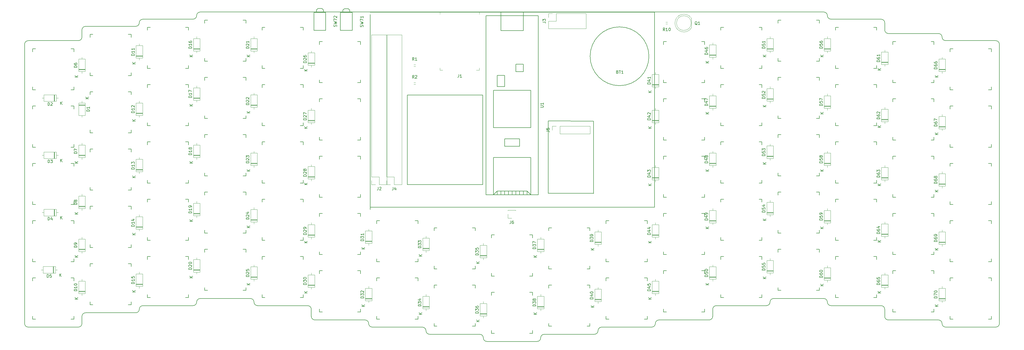
<source format=gbr>
%TF.GenerationSoftware,KiCad,Pcbnew,(5.0.1-3-g963ef8bb5)*%
%TF.CreationDate,2018-12-14T10:53:23-08:00*%
%TF.ProjectId,bb1,6262312E6B696361645F706362000000,rev?*%
%TF.SameCoordinates,Original*%
%TF.FileFunction,Legend,Top*%
%TF.FilePolarity,Positive*%
%FSLAX46Y46*%
G04 Gerber Fmt 4.6, Leading zero omitted, Abs format (unit mm)*
G04 Created by KiCad (PCBNEW (5.0.1-3-g963ef8bb5)) date Friday, December 14, 2018 at 10:53:23 AM*
%MOMM*%
%LPD*%
G01*
G04 APERTURE LIST*
%ADD10C,0.200000*%
%ADD11C,0.150000*%
%ADD12C,0.120000*%
%ADD13C,0.100000*%
G04 APERTURE END LIST*
D10*
X190250000Y-93400000D02*
X205700000Y-93400000D01*
X190250000Y-68750000D02*
X190250000Y-93400000D01*
X205700000Y-68850000D02*
X190250000Y-68750000D01*
X205650000Y-93500000D02*
X205700000Y-68850000D01*
X142375000Y-90437500D02*
X142375000Y-59968750D01*
X167968750Y-90437500D02*
X142375000Y-90437500D01*
X167968750Y-59968750D02*
X167968750Y-90437500D01*
X142375000Y-59968750D02*
X167968750Y-59968750D01*
D11*
X266906250Y-31687500D02*
X88968750Y-31687500D01*
D10*
X129737500Y-98156250D02*
X226437500Y-98156250D01*
X226437500Y-31756250D02*
X226437500Y-98156250D01*
X129737500Y-32506250D02*
X129737500Y-98906250D01*
X129737500Y-31756250D02*
X226437500Y-31756250D01*
D11*
X283968750Y-31687500D02*
X266906250Y-31687500D01*
X303468750Y-34125000D02*
X286406250Y-34125000D01*
X304687500Y-35343750D02*
X304687500Y-37781250D01*
X343687500Y-137718750D02*
X343687500Y-42656250D01*
X325406250Y-138937500D02*
X342468750Y-138937500D01*
X305906250Y-136500000D02*
X322968750Y-136500000D01*
X304687500Y-132843750D02*
X304687500Y-135281250D01*
X286406250Y-131625000D02*
X303468750Y-131625000D01*
X266906250Y-129187500D02*
X283968750Y-129187500D01*
X247406250Y-131625000D02*
X264468750Y-131625000D01*
X246187500Y-132843750D02*
X246187500Y-135281250D01*
X227906250Y-136500000D02*
X244968750Y-136500000D01*
X208406250Y-138937500D02*
X225468750Y-138937500D01*
X188906250Y-141375000D02*
X205968750Y-141375000D01*
X169406250Y-143812500D02*
X186468750Y-143812500D01*
X149906250Y-141375000D02*
X166968750Y-141375000D01*
X130406250Y-138937500D02*
X147468750Y-138937500D01*
X127968750Y-136500000D02*
G75*
G02X129187500Y-137718750I0J-1218750D01*
G01*
X110906250Y-136500000D02*
X127968750Y-136500000D01*
X109687500Y-132843750D02*
X109687500Y-135281250D01*
X91406250Y-131625000D02*
X108468750Y-131625000D01*
X71906250Y-129187500D02*
X88968750Y-129187500D01*
X52406250Y-131625000D02*
X69468750Y-131625000D01*
X32906250Y-134062500D02*
X49968750Y-134062500D01*
X31687500Y-135281250D02*
X31687500Y-137718750D01*
X13406250Y-138937500D02*
X30468750Y-138937500D01*
X12187500Y-42656250D02*
X12187500Y-137718750D01*
X52406250Y-34125000D02*
X69468750Y-34125000D01*
X32906250Y-36562500D02*
X49968750Y-36562500D01*
X31687500Y-37781250D02*
X31687500Y-40218750D01*
X13406250Y-41437500D02*
X30468750Y-41437500D01*
X12187500Y-42656250D02*
G75*
G02X13406250Y-41437500I1218750J0D01*
G01*
X31687500Y-40218750D02*
G75*
G02X30468750Y-41437500I-1218750J0D01*
G01*
X31687500Y-37781250D02*
G75*
G02X32906250Y-36562500I1218750J0D01*
G01*
X51187500Y-35343750D02*
G75*
G02X49968750Y-36562500I-1218750J0D01*
G01*
X51187500Y-35343750D02*
G75*
G02X52406250Y-34125000I1218750J0D01*
G01*
X70687500Y-32906250D02*
G75*
G02X69468750Y-34125000I-1218750J0D01*
G01*
X70687500Y-32906250D02*
G75*
G02X71906250Y-31687500I1218750J0D01*
G01*
X88968750Y-31687500D02*
X71906250Y-31687500D01*
X343687500Y-137718750D02*
G75*
G02X342468750Y-138937500I-1218750J0D01*
G01*
X325406250Y-138937500D02*
G75*
G02X324187500Y-137718750I0J1218750D01*
G01*
X322968750Y-136500000D02*
G75*
G02X324187500Y-137718750I0J-1218750D01*
G01*
X305906250Y-136500000D02*
G75*
G02X304687500Y-135281250I0J1218750D01*
G01*
X303468750Y-131625000D02*
G75*
G02X304687500Y-132843750I0J-1218750D01*
G01*
X286406250Y-131625000D02*
G75*
G02X285187500Y-130406250I0J1218750D01*
G01*
X283968750Y-129187500D02*
G75*
G02X285187500Y-130406250I0J-1218750D01*
G01*
X265687500Y-130406250D02*
G75*
G02X266906250Y-129187500I1218750J0D01*
G01*
X265687500Y-130406250D02*
G75*
G02X264468750Y-131625000I-1218750J0D01*
G01*
X246187500Y-132843750D02*
G75*
G02X247406250Y-131625000I1218750J0D01*
G01*
X246187500Y-135281250D02*
G75*
G02X244968750Y-136500000I-1218750J0D01*
G01*
X226687500Y-137718750D02*
G75*
G02X227906250Y-136500000I1218750J0D01*
G01*
X226687500Y-137718750D02*
G75*
G02X225468750Y-138937500I-1218750J0D01*
G01*
X207187500Y-140156250D02*
G75*
G02X208406250Y-138937500I1218750J0D01*
G01*
X207187500Y-140156250D02*
G75*
G02X205968750Y-141375000I-1218750J0D01*
G01*
X187687500Y-142593750D02*
G75*
G02X188906250Y-141375000I1218750J0D01*
G01*
X187687500Y-142593750D02*
G75*
G02X186468750Y-143812500I-1218750J0D01*
G01*
X166968750Y-141375000D02*
G75*
G02X168187500Y-142593750I0J-1218750D01*
G01*
X147468750Y-138937500D02*
G75*
G02X148687500Y-140156250I0J-1218750D01*
G01*
X108468750Y-131625000D02*
G75*
G02X109687500Y-132843750I0J-1218750D01*
G01*
X88968750Y-129187500D02*
G75*
G02X90187500Y-130406250I0J-1218750D01*
G01*
X70687500Y-130406250D02*
G75*
G02X71906250Y-129187500I1218750J0D01*
G01*
X51187500Y-132843750D02*
G75*
G02X52406250Y-131625000I1218750J0D01*
G01*
X31687500Y-135281250D02*
G75*
G02X32906250Y-134062500I1218750J0D01*
G01*
X31687500Y-137718750D02*
G75*
G02X30468750Y-138937500I-1218750J0D01*
G01*
X70687500Y-130406250D02*
G75*
G02X69468750Y-131625000I-1218750J0D01*
G01*
X51187500Y-132843750D02*
G75*
G02X49968750Y-134062500I-1218750J0D01*
G01*
X91406250Y-131625000D02*
G75*
G02X90187500Y-130406250I0J1218750D01*
G01*
X110906250Y-136500000D02*
G75*
G02X109687500Y-135281250I0J1218750D01*
G01*
X13406250Y-138937500D02*
G75*
G02X12187500Y-137718750I0J1218750D01*
G01*
X130406250Y-138937500D02*
G75*
G02X129187500Y-137718750I0J1218750D01*
G01*
X149906250Y-141375000D02*
G75*
G02X148687500Y-140156250I0J1218750D01*
G01*
X169406250Y-143812500D02*
G75*
G02X168187500Y-142593750I0J1218750D01*
G01*
X286406250Y-34125000D02*
G75*
G02X285187500Y-32906250I0J1218750D01*
G01*
X305906250Y-39000000D02*
G75*
G02X304687500Y-37781250I0J1218750D01*
G01*
X283968750Y-31687500D02*
G75*
G02X285187500Y-32906250I0J-1218750D01*
G01*
X303468750Y-34125000D02*
G75*
G02X304687500Y-35343750I0J-1218750D01*
G01*
X325406250Y-41437500D02*
G75*
G02X324187500Y-40218750I0J1218750D01*
G01*
X322968750Y-39000000D02*
G75*
G02X324187500Y-40218750I0J-1218750D01*
G01*
X305906250Y-39000000D02*
X322968750Y-39000000D01*
X342468750Y-41437500D02*
G75*
G02X343687500Y-42656250I0J-1218750D01*
G01*
X325406250Y-41437500D02*
X342468750Y-41437500D01*
D12*
X136600000Y-90405000D02*
X135270000Y-90405000D01*
X135270000Y-90405000D02*
X135270000Y-89075000D01*
X137870000Y-90405000D02*
X137870000Y-87805000D01*
X137870000Y-87805000D02*
X135270000Y-87805000D01*
X135270000Y-87805000D02*
X135270000Y-39485000D01*
X140470000Y-39485000D02*
X135270000Y-39485000D01*
X140470000Y-90405000D02*
X140470000Y-39485000D01*
X140470000Y-90405000D02*
X137870000Y-90405000D01*
X131500000Y-90405000D02*
X130170000Y-90405000D01*
X130170000Y-90405000D02*
X130170000Y-89075000D01*
X132770000Y-90405000D02*
X132770000Y-87805000D01*
X132770000Y-87805000D02*
X130170000Y-87805000D01*
X130170000Y-87805000D02*
X130170000Y-39485000D01*
X135370000Y-39485000D02*
X130170000Y-39485000D01*
X135370000Y-90405000D02*
X135370000Y-39485000D01*
X135370000Y-90405000D02*
X132770000Y-90405000D01*
D13*
X153425000Y-51475000D02*
X153425000Y-50750000D01*
X154375000Y-51475000D02*
X153425000Y-51475000D01*
X166775000Y-51475000D02*
X166775000Y-50675000D01*
X165750000Y-51475000D02*
X166775000Y-51475000D01*
X153425000Y-31775000D02*
X154125000Y-31775000D01*
X153425000Y-32425000D02*
X153425000Y-31775000D01*
X166775000Y-31775000D02*
X166775000Y-32450000D01*
X165800000Y-31775000D02*
X166775000Y-31775000D01*
D12*
X144525000Y-55693750D02*
X145125000Y-55693750D01*
X144525000Y-56293750D02*
X145125000Y-56293750D01*
X144525000Y-49600000D02*
X145125000Y-49600000D01*
X144525000Y-50200000D02*
X145125000Y-50200000D01*
D11*
X169110000Y-32920000D02*
X186890000Y-32920000D01*
X186890000Y-93880000D02*
X169110000Y-93880000D01*
X180540000Y-74830000D02*
X180540000Y-77370000D01*
X175460000Y-74830000D02*
X180540000Y-74830000D01*
X175460000Y-77370000D02*
X175460000Y-74830000D01*
X180540000Y-77370000D02*
X175460000Y-77370000D01*
X174190000Y-38000000D02*
X174190000Y-32920000D01*
X181810000Y-38000000D02*
X181810000Y-32920000D01*
X174190000Y-38000000D02*
X181810000Y-38000000D01*
X181810000Y-31650000D02*
X181810000Y-32920000D01*
X174190000Y-31650000D02*
X181810000Y-31650000D01*
X174190000Y-32920000D02*
X174190000Y-31650000D01*
X169110000Y-32920000D02*
X169110000Y-93880000D01*
X186890000Y-93880000D02*
X186890000Y-32920000D01*
X171650000Y-81180000D02*
X171650000Y-93880000D01*
X184350000Y-81180000D02*
X171650000Y-81180000D01*
X184350000Y-93880000D02*
X184350000Y-81180000D01*
X183080000Y-92610000D02*
X184350000Y-93880000D01*
X172920000Y-92610000D02*
X183080000Y-92610000D01*
X171650000Y-93880000D02*
X172920000Y-92610000D01*
X183080000Y-92610000D02*
X183080000Y-93880000D01*
X181810000Y-92610000D02*
X181810000Y-93880000D01*
X180540000Y-92610000D02*
X180540000Y-93880000D01*
X179270000Y-92610000D02*
X179270000Y-93880000D01*
X178000000Y-92610000D02*
X178000000Y-93880000D01*
X176730000Y-92610000D02*
X176730000Y-93880000D01*
X175460000Y-92610000D02*
X175460000Y-93880000D01*
X174190000Y-92610000D02*
X174190000Y-93880000D01*
X172920000Y-92610000D02*
X172920000Y-93880000D01*
X184350000Y-58320000D02*
X184350000Y-71020000D01*
X171650000Y-58320000D02*
X171650000Y-71020000D01*
X184350000Y-58320000D02*
X171650000Y-58320000D01*
X171650000Y-71020000D02*
X184350000Y-71020000D01*
X175460000Y-57050000D02*
X172920000Y-57050000D01*
X175460000Y-53240000D02*
X175460000Y-57050000D01*
X172920000Y-53240000D02*
X175460000Y-53240000D01*
X172920000Y-57050000D02*
X172920000Y-53240000D01*
X181810000Y-51970000D02*
X181810000Y-49430000D01*
X179270000Y-51970000D02*
X181810000Y-51970000D01*
X179270000Y-49430000D02*
X179270000Y-51970000D01*
X181810000Y-49430000D02*
X179270000Y-49430000D01*
D12*
X191630000Y-71850000D02*
X191630000Y-70520000D01*
X191630000Y-70520000D02*
X192960000Y-70520000D01*
X194230000Y-70520000D02*
X204450000Y-70520000D01*
X204450000Y-73180000D02*
X204450000Y-70520000D01*
X194230000Y-73180000D02*
X204450000Y-73180000D01*
X194230000Y-73180000D02*
X194230000Y-70520000D01*
D11*
X321437500Y-74250000D02*
X321437500Y-75250000D01*
X307437500Y-62250000D02*
X307437500Y-61250000D01*
X321437500Y-61250000D02*
X321437500Y-62250000D01*
X320437500Y-61250000D02*
X321437500Y-61250000D01*
X307437500Y-61250000D02*
X308437500Y-61250000D01*
X307437500Y-75250000D02*
X307437500Y-74250000D01*
X308437500Y-75250000D02*
X307437500Y-75250000D01*
X321437500Y-75250000D02*
X320437500Y-75250000D01*
X28937500Y-57187500D02*
X28937500Y-58187500D01*
X14937500Y-45187500D02*
X14937500Y-44187500D01*
X28937500Y-44187500D02*
X28937500Y-45187500D01*
X27937500Y-44187500D02*
X28937500Y-44187500D01*
X14937500Y-44187500D02*
X15937500Y-44187500D01*
X14937500Y-58187500D02*
X14937500Y-57187500D01*
X15937500Y-58187500D02*
X14937500Y-58187500D01*
X28937500Y-58187500D02*
X27937500Y-58187500D01*
X28937500Y-76687500D02*
X28937500Y-77687500D01*
X14937500Y-64687500D02*
X14937500Y-63687500D01*
X28937500Y-63687500D02*
X28937500Y-64687500D01*
X27937500Y-63687500D02*
X28937500Y-63687500D01*
X14937500Y-63687500D02*
X15937500Y-63687500D01*
X14937500Y-77687500D02*
X14937500Y-76687500D01*
X15937500Y-77687500D02*
X14937500Y-77687500D01*
X28937500Y-77687500D02*
X27937500Y-77687500D01*
X28937500Y-96187500D02*
X28937500Y-97187500D01*
X14937500Y-84187500D02*
X14937500Y-83187500D01*
X28937500Y-83187500D02*
X28937500Y-84187500D01*
X27937500Y-83187500D02*
X28937500Y-83187500D01*
X14937500Y-83187500D02*
X15937500Y-83187500D01*
X14937500Y-97187500D02*
X14937500Y-96187500D01*
X15937500Y-97187500D02*
X14937500Y-97187500D01*
X28937500Y-97187500D02*
X27937500Y-97187500D01*
X28937500Y-115687500D02*
X28937500Y-116687500D01*
X14937500Y-103687500D02*
X14937500Y-102687500D01*
X28937500Y-102687500D02*
X28937500Y-103687500D01*
X27937500Y-102687500D02*
X28937500Y-102687500D01*
X14937500Y-102687500D02*
X15937500Y-102687500D01*
X14937500Y-116687500D02*
X14937500Y-115687500D01*
X15937500Y-116687500D02*
X14937500Y-116687500D01*
X28937500Y-116687500D02*
X27937500Y-116687500D01*
X28937500Y-135187500D02*
X28937500Y-136187500D01*
X14937500Y-123187500D02*
X14937500Y-122187500D01*
X28937500Y-122187500D02*
X28937500Y-123187500D01*
X27937500Y-122187500D02*
X28937500Y-122187500D01*
X14937500Y-122187500D02*
X15937500Y-122187500D01*
X14937500Y-136187500D02*
X14937500Y-135187500D01*
X15937500Y-136187500D02*
X14937500Y-136187500D01*
X28937500Y-136187500D02*
X27937500Y-136187500D01*
X48437500Y-52312500D02*
X48437500Y-53312500D01*
X34437500Y-40312500D02*
X34437500Y-39312500D01*
X48437500Y-39312500D02*
X48437500Y-40312500D01*
X47437500Y-39312500D02*
X48437500Y-39312500D01*
X34437500Y-39312500D02*
X35437500Y-39312500D01*
X34437500Y-53312500D02*
X34437500Y-52312500D01*
X35437500Y-53312500D02*
X34437500Y-53312500D01*
X48437500Y-53312500D02*
X47437500Y-53312500D01*
X48437500Y-71812500D02*
X48437500Y-72812500D01*
X34437500Y-59812500D02*
X34437500Y-58812500D01*
X48437500Y-58812500D02*
X48437500Y-59812500D01*
X47437500Y-58812500D02*
X48437500Y-58812500D01*
X34437500Y-58812500D02*
X35437500Y-58812500D01*
X34437500Y-72812500D02*
X34437500Y-71812500D01*
X35437500Y-72812500D02*
X34437500Y-72812500D01*
X48437500Y-72812500D02*
X47437500Y-72812500D01*
X48437500Y-91312500D02*
X48437500Y-92312500D01*
X34437500Y-79312500D02*
X34437500Y-78312500D01*
X48437500Y-78312500D02*
X48437500Y-79312500D01*
X47437500Y-78312500D02*
X48437500Y-78312500D01*
X34437500Y-78312500D02*
X35437500Y-78312500D01*
X34437500Y-92312500D02*
X34437500Y-91312500D01*
X35437500Y-92312500D02*
X34437500Y-92312500D01*
X48437500Y-92312500D02*
X47437500Y-92312500D01*
X48437500Y-110812500D02*
X48437500Y-111812500D01*
X34437500Y-98812500D02*
X34437500Y-97812500D01*
X48437500Y-97812500D02*
X48437500Y-98812500D01*
X47437500Y-97812500D02*
X48437500Y-97812500D01*
X34437500Y-97812500D02*
X35437500Y-97812500D01*
X34437500Y-111812500D02*
X34437500Y-110812500D01*
X35437500Y-111812500D02*
X34437500Y-111812500D01*
X48437500Y-111812500D02*
X47437500Y-111812500D01*
X48437500Y-130312500D02*
X48437500Y-131312500D01*
X34437500Y-118312500D02*
X34437500Y-117312500D01*
X48437500Y-117312500D02*
X48437500Y-118312500D01*
X47437500Y-117312500D02*
X48437500Y-117312500D01*
X34437500Y-117312500D02*
X35437500Y-117312500D01*
X34437500Y-131312500D02*
X34437500Y-130312500D01*
X35437500Y-131312500D02*
X34437500Y-131312500D01*
X48437500Y-131312500D02*
X47437500Y-131312500D01*
X67937500Y-49875000D02*
X67937500Y-50875000D01*
X53937500Y-37875000D02*
X53937500Y-36875000D01*
X67937500Y-36875000D02*
X67937500Y-37875000D01*
X66937500Y-36875000D02*
X67937500Y-36875000D01*
X53937500Y-36875000D02*
X54937500Y-36875000D01*
X53937500Y-50875000D02*
X53937500Y-49875000D01*
X54937500Y-50875000D02*
X53937500Y-50875000D01*
X67937500Y-50875000D02*
X66937500Y-50875000D01*
X67937500Y-69375000D02*
X67937500Y-70375000D01*
X53937500Y-57375000D02*
X53937500Y-56375000D01*
X67937500Y-56375000D02*
X67937500Y-57375000D01*
X66937500Y-56375000D02*
X67937500Y-56375000D01*
X53937500Y-56375000D02*
X54937500Y-56375000D01*
X53937500Y-70375000D02*
X53937500Y-69375000D01*
X54937500Y-70375000D02*
X53937500Y-70375000D01*
X67937500Y-70375000D02*
X66937500Y-70375000D01*
X67937500Y-88875000D02*
X67937500Y-89875000D01*
X53937500Y-76875000D02*
X53937500Y-75875000D01*
X67937500Y-75875000D02*
X67937500Y-76875000D01*
X66937500Y-75875000D02*
X67937500Y-75875000D01*
X53937500Y-75875000D02*
X54937500Y-75875000D01*
X53937500Y-89875000D02*
X53937500Y-88875000D01*
X54937500Y-89875000D02*
X53937500Y-89875000D01*
X67937500Y-89875000D02*
X66937500Y-89875000D01*
X67937500Y-108375000D02*
X67937500Y-109375000D01*
X53937500Y-96375000D02*
X53937500Y-95375000D01*
X67937500Y-95375000D02*
X67937500Y-96375000D01*
X66937500Y-95375000D02*
X67937500Y-95375000D01*
X53937500Y-95375000D02*
X54937500Y-95375000D01*
X53937500Y-109375000D02*
X53937500Y-108375000D01*
X54937500Y-109375000D02*
X53937500Y-109375000D01*
X67937500Y-109375000D02*
X66937500Y-109375000D01*
X67937500Y-127875000D02*
X67937500Y-128875000D01*
X53937500Y-115875000D02*
X53937500Y-114875000D01*
X67937500Y-114875000D02*
X67937500Y-115875000D01*
X66937500Y-114875000D02*
X67937500Y-114875000D01*
X53937500Y-114875000D02*
X54937500Y-114875000D01*
X53937500Y-128875000D02*
X53937500Y-127875000D01*
X54937500Y-128875000D02*
X53937500Y-128875000D01*
X67937500Y-128875000D02*
X66937500Y-128875000D01*
X87437500Y-47437500D02*
X87437500Y-48437500D01*
X73437500Y-35437500D02*
X73437500Y-34437500D01*
X87437500Y-34437500D02*
X87437500Y-35437500D01*
X86437500Y-34437500D02*
X87437500Y-34437500D01*
X73437500Y-34437500D02*
X74437500Y-34437500D01*
X73437500Y-48437500D02*
X73437500Y-47437500D01*
X74437500Y-48437500D02*
X73437500Y-48437500D01*
X87437500Y-48437500D02*
X86437500Y-48437500D01*
X87437500Y-66937500D02*
X87437500Y-67937500D01*
X73437500Y-54937500D02*
X73437500Y-53937500D01*
X87437500Y-53937500D02*
X87437500Y-54937500D01*
X86437500Y-53937500D02*
X87437500Y-53937500D01*
X73437500Y-53937500D02*
X74437500Y-53937500D01*
X73437500Y-67937500D02*
X73437500Y-66937500D01*
X74437500Y-67937500D02*
X73437500Y-67937500D01*
X87437500Y-67937500D02*
X86437500Y-67937500D01*
X87437500Y-86437500D02*
X87437500Y-87437500D01*
X73437500Y-74437500D02*
X73437500Y-73437500D01*
X87437500Y-73437500D02*
X87437500Y-74437500D01*
X86437500Y-73437500D02*
X87437500Y-73437500D01*
X73437500Y-73437500D02*
X74437500Y-73437500D01*
X73437500Y-87437500D02*
X73437500Y-86437500D01*
X74437500Y-87437500D02*
X73437500Y-87437500D01*
X87437500Y-87437500D02*
X86437500Y-87437500D01*
X87437500Y-105937500D02*
X87437500Y-106937500D01*
X73437500Y-93937500D02*
X73437500Y-92937500D01*
X87437500Y-92937500D02*
X87437500Y-93937500D01*
X86437500Y-92937500D02*
X87437500Y-92937500D01*
X73437500Y-92937500D02*
X74437500Y-92937500D01*
X73437500Y-106937500D02*
X73437500Y-105937500D01*
X74437500Y-106937500D02*
X73437500Y-106937500D01*
X87437500Y-106937500D02*
X86437500Y-106937500D01*
X87437500Y-125437500D02*
X87437500Y-126437500D01*
X73437500Y-113437500D02*
X73437500Y-112437500D01*
X87437500Y-112437500D02*
X87437500Y-113437500D01*
X86437500Y-112437500D02*
X87437500Y-112437500D01*
X73437500Y-112437500D02*
X74437500Y-112437500D01*
X73437500Y-126437500D02*
X73437500Y-125437500D01*
X74437500Y-126437500D02*
X73437500Y-126437500D01*
X87437500Y-126437500D02*
X86437500Y-126437500D01*
X106937500Y-49875000D02*
X106937500Y-50875000D01*
X92937500Y-37875000D02*
X92937500Y-36875000D01*
X106937500Y-36875000D02*
X106937500Y-37875000D01*
X105937500Y-36875000D02*
X106937500Y-36875000D01*
X92937500Y-36875000D02*
X93937500Y-36875000D01*
X92937500Y-50875000D02*
X92937500Y-49875000D01*
X93937500Y-50875000D02*
X92937500Y-50875000D01*
X106937500Y-50875000D02*
X105937500Y-50875000D01*
X106937500Y-69375000D02*
X106937500Y-70375000D01*
X92937500Y-57375000D02*
X92937500Y-56375000D01*
X106937500Y-56375000D02*
X106937500Y-57375000D01*
X105937500Y-56375000D02*
X106937500Y-56375000D01*
X92937500Y-56375000D02*
X93937500Y-56375000D01*
X92937500Y-70375000D02*
X92937500Y-69375000D01*
X93937500Y-70375000D02*
X92937500Y-70375000D01*
X106937500Y-70375000D02*
X105937500Y-70375000D01*
X106937500Y-88875000D02*
X106937500Y-89875000D01*
X92937500Y-76875000D02*
X92937500Y-75875000D01*
X106937500Y-75875000D02*
X106937500Y-76875000D01*
X105937500Y-75875000D02*
X106937500Y-75875000D01*
X92937500Y-75875000D02*
X93937500Y-75875000D01*
X92937500Y-89875000D02*
X92937500Y-88875000D01*
X93937500Y-89875000D02*
X92937500Y-89875000D01*
X106937500Y-89875000D02*
X105937500Y-89875000D01*
X106937500Y-108375000D02*
X106937500Y-109375000D01*
X92937500Y-96375000D02*
X92937500Y-95375000D01*
X106937500Y-95375000D02*
X106937500Y-96375000D01*
X105937500Y-95375000D02*
X106937500Y-95375000D01*
X92937500Y-95375000D02*
X93937500Y-95375000D01*
X92937500Y-109375000D02*
X92937500Y-108375000D01*
X93937500Y-109375000D02*
X92937500Y-109375000D01*
X106937500Y-109375000D02*
X105937500Y-109375000D01*
X106937500Y-127875000D02*
X106937500Y-128875000D01*
X92937500Y-115875000D02*
X92937500Y-114875000D01*
X106937500Y-114875000D02*
X106937500Y-115875000D01*
X105937500Y-114875000D02*
X106937500Y-114875000D01*
X92937500Y-114875000D02*
X93937500Y-114875000D01*
X92937500Y-128875000D02*
X92937500Y-127875000D01*
X93937500Y-128875000D02*
X92937500Y-128875000D01*
X106937500Y-128875000D02*
X105937500Y-128875000D01*
X126437500Y-54750000D02*
X126437500Y-55750000D01*
X112437500Y-42750000D02*
X112437500Y-41750000D01*
X126437500Y-41750000D02*
X126437500Y-42750000D01*
X125437500Y-41750000D02*
X126437500Y-41750000D01*
X112437500Y-41750000D02*
X113437500Y-41750000D01*
X112437500Y-55750000D02*
X112437500Y-54750000D01*
X113437500Y-55750000D02*
X112437500Y-55750000D01*
X126437500Y-55750000D02*
X125437500Y-55750000D01*
X126437500Y-74250000D02*
X126437500Y-75250000D01*
X112437500Y-62250000D02*
X112437500Y-61250000D01*
X126437500Y-61250000D02*
X126437500Y-62250000D01*
X125437500Y-61250000D02*
X126437500Y-61250000D01*
X112437500Y-61250000D02*
X113437500Y-61250000D01*
X112437500Y-75250000D02*
X112437500Y-74250000D01*
X113437500Y-75250000D02*
X112437500Y-75250000D01*
X126437500Y-75250000D02*
X125437500Y-75250000D01*
X126437500Y-93750000D02*
X126437500Y-94750000D01*
X112437500Y-81750000D02*
X112437500Y-80750000D01*
X126437500Y-80750000D02*
X126437500Y-81750000D01*
X125437500Y-80750000D02*
X126437500Y-80750000D01*
X112437500Y-80750000D02*
X113437500Y-80750000D01*
X112437500Y-94750000D02*
X112437500Y-93750000D01*
X113437500Y-94750000D02*
X112437500Y-94750000D01*
X126437500Y-94750000D02*
X125437500Y-94750000D01*
X126437500Y-113250000D02*
X126437500Y-114250000D01*
X112437500Y-101250000D02*
X112437500Y-100250000D01*
X126437500Y-100250000D02*
X126437500Y-101250000D01*
X125437500Y-100250000D02*
X126437500Y-100250000D01*
X112437500Y-100250000D02*
X113437500Y-100250000D01*
X112437500Y-114250000D02*
X112437500Y-113250000D01*
X113437500Y-114250000D02*
X112437500Y-114250000D01*
X126437500Y-114250000D02*
X125437500Y-114250000D01*
X126437500Y-132750000D02*
X126437500Y-133750000D01*
X112437500Y-120750000D02*
X112437500Y-119750000D01*
X126437500Y-119750000D02*
X126437500Y-120750000D01*
X125437500Y-119750000D02*
X126437500Y-119750000D01*
X112437500Y-119750000D02*
X113437500Y-119750000D01*
X112437500Y-133750000D02*
X112437500Y-132750000D01*
X113437500Y-133750000D02*
X112437500Y-133750000D01*
X126437500Y-133750000D02*
X125437500Y-133750000D01*
X145937500Y-115687500D02*
X145937500Y-116687500D01*
X131937500Y-103687500D02*
X131937500Y-102687500D01*
X145937500Y-102687500D02*
X145937500Y-103687500D01*
X144937500Y-102687500D02*
X145937500Y-102687500D01*
X131937500Y-102687500D02*
X132937500Y-102687500D01*
X131937500Y-116687500D02*
X131937500Y-115687500D01*
X132937500Y-116687500D02*
X131937500Y-116687500D01*
X145937500Y-116687500D02*
X144937500Y-116687500D01*
X145937500Y-135187500D02*
X145937500Y-136187500D01*
X131937500Y-123187500D02*
X131937500Y-122187500D01*
X145937500Y-122187500D02*
X145937500Y-123187500D01*
X144937500Y-122187500D02*
X145937500Y-122187500D01*
X131937500Y-122187500D02*
X132937500Y-122187500D01*
X131937500Y-136187500D02*
X131937500Y-135187500D01*
X132937500Y-136187500D02*
X131937500Y-136187500D01*
X145937500Y-136187500D02*
X144937500Y-136187500D01*
X165437500Y-118125000D02*
X165437500Y-119125000D01*
X151437500Y-106125000D02*
X151437500Y-105125000D01*
X165437500Y-105125000D02*
X165437500Y-106125000D01*
X164437500Y-105125000D02*
X165437500Y-105125000D01*
X151437500Y-105125000D02*
X152437500Y-105125000D01*
X151437500Y-119125000D02*
X151437500Y-118125000D01*
X152437500Y-119125000D02*
X151437500Y-119125000D01*
X165437500Y-119125000D02*
X164437500Y-119125000D01*
X165437500Y-137625000D02*
X165437500Y-138625000D01*
X151437500Y-125625000D02*
X151437500Y-124625000D01*
X165437500Y-124625000D02*
X165437500Y-125625000D01*
X164437500Y-124625000D02*
X165437500Y-124625000D01*
X151437500Y-124625000D02*
X152437500Y-124625000D01*
X151437500Y-138625000D02*
X151437500Y-137625000D01*
X152437500Y-138625000D02*
X151437500Y-138625000D01*
X165437500Y-138625000D02*
X164437500Y-138625000D01*
X184937500Y-120562500D02*
X184937500Y-121562500D01*
X170937500Y-108562500D02*
X170937500Y-107562500D01*
X184937500Y-107562500D02*
X184937500Y-108562500D01*
X183937500Y-107562500D02*
X184937500Y-107562500D01*
X170937500Y-107562500D02*
X171937500Y-107562500D01*
X170937500Y-121562500D02*
X170937500Y-120562500D01*
X171937500Y-121562500D02*
X170937500Y-121562500D01*
X184937500Y-121562500D02*
X183937500Y-121562500D01*
X184937500Y-140062500D02*
X184937500Y-141062500D01*
X170937500Y-128062500D02*
X170937500Y-127062500D01*
X184937500Y-127062500D02*
X184937500Y-128062500D01*
X183937500Y-127062500D02*
X184937500Y-127062500D01*
X170937500Y-127062500D02*
X171937500Y-127062500D01*
X170937500Y-141062500D02*
X170937500Y-140062500D01*
X171937500Y-141062500D02*
X170937500Y-141062500D01*
X184937500Y-141062500D02*
X183937500Y-141062500D01*
X204437500Y-118125000D02*
X204437500Y-119125000D01*
X190437500Y-106125000D02*
X190437500Y-105125000D01*
X204437500Y-105125000D02*
X204437500Y-106125000D01*
X203437500Y-105125000D02*
X204437500Y-105125000D01*
X190437500Y-105125000D02*
X191437500Y-105125000D01*
X190437500Y-119125000D02*
X190437500Y-118125000D01*
X191437500Y-119125000D02*
X190437500Y-119125000D01*
X204437500Y-119125000D02*
X203437500Y-119125000D01*
X204437500Y-137625000D02*
X204437500Y-138625000D01*
X190437500Y-125625000D02*
X190437500Y-124625000D01*
X204437500Y-124625000D02*
X204437500Y-125625000D01*
X203437500Y-124625000D02*
X204437500Y-124625000D01*
X190437500Y-124625000D02*
X191437500Y-124625000D01*
X190437500Y-138625000D02*
X190437500Y-137625000D01*
X191437500Y-138625000D02*
X190437500Y-138625000D01*
X204437500Y-138625000D02*
X203437500Y-138625000D01*
X223937500Y-115687500D02*
X223937500Y-116687500D01*
X209937500Y-103687500D02*
X209937500Y-102687500D01*
X223937500Y-102687500D02*
X223937500Y-103687500D01*
X222937500Y-102687500D02*
X223937500Y-102687500D01*
X209937500Y-102687500D02*
X210937500Y-102687500D01*
X209937500Y-116687500D02*
X209937500Y-115687500D01*
X210937500Y-116687500D02*
X209937500Y-116687500D01*
X223937500Y-116687500D02*
X222937500Y-116687500D01*
X223937500Y-135187500D02*
X223937500Y-136187500D01*
X209937500Y-123187500D02*
X209937500Y-122187500D01*
X223937500Y-122187500D02*
X223937500Y-123187500D01*
X222937500Y-122187500D02*
X223937500Y-122187500D01*
X209937500Y-122187500D02*
X210937500Y-122187500D01*
X209937500Y-136187500D02*
X209937500Y-135187500D01*
X210937500Y-136187500D02*
X209937500Y-136187500D01*
X223937500Y-136187500D02*
X222937500Y-136187500D01*
X243437500Y-54750000D02*
X243437500Y-55750000D01*
X229437500Y-42750000D02*
X229437500Y-41750000D01*
X243437500Y-41750000D02*
X243437500Y-42750000D01*
X242437500Y-41750000D02*
X243437500Y-41750000D01*
X229437500Y-41750000D02*
X230437500Y-41750000D01*
X229437500Y-55750000D02*
X229437500Y-54750000D01*
X230437500Y-55750000D02*
X229437500Y-55750000D01*
X243437500Y-55750000D02*
X242437500Y-55750000D01*
X243437500Y-74250000D02*
X243437500Y-75250000D01*
X229437500Y-62250000D02*
X229437500Y-61250000D01*
X243437500Y-61250000D02*
X243437500Y-62250000D01*
X242437500Y-61250000D02*
X243437500Y-61250000D01*
X229437500Y-61250000D02*
X230437500Y-61250000D01*
X229437500Y-75250000D02*
X229437500Y-74250000D01*
X230437500Y-75250000D02*
X229437500Y-75250000D01*
X243437500Y-75250000D02*
X242437500Y-75250000D01*
X243437500Y-93750000D02*
X243437500Y-94750000D01*
X229437500Y-81750000D02*
X229437500Y-80750000D01*
X243437500Y-80750000D02*
X243437500Y-81750000D01*
X242437500Y-80750000D02*
X243437500Y-80750000D01*
X229437500Y-80750000D02*
X230437500Y-80750000D01*
X229437500Y-94750000D02*
X229437500Y-93750000D01*
X230437500Y-94750000D02*
X229437500Y-94750000D01*
X243437500Y-94750000D02*
X242437500Y-94750000D01*
X243437500Y-113250000D02*
X243437500Y-114250000D01*
X229437500Y-101250000D02*
X229437500Y-100250000D01*
X243437500Y-100250000D02*
X243437500Y-101250000D01*
X242437500Y-100250000D02*
X243437500Y-100250000D01*
X229437500Y-100250000D02*
X230437500Y-100250000D01*
X229437500Y-114250000D02*
X229437500Y-113250000D01*
X230437500Y-114250000D02*
X229437500Y-114250000D01*
X243437500Y-114250000D02*
X242437500Y-114250000D01*
X243437500Y-132750000D02*
X243437500Y-133750000D01*
X229437500Y-120750000D02*
X229437500Y-119750000D01*
X243437500Y-119750000D02*
X243437500Y-120750000D01*
X242437500Y-119750000D02*
X243437500Y-119750000D01*
X229437500Y-119750000D02*
X230437500Y-119750000D01*
X229437500Y-133750000D02*
X229437500Y-132750000D01*
X230437500Y-133750000D02*
X229437500Y-133750000D01*
X243437500Y-133750000D02*
X242437500Y-133750000D01*
X262937500Y-49875000D02*
X262937500Y-50875000D01*
X248937500Y-37875000D02*
X248937500Y-36875000D01*
X262937500Y-36875000D02*
X262937500Y-37875000D01*
X261937500Y-36875000D02*
X262937500Y-36875000D01*
X248937500Y-36875000D02*
X249937500Y-36875000D01*
X248937500Y-50875000D02*
X248937500Y-49875000D01*
X249937500Y-50875000D02*
X248937500Y-50875000D01*
X262937500Y-50875000D02*
X261937500Y-50875000D01*
X262937500Y-69375000D02*
X262937500Y-70375000D01*
X248937500Y-57375000D02*
X248937500Y-56375000D01*
X262937500Y-56375000D02*
X262937500Y-57375000D01*
X261937500Y-56375000D02*
X262937500Y-56375000D01*
X248937500Y-56375000D02*
X249937500Y-56375000D01*
X248937500Y-70375000D02*
X248937500Y-69375000D01*
X249937500Y-70375000D02*
X248937500Y-70375000D01*
X262937500Y-70375000D02*
X261937500Y-70375000D01*
X262937500Y-88875000D02*
X262937500Y-89875000D01*
X248937500Y-76875000D02*
X248937500Y-75875000D01*
X262937500Y-75875000D02*
X262937500Y-76875000D01*
X261937500Y-75875000D02*
X262937500Y-75875000D01*
X248937500Y-75875000D02*
X249937500Y-75875000D01*
X248937500Y-89875000D02*
X248937500Y-88875000D01*
X249937500Y-89875000D02*
X248937500Y-89875000D01*
X262937500Y-89875000D02*
X261937500Y-89875000D01*
X262937500Y-108375000D02*
X262937500Y-109375000D01*
X248937500Y-96375000D02*
X248937500Y-95375000D01*
X262937500Y-95375000D02*
X262937500Y-96375000D01*
X261937500Y-95375000D02*
X262937500Y-95375000D01*
X248937500Y-95375000D02*
X249937500Y-95375000D01*
X248937500Y-109375000D02*
X248937500Y-108375000D01*
X249937500Y-109375000D02*
X248937500Y-109375000D01*
X262937500Y-109375000D02*
X261937500Y-109375000D01*
X262937500Y-127875000D02*
X262937500Y-128875000D01*
X248937500Y-115875000D02*
X248937500Y-114875000D01*
X262937500Y-114875000D02*
X262937500Y-115875000D01*
X261937500Y-114875000D02*
X262937500Y-114875000D01*
X248937500Y-114875000D02*
X249937500Y-114875000D01*
X248937500Y-128875000D02*
X248937500Y-127875000D01*
X249937500Y-128875000D02*
X248937500Y-128875000D01*
X262937500Y-128875000D02*
X261937500Y-128875000D01*
X282437500Y-47437500D02*
X282437500Y-48437500D01*
X268437500Y-35437500D02*
X268437500Y-34437500D01*
X282437500Y-34437500D02*
X282437500Y-35437500D01*
X281437500Y-34437500D02*
X282437500Y-34437500D01*
X268437500Y-34437500D02*
X269437500Y-34437500D01*
X268437500Y-48437500D02*
X268437500Y-47437500D01*
X269437500Y-48437500D02*
X268437500Y-48437500D01*
X282437500Y-48437500D02*
X281437500Y-48437500D01*
X282437500Y-66937500D02*
X282437500Y-67937500D01*
X268437500Y-54937500D02*
X268437500Y-53937500D01*
X282437500Y-53937500D02*
X282437500Y-54937500D01*
X281437500Y-53937500D02*
X282437500Y-53937500D01*
X268437500Y-53937500D02*
X269437500Y-53937500D01*
X268437500Y-67937500D02*
X268437500Y-66937500D01*
X269437500Y-67937500D02*
X268437500Y-67937500D01*
X282437500Y-67937500D02*
X281437500Y-67937500D01*
X282437500Y-86437500D02*
X282437500Y-87437500D01*
X268437500Y-74437500D02*
X268437500Y-73437500D01*
X282437500Y-73437500D02*
X282437500Y-74437500D01*
X281437500Y-73437500D02*
X282437500Y-73437500D01*
X268437500Y-73437500D02*
X269437500Y-73437500D01*
X268437500Y-87437500D02*
X268437500Y-86437500D01*
X269437500Y-87437500D02*
X268437500Y-87437500D01*
X282437500Y-87437500D02*
X281437500Y-87437500D01*
X282437500Y-105937500D02*
X282437500Y-106937500D01*
X268437500Y-93937500D02*
X268437500Y-92937500D01*
X282437500Y-92937500D02*
X282437500Y-93937500D01*
X281437500Y-92937500D02*
X282437500Y-92937500D01*
X268437500Y-92937500D02*
X269437500Y-92937500D01*
X268437500Y-106937500D02*
X268437500Y-105937500D01*
X269437500Y-106937500D02*
X268437500Y-106937500D01*
X282437500Y-106937500D02*
X281437500Y-106937500D01*
X282437500Y-125437500D02*
X282437500Y-126437500D01*
X268437500Y-113437500D02*
X268437500Y-112437500D01*
X282437500Y-112437500D02*
X282437500Y-113437500D01*
X281437500Y-112437500D02*
X282437500Y-112437500D01*
X268437500Y-112437500D02*
X269437500Y-112437500D01*
X268437500Y-126437500D02*
X268437500Y-125437500D01*
X269437500Y-126437500D02*
X268437500Y-126437500D01*
X282437500Y-126437500D02*
X281437500Y-126437500D01*
X301937500Y-49875000D02*
X301937500Y-50875000D01*
X287937500Y-37875000D02*
X287937500Y-36875000D01*
X301937500Y-36875000D02*
X301937500Y-37875000D01*
X300937500Y-36875000D02*
X301937500Y-36875000D01*
X287937500Y-36875000D02*
X288937500Y-36875000D01*
X287937500Y-50875000D02*
X287937500Y-49875000D01*
X288937500Y-50875000D02*
X287937500Y-50875000D01*
X301937500Y-50875000D02*
X300937500Y-50875000D01*
X301937500Y-69375000D02*
X301937500Y-70375000D01*
X287937500Y-57375000D02*
X287937500Y-56375000D01*
X301937500Y-56375000D02*
X301937500Y-57375000D01*
X300937500Y-56375000D02*
X301937500Y-56375000D01*
X287937500Y-56375000D02*
X288937500Y-56375000D01*
X287937500Y-70375000D02*
X287937500Y-69375000D01*
X288937500Y-70375000D02*
X287937500Y-70375000D01*
X301937500Y-70375000D02*
X300937500Y-70375000D01*
X301937500Y-88875000D02*
X301937500Y-89875000D01*
X287937500Y-76875000D02*
X287937500Y-75875000D01*
X301937500Y-75875000D02*
X301937500Y-76875000D01*
X300937500Y-75875000D02*
X301937500Y-75875000D01*
X287937500Y-75875000D02*
X288937500Y-75875000D01*
X287937500Y-89875000D02*
X287937500Y-88875000D01*
X288937500Y-89875000D02*
X287937500Y-89875000D01*
X301937500Y-89875000D02*
X300937500Y-89875000D01*
X301937500Y-108375000D02*
X301937500Y-109375000D01*
X287937500Y-96375000D02*
X287937500Y-95375000D01*
X301937500Y-95375000D02*
X301937500Y-96375000D01*
X300937500Y-95375000D02*
X301937500Y-95375000D01*
X287937500Y-95375000D02*
X288937500Y-95375000D01*
X287937500Y-109375000D02*
X287937500Y-108375000D01*
X288937500Y-109375000D02*
X287937500Y-109375000D01*
X301937500Y-109375000D02*
X300937500Y-109375000D01*
X301937500Y-127875000D02*
X301937500Y-128875000D01*
X287937500Y-115875000D02*
X287937500Y-114875000D01*
X301937500Y-114875000D02*
X301937500Y-115875000D01*
X300937500Y-114875000D02*
X301937500Y-114875000D01*
X287937500Y-114875000D02*
X288937500Y-114875000D01*
X287937500Y-128875000D02*
X287937500Y-127875000D01*
X288937500Y-128875000D02*
X287937500Y-128875000D01*
X301937500Y-128875000D02*
X300937500Y-128875000D01*
X321437500Y-54750000D02*
X321437500Y-55750000D01*
X307437500Y-42750000D02*
X307437500Y-41750000D01*
X321437500Y-41750000D02*
X321437500Y-42750000D01*
X320437500Y-41750000D02*
X321437500Y-41750000D01*
X307437500Y-41750000D02*
X308437500Y-41750000D01*
X307437500Y-55750000D02*
X307437500Y-54750000D01*
X308437500Y-55750000D02*
X307437500Y-55750000D01*
X321437500Y-55750000D02*
X320437500Y-55750000D01*
X321437500Y-93750000D02*
X321437500Y-94750000D01*
X307437500Y-81750000D02*
X307437500Y-80750000D01*
X321437500Y-80750000D02*
X321437500Y-81750000D01*
X320437500Y-80750000D02*
X321437500Y-80750000D01*
X307437500Y-80750000D02*
X308437500Y-80750000D01*
X307437500Y-94750000D02*
X307437500Y-93750000D01*
X308437500Y-94750000D02*
X307437500Y-94750000D01*
X321437500Y-94750000D02*
X320437500Y-94750000D01*
X321437500Y-113250000D02*
X321437500Y-114250000D01*
X307437500Y-101250000D02*
X307437500Y-100250000D01*
X321437500Y-100250000D02*
X321437500Y-101250000D01*
X320437500Y-100250000D02*
X321437500Y-100250000D01*
X307437500Y-100250000D02*
X308437500Y-100250000D01*
X307437500Y-114250000D02*
X307437500Y-113250000D01*
X308437500Y-114250000D02*
X307437500Y-114250000D01*
X321437500Y-114250000D02*
X320437500Y-114250000D01*
X321437500Y-132750000D02*
X321437500Y-133750000D01*
X307437500Y-120750000D02*
X307437500Y-119750000D01*
X321437500Y-119750000D02*
X321437500Y-120750000D01*
X320437500Y-119750000D02*
X321437500Y-119750000D01*
X307437500Y-119750000D02*
X308437500Y-119750000D01*
X307437500Y-133750000D02*
X307437500Y-132750000D01*
X308437500Y-133750000D02*
X307437500Y-133750000D01*
X321437500Y-133750000D02*
X320437500Y-133750000D01*
X340937500Y-57187500D02*
X340937500Y-58187500D01*
X326937500Y-45187500D02*
X326937500Y-44187500D01*
X340937500Y-44187500D02*
X340937500Y-45187500D01*
X339937500Y-44187500D02*
X340937500Y-44187500D01*
X326937500Y-44187500D02*
X327937500Y-44187500D01*
X326937500Y-58187500D02*
X326937500Y-57187500D01*
X327937500Y-58187500D02*
X326937500Y-58187500D01*
X340937500Y-58187500D02*
X339937500Y-58187500D01*
X340937500Y-76687500D02*
X340937500Y-77687500D01*
X326937500Y-64687500D02*
X326937500Y-63687500D01*
X340937500Y-63687500D02*
X340937500Y-64687500D01*
X339937500Y-63687500D02*
X340937500Y-63687500D01*
X326937500Y-63687500D02*
X327937500Y-63687500D01*
X326937500Y-77687500D02*
X326937500Y-76687500D01*
X327937500Y-77687500D02*
X326937500Y-77687500D01*
X340937500Y-77687500D02*
X339937500Y-77687500D01*
X340937500Y-96187500D02*
X340937500Y-97187500D01*
X326937500Y-84187500D02*
X326937500Y-83187500D01*
X340937500Y-83187500D02*
X340937500Y-84187500D01*
X339937500Y-83187500D02*
X340937500Y-83187500D01*
X326937500Y-83187500D02*
X327937500Y-83187500D01*
X326937500Y-97187500D02*
X326937500Y-96187500D01*
X327937500Y-97187500D02*
X326937500Y-97187500D01*
X340937500Y-97187500D02*
X339937500Y-97187500D01*
X340937500Y-115687500D02*
X340937500Y-116687500D01*
X326937500Y-103687500D02*
X326937500Y-102687500D01*
X340937500Y-102687500D02*
X340937500Y-103687500D01*
X339937500Y-102687500D02*
X340937500Y-102687500D01*
X326937500Y-102687500D02*
X327937500Y-102687500D01*
X326937500Y-116687500D02*
X326937500Y-115687500D01*
X327937500Y-116687500D02*
X326937500Y-116687500D01*
X340937500Y-116687500D02*
X339937500Y-116687500D01*
X340937500Y-135187500D02*
X340937500Y-136187500D01*
X326937500Y-123187500D02*
X326937500Y-122187500D01*
X340937500Y-122187500D02*
X340937500Y-123187500D01*
X339937500Y-122187500D02*
X340937500Y-122187500D01*
X326937500Y-122187500D02*
X327937500Y-122187500D01*
X326937500Y-136187500D02*
X326937500Y-135187500D01*
X327937500Y-136187500D02*
X326937500Y-136187500D01*
X340937500Y-136187500D02*
X339937500Y-136187500D01*
D12*
X238940000Y-37090000D02*
X238940000Y-33810000D01*
X238880000Y-35450000D02*
G75*
G03X238880000Y-35450000I-2500000J0D01*
G01*
X233340001Y-35451958D02*
G75*
G02X238940000Y-33810488I3039999J1958D01*
G01*
X233340001Y-35448042D02*
G75*
G03X238940000Y-37089512I3039999J-1958D01*
G01*
X230850000Y-35750000D02*
X230250000Y-35750000D01*
X230850000Y-35150000D02*
X230250000Y-35150000D01*
D11*
X224500000Y-46750000D02*
G75*
G03X224500000Y-46750000I-10000000J0D01*
G01*
D12*
X32807500Y-63227500D02*
X30567500Y-63227500D01*
X32807500Y-63467500D02*
X30567500Y-63467500D01*
X32807500Y-63347500D02*
X30567500Y-63347500D01*
X31687500Y-67517500D02*
X31687500Y-66867500D01*
X31687500Y-61977500D02*
X31687500Y-62627500D01*
X32807500Y-66867500D02*
X32807500Y-62627500D01*
X30567500Y-66867500D02*
X32807500Y-66867500D01*
X30567500Y-62627500D02*
X30567500Y-66867500D01*
X32807500Y-62627500D02*
X30567500Y-62627500D01*
X22392500Y-62057500D02*
X22392500Y-59817500D01*
X22152500Y-62057500D02*
X22152500Y-59817500D01*
X22272500Y-62057500D02*
X22272500Y-59817500D01*
X18102500Y-60937500D02*
X18752500Y-60937500D01*
X23642500Y-60937500D02*
X22992500Y-60937500D01*
X18752500Y-62057500D02*
X22992500Y-62057500D01*
X18752500Y-59817500D02*
X18752500Y-62057500D01*
X22992500Y-59817500D02*
X18752500Y-59817500D01*
X22992500Y-62057500D02*
X22992500Y-59817500D01*
X22392500Y-81557500D02*
X22392500Y-79317500D01*
X22152500Y-81557500D02*
X22152500Y-79317500D01*
X22272500Y-81557500D02*
X22272500Y-79317500D01*
X18102500Y-80437500D02*
X18752500Y-80437500D01*
X23642500Y-80437500D02*
X22992500Y-80437500D01*
X18752500Y-81557500D02*
X22992500Y-81557500D01*
X18752500Y-79317500D02*
X18752500Y-81557500D01*
X22992500Y-79317500D02*
X18752500Y-79317500D01*
X22992500Y-81557500D02*
X22992500Y-79317500D01*
X22392500Y-101057500D02*
X22392500Y-98817500D01*
X22152500Y-101057500D02*
X22152500Y-98817500D01*
X22272500Y-101057500D02*
X22272500Y-98817500D01*
X18102500Y-99937500D02*
X18752500Y-99937500D01*
X23642500Y-99937500D02*
X22992500Y-99937500D01*
X18752500Y-101057500D02*
X22992500Y-101057500D01*
X18752500Y-98817500D02*
X18752500Y-101057500D01*
X22992500Y-98817500D02*
X18752500Y-98817500D01*
X22992500Y-101057500D02*
X22992500Y-98817500D01*
X22085000Y-120557500D02*
X22085000Y-118317500D01*
X21845000Y-120557500D02*
X21845000Y-118317500D01*
X21965000Y-120557500D02*
X21965000Y-118317500D01*
X17795000Y-119437500D02*
X18445000Y-119437500D01*
X23335000Y-119437500D02*
X22685000Y-119437500D01*
X18445000Y-120557500D02*
X22685000Y-120557500D01*
X18445000Y-118317500D02*
X18445000Y-120557500D01*
X22685000Y-118317500D02*
X18445000Y-118317500D01*
X22685000Y-120557500D02*
X22685000Y-118317500D01*
X30567500Y-51335000D02*
X32807500Y-51335000D01*
X30567500Y-51095000D02*
X32807500Y-51095000D01*
X30567500Y-51215000D02*
X32807500Y-51215000D01*
X31687500Y-47045000D02*
X31687500Y-47695000D01*
X31687500Y-52585000D02*
X31687500Y-51935000D01*
X30567500Y-47695000D02*
X30567500Y-51935000D01*
X32807500Y-47695000D02*
X30567500Y-47695000D01*
X32807500Y-51935000D02*
X32807500Y-47695000D01*
X30567500Y-51935000D02*
X32807500Y-51935000D01*
X30567500Y-80585000D02*
X32807500Y-80585000D01*
X30567500Y-80345000D02*
X32807500Y-80345000D01*
X30567500Y-80465000D02*
X32807500Y-80465000D01*
X31687500Y-76295000D02*
X31687500Y-76945000D01*
X31687500Y-81835000D02*
X31687500Y-81185000D01*
X30567500Y-76945000D02*
X30567500Y-81185000D01*
X32807500Y-76945000D02*
X30567500Y-76945000D01*
X32807500Y-81185000D02*
X32807500Y-76945000D01*
X30567500Y-81185000D02*
X32807500Y-81185000D01*
X30567500Y-97955000D02*
X32807500Y-97955000D01*
X30567500Y-97715000D02*
X32807500Y-97715000D01*
X30567500Y-97835000D02*
X32807500Y-97835000D01*
X31687500Y-93665000D02*
X31687500Y-94315000D01*
X31687500Y-99205000D02*
X31687500Y-98555000D01*
X30567500Y-94315000D02*
X30567500Y-98555000D01*
X32807500Y-94315000D02*
X30567500Y-94315000D01*
X32807500Y-98555000D02*
X32807500Y-94315000D01*
X30567500Y-98555000D02*
X32807500Y-98555000D01*
X30567500Y-112580000D02*
X32807500Y-112580000D01*
X30567500Y-112340000D02*
X32807500Y-112340000D01*
X30567500Y-112460000D02*
X32807500Y-112460000D01*
X31687500Y-108290000D02*
X31687500Y-108940000D01*
X31687500Y-113830000D02*
X31687500Y-113180000D01*
X30567500Y-108940000D02*
X30567500Y-113180000D01*
X32807500Y-108940000D02*
X30567500Y-108940000D01*
X32807500Y-113180000D02*
X32807500Y-108940000D01*
X30567500Y-113180000D02*
X32807500Y-113180000D01*
X30567500Y-126897500D02*
X32807500Y-126897500D01*
X30567500Y-126657500D02*
X32807500Y-126657500D01*
X30567500Y-126777500D02*
X32807500Y-126777500D01*
X31687500Y-122607500D02*
X31687500Y-123257500D01*
X31687500Y-128147500D02*
X31687500Y-127497500D01*
X30567500Y-123257500D02*
X30567500Y-127497500D01*
X32807500Y-123257500D02*
X30567500Y-123257500D01*
X32807500Y-127497500D02*
X32807500Y-123257500D01*
X30567500Y-127497500D02*
X32807500Y-127497500D01*
X50067500Y-46767500D02*
X52307500Y-46767500D01*
X50067500Y-46527500D02*
X52307500Y-46527500D01*
X50067500Y-46647500D02*
X52307500Y-46647500D01*
X51187500Y-42477500D02*
X51187500Y-43127500D01*
X51187500Y-48017500D02*
X51187500Y-47367500D01*
X50067500Y-43127500D02*
X50067500Y-47367500D01*
X52307500Y-43127500D02*
X50067500Y-43127500D01*
X52307500Y-47367500D02*
X52307500Y-43127500D01*
X50067500Y-47367500D02*
X52307500Y-47367500D01*
X50067500Y-66267500D02*
X52307500Y-66267500D01*
X50067500Y-66027500D02*
X52307500Y-66027500D01*
X50067500Y-66147500D02*
X52307500Y-66147500D01*
X51187500Y-61977500D02*
X51187500Y-62627500D01*
X51187500Y-67517500D02*
X51187500Y-66867500D01*
X50067500Y-62627500D02*
X50067500Y-66867500D01*
X52307500Y-62627500D02*
X50067500Y-62627500D01*
X52307500Y-66867500D02*
X52307500Y-62627500D01*
X50067500Y-66867500D02*
X52307500Y-66867500D01*
X50067500Y-85460000D02*
X52307500Y-85460000D01*
X50067500Y-85220000D02*
X52307500Y-85220000D01*
X50067500Y-85340000D02*
X52307500Y-85340000D01*
X51187500Y-81170000D02*
X51187500Y-81820000D01*
X51187500Y-86710000D02*
X51187500Y-86060000D01*
X50067500Y-81820000D02*
X50067500Y-86060000D01*
X52307500Y-81820000D02*
X50067500Y-81820000D01*
X52307500Y-86060000D02*
X52307500Y-81820000D01*
X50067500Y-86060000D02*
X52307500Y-86060000D01*
X50067500Y-104960000D02*
X52307500Y-104960000D01*
X50067500Y-104720000D02*
X52307500Y-104720000D01*
X50067500Y-104840000D02*
X52307500Y-104840000D01*
X51187500Y-100670000D02*
X51187500Y-101320000D01*
X51187500Y-106210000D02*
X51187500Y-105560000D01*
X50067500Y-101320000D02*
X50067500Y-105560000D01*
X52307500Y-101320000D02*
X50067500Y-101320000D01*
X52307500Y-105560000D02*
X52307500Y-101320000D01*
X50067500Y-105560000D02*
X52307500Y-105560000D01*
X50067500Y-124460000D02*
X52307500Y-124460000D01*
X50067500Y-124220000D02*
X52307500Y-124220000D01*
X50067500Y-124340000D02*
X52307500Y-124340000D01*
X51187500Y-120170000D02*
X51187500Y-120820000D01*
X51187500Y-125710000D02*
X51187500Y-125060000D01*
X50067500Y-120820000D02*
X50067500Y-125060000D01*
X52307500Y-120820000D02*
X50067500Y-120820000D01*
X52307500Y-125060000D02*
X52307500Y-120820000D01*
X50067500Y-125060000D02*
X52307500Y-125060000D01*
X69567500Y-44330000D02*
X71807500Y-44330000D01*
X69567500Y-44090000D02*
X71807500Y-44090000D01*
X69567500Y-44210000D02*
X71807500Y-44210000D01*
X70687500Y-40040000D02*
X70687500Y-40690000D01*
X70687500Y-45580000D02*
X70687500Y-44930000D01*
X69567500Y-40690000D02*
X69567500Y-44930000D01*
X71807500Y-40690000D02*
X69567500Y-40690000D01*
X71807500Y-44930000D02*
X71807500Y-40690000D01*
X69567500Y-44930000D02*
X71807500Y-44930000D01*
X69567500Y-61085000D02*
X71807500Y-61085000D01*
X69567500Y-60845000D02*
X71807500Y-60845000D01*
X69567500Y-60965000D02*
X71807500Y-60965000D01*
X70687500Y-56795000D02*
X70687500Y-57445000D01*
X70687500Y-62335000D02*
X70687500Y-61685000D01*
X69567500Y-57445000D02*
X69567500Y-61685000D01*
X71807500Y-57445000D02*
X69567500Y-57445000D01*
X71807500Y-61685000D02*
X71807500Y-57445000D01*
X69567500Y-61685000D02*
X71807500Y-61685000D01*
X69567500Y-80585000D02*
X71807500Y-80585000D01*
X69567500Y-80345000D02*
X71807500Y-80345000D01*
X69567500Y-80465000D02*
X71807500Y-80465000D01*
X70687500Y-76295000D02*
X70687500Y-76945000D01*
X70687500Y-81835000D02*
X70687500Y-81185000D01*
X69567500Y-76945000D02*
X69567500Y-81185000D01*
X71807500Y-76945000D02*
X69567500Y-76945000D01*
X71807500Y-81185000D02*
X71807500Y-76945000D01*
X69567500Y-81185000D02*
X71807500Y-81185000D01*
X69567500Y-100392500D02*
X71807500Y-100392500D01*
X69567500Y-100152500D02*
X71807500Y-100152500D01*
X69567500Y-100272500D02*
X71807500Y-100272500D01*
X70687500Y-96102500D02*
X70687500Y-96752500D01*
X70687500Y-101642500D02*
X70687500Y-100992500D01*
X69567500Y-96752500D02*
X69567500Y-100992500D01*
X71807500Y-96752500D02*
X69567500Y-96752500D01*
X71807500Y-100992500D02*
X71807500Y-96752500D01*
X69567500Y-100992500D02*
X71807500Y-100992500D01*
X69567500Y-119585000D02*
X71807500Y-119585000D01*
X69567500Y-119345000D02*
X71807500Y-119345000D01*
X69567500Y-119465000D02*
X71807500Y-119465000D01*
X70687500Y-115295000D02*
X70687500Y-115945000D01*
X70687500Y-120835000D02*
X70687500Y-120185000D01*
X69567500Y-115945000D02*
X69567500Y-120185000D01*
X71807500Y-115945000D02*
X69567500Y-115945000D01*
X71807500Y-120185000D02*
X71807500Y-115945000D01*
X69567500Y-120185000D02*
X71807500Y-120185000D01*
X89067500Y-44330000D02*
X91307500Y-44330000D01*
X89067500Y-44090000D02*
X91307500Y-44090000D01*
X89067500Y-44210000D02*
X91307500Y-44210000D01*
X90187500Y-40040000D02*
X90187500Y-40690000D01*
X90187500Y-45580000D02*
X90187500Y-44930000D01*
X89067500Y-40690000D02*
X89067500Y-44930000D01*
X91307500Y-40690000D02*
X89067500Y-40690000D01*
X91307500Y-44930000D02*
X91307500Y-40690000D01*
X89067500Y-44930000D02*
X91307500Y-44930000D01*
X89067500Y-63522500D02*
X91307500Y-63522500D01*
X89067500Y-63282500D02*
X91307500Y-63282500D01*
X89067500Y-63402500D02*
X91307500Y-63402500D01*
X90187500Y-59232500D02*
X90187500Y-59882500D01*
X90187500Y-64772500D02*
X90187500Y-64122500D01*
X89067500Y-59882500D02*
X89067500Y-64122500D01*
X91307500Y-59882500D02*
X89067500Y-59882500D01*
X91307500Y-64122500D02*
X91307500Y-59882500D01*
X89067500Y-64122500D02*
X91307500Y-64122500D01*
X89067500Y-83330000D02*
X91307500Y-83330000D01*
X89067500Y-83090000D02*
X91307500Y-83090000D01*
X89067500Y-83210000D02*
X91307500Y-83210000D01*
X90187500Y-79040000D02*
X90187500Y-79690000D01*
X90187500Y-84580000D02*
X90187500Y-83930000D01*
X89067500Y-79690000D02*
X89067500Y-83930000D01*
X91307500Y-79690000D02*
X89067500Y-79690000D01*
X91307500Y-83930000D02*
X91307500Y-79690000D01*
X89067500Y-83930000D02*
X91307500Y-83930000D01*
X89067500Y-102522500D02*
X91307500Y-102522500D01*
X89067500Y-102282500D02*
X91307500Y-102282500D01*
X89067500Y-102402500D02*
X91307500Y-102402500D01*
X90187500Y-98232500D02*
X90187500Y-98882500D01*
X90187500Y-103772500D02*
X90187500Y-103122500D01*
X89067500Y-98882500D02*
X89067500Y-103122500D01*
X91307500Y-98882500D02*
X89067500Y-98882500D01*
X91307500Y-103122500D02*
X91307500Y-98882500D01*
X89067500Y-103122500D02*
X91307500Y-103122500D01*
X89067500Y-122022500D02*
X91307500Y-122022500D01*
X89067500Y-121782500D02*
X91307500Y-121782500D01*
X89067500Y-121902500D02*
X91307500Y-121902500D01*
X90187500Y-117732500D02*
X90187500Y-118382500D01*
X90187500Y-123272500D02*
X90187500Y-122622500D01*
X89067500Y-118382500D02*
X89067500Y-122622500D01*
X91307500Y-118382500D02*
X89067500Y-118382500D01*
X91307500Y-122622500D02*
X91307500Y-118382500D01*
X89067500Y-122622500D02*
X91307500Y-122622500D01*
X108567500Y-49205000D02*
X110807500Y-49205000D01*
X108567500Y-48965000D02*
X110807500Y-48965000D01*
X108567500Y-49085000D02*
X110807500Y-49085000D01*
X109687500Y-44915000D02*
X109687500Y-45565000D01*
X109687500Y-50455000D02*
X109687500Y-49805000D01*
X108567500Y-45565000D02*
X108567500Y-49805000D01*
X110807500Y-45565000D02*
X108567500Y-45565000D01*
X110807500Y-49805000D02*
X110807500Y-45565000D01*
X108567500Y-49805000D02*
X110807500Y-49805000D01*
X108567500Y-68705000D02*
X110807500Y-68705000D01*
X108567500Y-68465000D02*
X110807500Y-68465000D01*
X108567500Y-68585000D02*
X110807500Y-68585000D01*
X109687500Y-64415000D02*
X109687500Y-65065000D01*
X109687500Y-69955000D02*
X109687500Y-69305000D01*
X108567500Y-65065000D02*
X108567500Y-69305000D01*
X110807500Y-65065000D02*
X108567500Y-65065000D01*
X110807500Y-69305000D02*
X110807500Y-65065000D01*
X108567500Y-69305000D02*
X110807500Y-69305000D01*
X108567500Y-87897500D02*
X110807500Y-87897500D01*
X108567500Y-87657500D02*
X110807500Y-87657500D01*
X108567500Y-87777500D02*
X110807500Y-87777500D01*
X109687500Y-83607500D02*
X109687500Y-84257500D01*
X109687500Y-89147500D02*
X109687500Y-88497500D01*
X108567500Y-84257500D02*
X108567500Y-88497500D01*
X110807500Y-84257500D02*
X108567500Y-84257500D01*
X110807500Y-88497500D02*
X110807500Y-84257500D01*
X108567500Y-88497500D02*
X110807500Y-88497500D01*
X108567500Y-107705000D02*
X110807500Y-107705000D01*
X108567500Y-107465000D02*
X110807500Y-107465000D01*
X108567500Y-107585000D02*
X110807500Y-107585000D01*
X109687500Y-103415000D02*
X109687500Y-104065000D01*
X109687500Y-108955000D02*
X109687500Y-108305000D01*
X108567500Y-104065000D02*
X108567500Y-108305000D01*
X110807500Y-104065000D02*
X108567500Y-104065000D01*
X110807500Y-108305000D02*
X110807500Y-104065000D01*
X108567500Y-108305000D02*
X110807500Y-108305000D01*
X108567500Y-124767500D02*
X110807500Y-124767500D01*
X108567500Y-124527500D02*
X110807500Y-124527500D01*
X108567500Y-124647500D02*
X110807500Y-124647500D01*
X109687500Y-120477500D02*
X109687500Y-121127500D01*
X109687500Y-126017500D02*
X109687500Y-125367500D01*
X108567500Y-121127500D02*
X108567500Y-125367500D01*
X110807500Y-121127500D02*
X108567500Y-121127500D01*
X110807500Y-125367500D02*
X110807500Y-121127500D01*
X108567500Y-125367500D02*
X110807500Y-125367500D01*
X128067500Y-109835000D02*
X130307500Y-109835000D01*
X128067500Y-109595000D02*
X130307500Y-109595000D01*
X128067500Y-109715000D02*
X130307500Y-109715000D01*
X129187500Y-105545000D02*
X129187500Y-106195000D01*
X129187500Y-111085000D02*
X129187500Y-110435000D01*
X128067500Y-106195000D02*
X128067500Y-110435000D01*
X130307500Y-106195000D02*
X128067500Y-106195000D01*
X130307500Y-110435000D02*
X130307500Y-106195000D01*
X128067500Y-110435000D02*
X130307500Y-110435000D01*
X128067500Y-129335000D02*
X130307500Y-129335000D01*
X128067500Y-129095000D02*
X130307500Y-129095000D01*
X128067500Y-129215000D02*
X130307500Y-129215000D01*
X129187500Y-125045000D02*
X129187500Y-125695000D01*
X129187500Y-130585000D02*
X129187500Y-129935000D01*
X128067500Y-125695000D02*
X128067500Y-129935000D01*
X130307500Y-125695000D02*
X128067500Y-125695000D01*
X130307500Y-129935000D02*
X130307500Y-125695000D01*
X128067500Y-129935000D02*
X130307500Y-129935000D01*
X147567500Y-112272500D02*
X149807500Y-112272500D01*
X147567500Y-112032500D02*
X149807500Y-112032500D01*
X147567500Y-112152500D02*
X149807500Y-112152500D01*
X148687500Y-107982500D02*
X148687500Y-108632500D01*
X148687500Y-113522500D02*
X148687500Y-112872500D01*
X147567500Y-108632500D02*
X147567500Y-112872500D01*
X149807500Y-108632500D02*
X147567500Y-108632500D01*
X149807500Y-112872500D02*
X149807500Y-108632500D01*
X147567500Y-112872500D02*
X149807500Y-112872500D01*
X147567500Y-132080000D02*
X149807500Y-132080000D01*
X147567500Y-131840000D02*
X149807500Y-131840000D01*
X147567500Y-131960000D02*
X149807500Y-131960000D01*
X148687500Y-127790000D02*
X148687500Y-128440000D01*
X148687500Y-133330000D02*
X148687500Y-132680000D01*
X147567500Y-128440000D02*
X147567500Y-132680000D01*
X149807500Y-128440000D02*
X147567500Y-128440000D01*
X149807500Y-132680000D02*
X149807500Y-128440000D01*
X147567500Y-132680000D02*
X149807500Y-132680000D01*
X167067500Y-114710000D02*
X169307500Y-114710000D01*
X167067500Y-114470000D02*
X169307500Y-114470000D01*
X167067500Y-114590000D02*
X169307500Y-114590000D01*
X168187500Y-110420000D02*
X168187500Y-111070000D01*
X168187500Y-115960000D02*
X168187500Y-115310000D01*
X167067500Y-111070000D02*
X167067500Y-115310000D01*
X169307500Y-111070000D02*
X167067500Y-111070000D01*
X169307500Y-115310000D02*
X169307500Y-111070000D01*
X167067500Y-115310000D02*
X169307500Y-115310000D01*
X167067500Y-134517500D02*
X169307500Y-134517500D01*
X167067500Y-134277500D02*
X169307500Y-134277500D01*
X167067500Y-134397500D02*
X169307500Y-134397500D01*
X168187500Y-130227500D02*
X168187500Y-130877500D01*
X168187500Y-135767500D02*
X168187500Y-135117500D01*
X167067500Y-130877500D02*
X167067500Y-135117500D01*
X169307500Y-130877500D02*
X167067500Y-130877500D01*
X169307500Y-135117500D02*
X169307500Y-130877500D01*
X167067500Y-135117500D02*
X169307500Y-135117500D01*
X186567500Y-112580000D02*
X188807500Y-112580000D01*
X186567500Y-112340000D02*
X188807500Y-112340000D01*
X186567500Y-112460000D02*
X188807500Y-112460000D01*
X187687500Y-108290000D02*
X187687500Y-108940000D01*
X187687500Y-113830000D02*
X187687500Y-113180000D01*
X186567500Y-108940000D02*
X186567500Y-113180000D01*
X188807500Y-108940000D02*
X186567500Y-108940000D01*
X188807500Y-113180000D02*
X188807500Y-108940000D01*
X186567500Y-113180000D02*
X188807500Y-113180000D01*
X186567500Y-132080000D02*
X188807500Y-132080000D01*
X186567500Y-131840000D02*
X188807500Y-131840000D01*
X186567500Y-131960000D02*
X188807500Y-131960000D01*
X187687500Y-127790000D02*
X187687500Y-128440000D01*
X187687500Y-133330000D02*
X187687500Y-132680000D01*
X186567500Y-128440000D02*
X186567500Y-132680000D01*
X188807500Y-128440000D02*
X186567500Y-128440000D01*
X188807500Y-132680000D02*
X188807500Y-128440000D01*
X186567500Y-132680000D02*
X188807500Y-132680000D01*
X206067500Y-110142500D02*
X208307500Y-110142500D01*
X206067500Y-109902500D02*
X208307500Y-109902500D01*
X206067500Y-110022500D02*
X208307500Y-110022500D01*
X207187500Y-105852500D02*
X207187500Y-106502500D01*
X207187500Y-111392500D02*
X207187500Y-110742500D01*
X206067500Y-106502500D02*
X206067500Y-110742500D01*
X208307500Y-106502500D02*
X206067500Y-106502500D01*
X208307500Y-110742500D02*
X208307500Y-106502500D01*
X206067500Y-110742500D02*
X208307500Y-110742500D01*
X206067500Y-129642500D02*
X208307500Y-129642500D01*
X206067500Y-129402500D02*
X208307500Y-129402500D01*
X206067500Y-129522500D02*
X208307500Y-129522500D01*
X207187500Y-125352500D02*
X207187500Y-126002500D01*
X207187500Y-130892500D02*
X207187500Y-130242500D01*
X206067500Y-126002500D02*
X206067500Y-130242500D01*
X208307500Y-126002500D02*
X206067500Y-126002500D01*
X208307500Y-130242500D02*
X208307500Y-126002500D01*
X206067500Y-130242500D02*
X208307500Y-130242500D01*
X225567500Y-56517500D02*
X227807500Y-56517500D01*
X225567500Y-56277500D02*
X227807500Y-56277500D01*
X225567500Y-56397500D02*
X227807500Y-56397500D01*
X226687500Y-52227500D02*
X226687500Y-52877500D01*
X226687500Y-57767500D02*
X226687500Y-57117500D01*
X225567500Y-52877500D02*
X225567500Y-57117500D01*
X227807500Y-52877500D02*
X225567500Y-52877500D01*
X227807500Y-57117500D02*
X227807500Y-52877500D01*
X225567500Y-57117500D02*
X227807500Y-57117500D01*
X225567500Y-68705000D02*
X227807500Y-68705000D01*
X225567500Y-68465000D02*
X227807500Y-68465000D01*
X225567500Y-68585000D02*
X227807500Y-68585000D01*
X226687500Y-64415000D02*
X226687500Y-65065000D01*
X226687500Y-69955000D02*
X226687500Y-69305000D01*
X225567500Y-65065000D02*
X225567500Y-69305000D01*
X227807500Y-65065000D02*
X225567500Y-65065000D01*
X227807500Y-69305000D02*
X227807500Y-65065000D01*
X225567500Y-69305000D02*
X227807500Y-69305000D01*
X225567500Y-88205000D02*
X227807500Y-88205000D01*
X225567500Y-87965000D02*
X227807500Y-87965000D01*
X225567500Y-88085000D02*
X227807500Y-88085000D01*
X226687500Y-83915000D02*
X226687500Y-84565000D01*
X226687500Y-89455000D02*
X226687500Y-88805000D01*
X225567500Y-84565000D02*
X225567500Y-88805000D01*
X227807500Y-84565000D02*
X225567500Y-84565000D01*
X227807500Y-88805000D02*
X227807500Y-84565000D01*
X225567500Y-88805000D02*
X227807500Y-88805000D01*
X225567500Y-107705000D02*
X227807500Y-107705000D01*
X225567500Y-107465000D02*
X227807500Y-107465000D01*
X225567500Y-107585000D02*
X227807500Y-107585000D01*
X226687500Y-103415000D02*
X226687500Y-104065000D01*
X226687500Y-108955000D02*
X226687500Y-108305000D01*
X225567500Y-104065000D02*
X225567500Y-108305000D01*
X227807500Y-104065000D02*
X225567500Y-104065000D01*
X227807500Y-108305000D02*
X227807500Y-104065000D01*
X225567500Y-108305000D02*
X227807500Y-108305000D01*
X225567500Y-126897500D02*
X227807500Y-126897500D01*
X225567500Y-126657500D02*
X227807500Y-126657500D01*
X225567500Y-126777500D02*
X227807500Y-126777500D01*
X226687500Y-122607500D02*
X226687500Y-123257500D01*
X226687500Y-128147500D02*
X226687500Y-127497500D01*
X225567500Y-123257500D02*
X225567500Y-127497500D01*
X227807500Y-123257500D02*
X225567500Y-123257500D01*
X227807500Y-127497500D02*
X227807500Y-123257500D01*
X225567500Y-127497500D02*
X227807500Y-127497500D01*
X245067500Y-46460000D02*
X247307500Y-46460000D01*
X245067500Y-46220000D02*
X247307500Y-46220000D01*
X245067500Y-46340000D02*
X247307500Y-46340000D01*
X246187500Y-42170000D02*
X246187500Y-42820000D01*
X246187500Y-47710000D02*
X246187500Y-47060000D01*
X245067500Y-42820000D02*
X245067500Y-47060000D01*
X247307500Y-42820000D02*
X245067500Y-42820000D01*
X247307500Y-47060000D02*
X247307500Y-42820000D01*
X245067500Y-47060000D02*
X247307500Y-47060000D01*
X245067500Y-63830000D02*
X247307500Y-63830000D01*
X245067500Y-63590000D02*
X247307500Y-63590000D01*
X245067500Y-63710000D02*
X247307500Y-63710000D01*
X246187500Y-59540000D02*
X246187500Y-60190000D01*
X246187500Y-65080000D02*
X246187500Y-64430000D01*
X245067500Y-60190000D02*
X245067500Y-64430000D01*
X247307500Y-60190000D02*
X245067500Y-60190000D01*
X247307500Y-64430000D02*
X247307500Y-60190000D01*
X245067500Y-64430000D02*
X247307500Y-64430000D01*
X245067500Y-83330000D02*
X247307500Y-83330000D01*
X245067500Y-83090000D02*
X247307500Y-83090000D01*
X245067500Y-83210000D02*
X247307500Y-83210000D01*
X246187500Y-79040000D02*
X246187500Y-79690000D01*
X246187500Y-84580000D02*
X246187500Y-83930000D01*
X245067500Y-79690000D02*
X245067500Y-83930000D01*
X247307500Y-79690000D02*
X245067500Y-79690000D01*
X247307500Y-83930000D02*
X247307500Y-79690000D01*
X245067500Y-83930000D02*
X247307500Y-83930000D01*
X245067500Y-102830000D02*
X247307500Y-102830000D01*
X245067500Y-102590000D02*
X247307500Y-102590000D01*
X245067500Y-102710000D02*
X247307500Y-102710000D01*
X246187500Y-98540000D02*
X246187500Y-99190000D01*
X246187500Y-104080000D02*
X246187500Y-103430000D01*
X245067500Y-99190000D02*
X245067500Y-103430000D01*
X247307500Y-99190000D02*
X245067500Y-99190000D01*
X247307500Y-103430000D02*
X247307500Y-99190000D01*
X245067500Y-103430000D02*
X247307500Y-103430000D01*
X245067500Y-122022500D02*
X247307500Y-122022500D01*
X245067500Y-121782500D02*
X247307500Y-121782500D01*
X245067500Y-121902500D02*
X247307500Y-121902500D01*
X246187500Y-117732500D02*
X246187500Y-118382500D01*
X246187500Y-123272500D02*
X246187500Y-122622500D01*
X245067500Y-118382500D02*
X245067500Y-122622500D01*
X247307500Y-118382500D02*
X245067500Y-118382500D01*
X247307500Y-122622500D02*
X247307500Y-118382500D01*
X245067500Y-122622500D02*
X247307500Y-122622500D01*
X264567500Y-44330000D02*
X266807500Y-44330000D01*
X264567500Y-44090000D02*
X266807500Y-44090000D01*
X264567500Y-44210000D02*
X266807500Y-44210000D01*
X265687500Y-40040000D02*
X265687500Y-40690000D01*
X265687500Y-45580000D02*
X265687500Y-44930000D01*
X264567500Y-40690000D02*
X264567500Y-44930000D01*
X266807500Y-40690000D02*
X264567500Y-40690000D01*
X266807500Y-44930000D02*
X266807500Y-40690000D01*
X264567500Y-44930000D02*
X266807500Y-44930000D01*
X264567500Y-61392500D02*
X266807500Y-61392500D01*
X264567500Y-61152500D02*
X266807500Y-61152500D01*
X264567500Y-61272500D02*
X266807500Y-61272500D01*
X265687500Y-57102500D02*
X265687500Y-57752500D01*
X265687500Y-62642500D02*
X265687500Y-61992500D01*
X264567500Y-57752500D02*
X264567500Y-61992500D01*
X266807500Y-57752500D02*
X264567500Y-57752500D01*
X266807500Y-61992500D02*
X266807500Y-57752500D01*
X264567500Y-61992500D02*
X266807500Y-61992500D01*
X264567500Y-80892500D02*
X266807500Y-80892500D01*
X264567500Y-80652500D02*
X266807500Y-80652500D01*
X264567500Y-80772500D02*
X266807500Y-80772500D01*
X265687500Y-76602500D02*
X265687500Y-77252500D01*
X265687500Y-82142500D02*
X265687500Y-81492500D01*
X264567500Y-77252500D02*
X264567500Y-81492500D01*
X266807500Y-77252500D02*
X264567500Y-77252500D01*
X266807500Y-81492500D02*
X266807500Y-77252500D01*
X264567500Y-81492500D02*
X266807500Y-81492500D01*
X264567500Y-100085000D02*
X266807500Y-100085000D01*
X264567500Y-99845000D02*
X266807500Y-99845000D01*
X264567500Y-99965000D02*
X266807500Y-99965000D01*
X265687500Y-95795000D02*
X265687500Y-96445000D01*
X265687500Y-101335000D02*
X265687500Y-100685000D01*
X264567500Y-96445000D02*
X264567500Y-100685000D01*
X266807500Y-96445000D02*
X264567500Y-96445000D01*
X266807500Y-100685000D02*
X266807500Y-96445000D01*
X264567500Y-100685000D02*
X266807500Y-100685000D01*
X264567500Y-119892500D02*
X266807500Y-119892500D01*
X264567500Y-119652500D02*
X266807500Y-119652500D01*
X264567500Y-119772500D02*
X266807500Y-119772500D01*
X265687500Y-115602500D02*
X265687500Y-116252500D01*
X265687500Y-121142500D02*
X265687500Y-120492500D01*
X264567500Y-116252500D02*
X264567500Y-120492500D01*
X266807500Y-116252500D02*
X264567500Y-116252500D01*
X266807500Y-120492500D02*
X266807500Y-116252500D01*
X264567500Y-120492500D02*
X266807500Y-120492500D01*
X284067500Y-44330000D02*
X286307500Y-44330000D01*
X284067500Y-44090000D02*
X286307500Y-44090000D01*
X284067500Y-44210000D02*
X286307500Y-44210000D01*
X285187500Y-40040000D02*
X285187500Y-40690000D01*
X285187500Y-45580000D02*
X285187500Y-44930000D01*
X284067500Y-40690000D02*
X284067500Y-44930000D01*
X286307500Y-40690000D02*
X284067500Y-40690000D01*
X286307500Y-44930000D02*
X286307500Y-40690000D01*
X284067500Y-44930000D02*
X286307500Y-44930000D01*
X284067500Y-63830000D02*
X286307500Y-63830000D01*
X284067500Y-63590000D02*
X286307500Y-63590000D01*
X284067500Y-63710000D02*
X286307500Y-63710000D01*
X285187500Y-59540000D02*
X285187500Y-60190000D01*
X285187500Y-65080000D02*
X285187500Y-64430000D01*
X284067500Y-60190000D02*
X284067500Y-64430000D01*
X286307500Y-60190000D02*
X284067500Y-60190000D01*
X286307500Y-64430000D02*
X286307500Y-60190000D01*
X284067500Y-64430000D02*
X286307500Y-64430000D01*
X284067500Y-83330000D02*
X286307500Y-83330000D01*
X284067500Y-83090000D02*
X286307500Y-83090000D01*
X284067500Y-83210000D02*
X286307500Y-83210000D01*
X285187500Y-79040000D02*
X285187500Y-79690000D01*
X285187500Y-84580000D02*
X285187500Y-83930000D01*
X284067500Y-79690000D02*
X284067500Y-83930000D01*
X286307500Y-79690000D02*
X284067500Y-79690000D01*
X286307500Y-83930000D02*
X286307500Y-79690000D01*
X284067500Y-83930000D02*
X286307500Y-83930000D01*
X284067500Y-102830000D02*
X286307500Y-102830000D01*
X284067500Y-102590000D02*
X286307500Y-102590000D01*
X284067500Y-102710000D02*
X286307500Y-102710000D01*
X285187500Y-98540000D02*
X285187500Y-99190000D01*
X285187500Y-104080000D02*
X285187500Y-103430000D01*
X284067500Y-99190000D02*
X284067500Y-103430000D01*
X286307500Y-99190000D02*
X284067500Y-99190000D01*
X286307500Y-103430000D02*
X286307500Y-99190000D01*
X284067500Y-103430000D02*
X286307500Y-103430000D01*
X284067500Y-122330000D02*
X286307500Y-122330000D01*
X284067500Y-122090000D02*
X286307500Y-122090000D01*
X284067500Y-122210000D02*
X286307500Y-122210000D01*
X285187500Y-118040000D02*
X285187500Y-118690000D01*
X285187500Y-123580000D02*
X285187500Y-122930000D01*
X284067500Y-118690000D02*
X284067500Y-122930000D01*
X286307500Y-118690000D02*
X284067500Y-118690000D01*
X286307500Y-122930000D02*
X286307500Y-118690000D01*
X284067500Y-122930000D02*
X286307500Y-122930000D01*
X303567500Y-48897500D02*
X305807500Y-48897500D01*
X303567500Y-48657500D02*
X305807500Y-48657500D01*
X303567500Y-48777500D02*
X305807500Y-48777500D01*
X304687500Y-44607500D02*
X304687500Y-45257500D01*
X304687500Y-50147500D02*
X304687500Y-49497500D01*
X303567500Y-45257500D02*
X303567500Y-49497500D01*
X305807500Y-45257500D02*
X303567500Y-45257500D01*
X305807500Y-49497500D02*
X305807500Y-45257500D01*
X303567500Y-49497500D02*
X305807500Y-49497500D01*
X303567500Y-68397500D02*
X305807500Y-68397500D01*
X303567500Y-68157500D02*
X305807500Y-68157500D01*
X303567500Y-68277500D02*
X305807500Y-68277500D01*
X304687500Y-64107500D02*
X304687500Y-64757500D01*
X304687500Y-69647500D02*
X304687500Y-68997500D01*
X303567500Y-64757500D02*
X303567500Y-68997500D01*
X305807500Y-64757500D02*
X303567500Y-64757500D01*
X305807500Y-68997500D02*
X305807500Y-64757500D01*
X303567500Y-68997500D02*
X305807500Y-68997500D01*
X303567500Y-88205000D02*
X305807500Y-88205000D01*
X303567500Y-87965000D02*
X305807500Y-87965000D01*
X303567500Y-88085000D02*
X305807500Y-88085000D01*
X304687500Y-83915000D02*
X304687500Y-84565000D01*
X304687500Y-89455000D02*
X304687500Y-88805000D01*
X303567500Y-84565000D02*
X303567500Y-88805000D01*
X305807500Y-84565000D02*
X303567500Y-84565000D01*
X305807500Y-88805000D02*
X305807500Y-84565000D01*
X303567500Y-88805000D02*
X305807500Y-88805000D01*
X303567500Y-107397500D02*
X305807500Y-107397500D01*
X303567500Y-107157500D02*
X305807500Y-107157500D01*
X303567500Y-107277500D02*
X305807500Y-107277500D01*
X304687500Y-103107500D02*
X304687500Y-103757500D01*
X304687500Y-108647500D02*
X304687500Y-107997500D01*
X303567500Y-103757500D02*
X303567500Y-107997500D01*
X305807500Y-103757500D02*
X303567500Y-103757500D01*
X305807500Y-107997500D02*
X305807500Y-103757500D01*
X303567500Y-107997500D02*
X305807500Y-107997500D01*
X303567500Y-124767500D02*
X305807500Y-124767500D01*
X303567500Y-124527500D02*
X305807500Y-124527500D01*
X303567500Y-124647500D02*
X305807500Y-124647500D01*
X304687500Y-120477500D02*
X304687500Y-121127500D01*
X304687500Y-126017500D02*
X304687500Y-125367500D01*
X303567500Y-121127500D02*
X303567500Y-125367500D01*
X305807500Y-121127500D02*
X303567500Y-121127500D01*
X305807500Y-125367500D02*
X305807500Y-121127500D01*
X303567500Y-125367500D02*
X305807500Y-125367500D01*
X323067500Y-51335000D02*
X325307500Y-51335000D01*
X323067500Y-51095000D02*
X325307500Y-51095000D01*
X323067500Y-51215000D02*
X325307500Y-51215000D01*
X324187500Y-47045000D02*
X324187500Y-47695000D01*
X324187500Y-52585000D02*
X324187500Y-51935000D01*
X323067500Y-47695000D02*
X323067500Y-51935000D01*
X325307500Y-47695000D02*
X323067500Y-47695000D01*
X325307500Y-51935000D02*
X325307500Y-47695000D01*
X323067500Y-51935000D02*
X325307500Y-51935000D01*
X323067500Y-70835000D02*
X325307500Y-70835000D01*
X323067500Y-70595000D02*
X325307500Y-70595000D01*
X323067500Y-70715000D02*
X325307500Y-70715000D01*
X324187500Y-66545000D02*
X324187500Y-67195000D01*
X324187500Y-72085000D02*
X324187500Y-71435000D01*
X323067500Y-67195000D02*
X323067500Y-71435000D01*
X325307500Y-67195000D02*
X323067500Y-67195000D01*
X325307500Y-71435000D02*
X325307500Y-67195000D01*
X323067500Y-71435000D02*
X325307500Y-71435000D01*
X323067500Y-90335000D02*
X325307500Y-90335000D01*
X323067500Y-90095000D02*
X325307500Y-90095000D01*
X323067500Y-90215000D02*
X325307500Y-90215000D01*
X324187500Y-86045000D02*
X324187500Y-86695000D01*
X324187500Y-91585000D02*
X324187500Y-90935000D01*
X323067500Y-86695000D02*
X323067500Y-90935000D01*
X325307500Y-86695000D02*
X323067500Y-86695000D01*
X325307500Y-90935000D02*
X325307500Y-86695000D01*
X323067500Y-90935000D02*
X325307500Y-90935000D01*
X323067500Y-110142500D02*
X325307500Y-110142500D01*
X323067500Y-109902500D02*
X325307500Y-109902500D01*
X323067500Y-110022500D02*
X325307500Y-110022500D01*
X324187500Y-105852500D02*
X324187500Y-106502500D01*
X324187500Y-111392500D02*
X324187500Y-110742500D01*
X323067500Y-106502500D02*
X323067500Y-110742500D01*
X325307500Y-106502500D02*
X323067500Y-106502500D01*
X325307500Y-110742500D02*
X325307500Y-106502500D01*
X323067500Y-110742500D02*
X325307500Y-110742500D01*
X323067500Y-129335000D02*
X325307500Y-129335000D01*
X323067500Y-129095000D02*
X325307500Y-129095000D01*
X323067500Y-129215000D02*
X325307500Y-129215000D01*
X324187500Y-125045000D02*
X324187500Y-125695000D01*
X324187500Y-130585000D02*
X324187500Y-129935000D01*
X323067500Y-125695000D02*
X323067500Y-129935000D01*
X325307500Y-125695000D02*
X323067500Y-125695000D01*
X325307500Y-129935000D02*
X325307500Y-125695000D01*
X323067500Y-129935000D02*
X325307500Y-129935000D01*
D11*
X119600000Y-37950000D02*
X119600000Y-31850000D01*
X119600000Y-37950000D02*
X123600000Y-37950000D01*
X123600000Y-37950000D02*
X123600000Y-31850000D01*
X119600000Y-31850000D02*
X123600000Y-31850000D01*
X122800000Y-31050000D02*
X122800000Y-31850000D01*
X122800000Y-31050000D02*
X122300000Y-30550000D01*
X120900000Y-30550000D02*
X122300000Y-30550000D01*
X120400000Y-31050000D02*
X120900000Y-30550000D01*
X120400000Y-31850000D02*
X120400000Y-31050000D01*
X110600000Y-37900000D02*
X110600000Y-31800000D01*
X110600000Y-37900000D02*
X114600000Y-37900000D01*
X114600000Y-37900000D02*
X114600000Y-31800000D01*
X110600000Y-31800000D02*
X114600000Y-31800000D01*
X113800000Y-31000000D02*
X113800000Y-31800000D01*
X113800000Y-31000000D02*
X113300000Y-30500000D01*
X111900000Y-30500000D02*
X113300000Y-30500000D01*
X111400000Y-31000000D02*
X111900000Y-30500000D01*
X111400000Y-31800000D02*
X111400000Y-31000000D01*
D12*
X190340000Y-33500000D02*
X190340000Y-32170000D01*
X190340000Y-32170000D02*
X191670000Y-32170000D01*
X190340000Y-34770000D02*
X192940000Y-34770000D01*
X192940000Y-34770000D02*
X192940000Y-32170000D01*
X192940000Y-32170000D02*
X203160000Y-32170000D01*
X203160000Y-37370000D02*
X203160000Y-32170000D01*
X190340000Y-37370000D02*
X203160000Y-37370000D01*
X190340000Y-37370000D02*
X190340000Y-34770000D01*
X177850000Y-101830000D02*
X176520000Y-101830000D01*
X176520000Y-101830000D02*
X176520000Y-100500000D01*
X176520000Y-99290000D02*
X176520000Y-99170000D01*
X179180000Y-99290000D02*
X179180000Y-99170000D01*
X179180000Y-99170000D02*
X176520000Y-99170000D01*
D11*
X137536666Y-91297380D02*
X137536666Y-92011666D01*
X137489047Y-92154523D01*
X137393809Y-92249761D01*
X137250952Y-92297380D01*
X137155714Y-92297380D01*
X138441428Y-91630714D02*
X138441428Y-92297380D01*
X138203333Y-91249761D02*
X137965238Y-91964047D01*
X138584285Y-91964047D01*
X132436666Y-91297380D02*
X132436666Y-92011666D01*
X132389047Y-92154523D01*
X132293809Y-92249761D01*
X132150952Y-92297380D01*
X132055714Y-92297380D01*
X132865238Y-91392619D02*
X132912857Y-91345000D01*
X133008095Y-91297380D01*
X133246190Y-91297380D01*
X133341428Y-91345000D01*
X133389047Y-91392619D01*
X133436666Y-91487857D01*
X133436666Y-91583095D01*
X133389047Y-91725952D01*
X132817619Y-92297380D01*
X133436666Y-92297380D01*
X159841666Y-52927380D02*
X159841666Y-53641666D01*
X159794047Y-53784523D01*
X159698809Y-53879761D01*
X159555952Y-53927380D01*
X159460714Y-53927380D01*
X160841666Y-53927380D02*
X160270238Y-53927380D01*
X160555952Y-53927380D02*
X160555952Y-52927380D01*
X160460714Y-53070238D01*
X160365476Y-53165476D01*
X160270238Y-53213095D01*
X144658333Y-54246130D02*
X144325000Y-53769940D01*
X144086904Y-54246130D02*
X144086904Y-53246130D01*
X144467857Y-53246130D01*
X144563095Y-53293750D01*
X144610714Y-53341369D01*
X144658333Y-53436607D01*
X144658333Y-53579464D01*
X144610714Y-53674702D01*
X144563095Y-53722321D01*
X144467857Y-53769940D01*
X144086904Y-53769940D01*
X145039285Y-53341369D02*
X145086904Y-53293750D01*
X145182142Y-53246130D01*
X145420238Y-53246130D01*
X145515476Y-53293750D01*
X145563095Y-53341369D01*
X145610714Y-53436607D01*
X145610714Y-53531845D01*
X145563095Y-53674702D01*
X144991666Y-54246130D01*
X145610714Y-54246130D01*
X144658333Y-48152380D02*
X144325000Y-47676190D01*
X144086904Y-48152380D02*
X144086904Y-47152380D01*
X144467857Y-47152380D01*
X144563095Y-47200000D01*
X144610714Y-47247619D01*
X144658333Y-47342857D01*
X144658333Y-47485714D01*
X144610714Y-47580952D01*
X144563095Y-47628571D01*
X144467857Y-47676190D01*
X144086904Y-47676190D01*
X145610714Y-48152380D02*
X145039285Y-48152380D01*
X145325000Y-48152380D02*
X145325000Y-47152380D01*
X145229761Y-47295238D01*
X145134523Y-47390476D01*
X145039285Y-47438095D01*
X187612380Y-64161904D02*
X188421904Y-64161904D01*
X188517142Y-64114285D01*
X188564761Y-64066666D01*
X188612380Y-63971428D01*
X188612380Y-63780952D01*
X188564761Y-63685714D01*
X188517142Y-63638095D01*
X188421904Y-63590476D01*
X187612380Y-63590476D01*
X188612380Y-62590476D02*
X188612380Y-63161904D01*
X188612380Y-62876190D02*
X187612380Y-62876190D01*
X187755238Y-62971428D01*
X187850476Y-63066666D01*
X187898095Y-63161904D01*
X189642380Y-72183333D02*
X190356666Y-72183333D01*
X190499523Y-72230952D01*
X190594761Y-72326190D01*
X190642380Y-72469047D01*
X190642380Y-72564285D01*
X189642380Y-71230952D02*
X189642380Y-71707142D01*
X190118571Y-71754761D01*
X190070952Y-71707142D01*
X190023333Y-71611904D01*
X190023333Y-71373809D01*
X190070952Y-71278571D01*
X190118571Y-71230952D01*
X190213809Y-71183333D01*
X190451904Y-71183333D01*
X190547142Y-71230952D01*
X190594761Y-71278571D01*
X190642380Y-71373809D01*
X190642380Y-71611904D01*
X190594761Y-71707142D01*
X190547142Y-71754761D01*
X240904761Y-36047619D02*
X240809523Y-36000000D01*
X240714285Y-35904761D01*
X240571428Y-35761904D01*
X240476190Y-35714285D01*
X240380952Y-35714285D01*
X240428571Y-35952380D02*
X240333333Y-35904761D01*
X240238095Y-35809523D01*
X240190476Y-35619047D01*
X240190476Y-35285714D01*
X240238095Y-35095238D01*
X240333333Y-35000000D01*
X240428571Y-34952380D01*
X240619047Y-34952380D01*
X240714285Y-35000000D01*
X240809523Y-35095238D01*
X240857142Y-35285714D01*
X240857142Y-35619047D01*
X240809523Y-35809523D01*
X240714285Y-35904761D01*
X240619047Y-35952380D01*
X240428571Y-35952380D01*
X241809523Y-35952380D02*
X241238095Y-35952380D01*
X241523809Y-35952380D02*
X241523809Y-34952380D01*
X241428571Y-35095238D01*
X241333333Y-35190476D01*
X241238095Y-35238095D01*
X229907142Y-38102380D02*
X229573809Y-37626190D01*
X229335714Y-38102380D02*
X229335714Y-37102380D01*
X229716666Y-37102380D01*
X229811904Y-37150000D01*
X229859523Y-37197619D01*
X229907142Y-37292857D01*
X229907142Y-37435714D01*
X229859523Y-37530952D01*
X229811904Y-37578571D01*
X229716666Y-37626190D01*
X229335714Y-37626190D01*
X230859523Y-38102380D02*
X230288095Y-38102380D01*
X230573809Y-38102380D02*
X230573809Y-37102380D01*
X230478571Y-37245238D01*
X230383333Y-37340476D01*
X230288095Y-37388095D01*
X231478571Y-37102380D02*
X231573809Y-37102380D01*
X231669047Y-37150000D01*
X231716666Y-37197619D01*
X231764285Y-37292857D01*
X231811904Y-37483333D01*
X231811904Y-37721428D01*
X231764285Y-37911904D01*
X231716666Y-38007142D01*
X231669047Y-38054761D01*
X231573809Y-38102380D01*
X231478571Y-38102380D01*
X231383333Y-38054761D01*
X231335714Y-38007142D01*
X231288095Y-37911904D01*
X231240476Y-37721428D01*
X231240476Y-37483333D01*
X231288095Y-37292857D01*
X231335714Y-37197619D01*
X231383333Y-37150000D01*
X231478571Y-37102380D01*
X213814285Y-52078571D02*
X213957142Y-52126190D01*
X214004761Y-52173809D01*
X214052380Y-52269047D01*
X214052380Y-52411904D01*
X214004761Y-52507142D01*
X213957142Y-52554761D01*
X213861904Y-52602380D01*
X213480952Y-52602380D01*
X213480952Y-51602380D01*
X213814285Y-51602380D01*
X213909523Y-51650000D01*
X213957142Y-51697619D01*
X214004761Y-51792857D01*
X214004761Y-51888095D01*
X213957142Y-51983333D01*
X213909523Y-52030952D01*
X213814285Y-52078571D01*
X213480952Y-52078571D01*
X214338095Y-51602380D02*
X214909523Y-51602380D01*
X214623809Y-52602380D02*
X214623809Y-51602380D01*
X215766666Y-52602380D02*
X215195238Y-52602380D01*
X215480952Y-52602380D02*
X215480952Y-51602380D01*
X215385714Y-51745238D01*
X215290476Y-51840476D01*
X215195238Y-51888095D01*
X34259880Y-65485595D02*
X33259880Y-65485595D01*
X33259880Y-65247500D01*
X33307500Y-65104642D01*
X33402738Y-65009404D01*
X33497976Y-64961785D01*
X33688452Y-64914166D01*
X33831309Y-64914166D01*
X34021785Y-64961785D01*
X34117023Y-65009404D01*
X34212261Y-65104642D01*
X34259880Y-65247500D01*
X34259880Y-65485595D01*
X34259880Y-63961785D02*
X34259880Y-64533214D01*
X34259880Y-64247500D02*
X33259880Y-64247500D01*
X33402738Y-64342738D01*
X33497976Y-64437976D01*
X33545595Y-64533214D01*
X33939880Y-61199404D02*
X32939880Y-61199404D01*
X33939880Y-60627976D02*
X33368452Y-61056547D01*
X32939880Y-60627976D02*
X33511309Y-61199404D01*
X20134404Y-63509880D02*
X20134404Y-62509880D01*
X20372500Y-62509880D01*
X20515357Y-62557500D01*
X20610595Y-62652738D01*
X20658214Y-62747976D01*
X20705833Y-62938452D01*
X20705833Y-63081309D01*
X20658214Y-63271785D01*
X20610595Y-63367023D01*
X20515357Y-63462261D01*
X20372500Y-63509880D01*
X20134404Y-63509880D01*
X21086785Y-62605119D02*
X21134404Y-62557500D01*
X21229642Y-62509880D01*
X21467738Y-62509880D01*
X21562976Y-62557500D01*
X21610595Y-62605119D01*
X21658214Y-62700357D01*
X21658214Y-62795595D01*
X21610595Y-62938452D01*
X21039166Y-63509880D01*
X21658214Y-63509880D01*
X24420595Y-63189880D02*
X24420595Y-62189880D01*
X24992023Y-63189880D02*
X24563452Y-62618452D01*
X24992023Y-62189880D02*
X24420595Y-62761309D01*
X20134404Y-83009880D02*
X20134404Y-82009880D01*
X20372500Y-82009880D01*
X20515357Y-82057500D01*
X20610595Y-82152738D01*
X20658214Y-82247976D01*
X20705833Y-82438452D01*
X20705833Y-82581309D01*
X20658214Y-82771785D01*
X20610595Y-82867023D01*
X20515357Y-82962261D01*
X20372500Y-83009880D01*
X20134404Y-83009880D01*
X21039166Y-82009880D02*
X21658214Y-82009880D01*
X21324880Y-82390833D01*
X21467738Y-82390833D01*
X21562976Y-82438452D01*
X21610595Y-82486071D01*
X21658214Y-82581309D01*
X21658214Y-82819404D01*
X21610595Y-82914642D01*
X21562976Y-82962261D01*
X21467738Y-83009880D01*
X21182023Y-83009880D01*
X21086785Y-82962261D01*
X21039166Y-82914642D01*
X24420595Y-82689880D02*
X24420595Y-81689880D01*
X24992023Y-82689880D02*
X24563452Y-82118452D01*
X24992023Y-81689880D02*
X24420595Y-82261309D01*
X20134404Y-102509880D02*
X20134404Y-101509880D01*
X20372500Y-101509880D01*
X20515357Y-101557500D01*
X20610595Y-101652738D01*
X20658214Y-101747976D01*
X20705833Y-101938452D01*
X20705833Y-102081309D01*
X20658214Y-102271785D01*
X20610595Y-102367023D01*
X20515357Y-102462261D01*
X20372500Y-102509880D01*
X20134404Y-102509880D01*
X21562976Y-101843214D02*
X21562976Y-102509880D01*
X21324880Y-101462261D02*
X21086785Y-102176547D01*
X21705833Y-102176547D01*
X24420595Y-102189880D02*
X24420595Y-101189880D01*
X24992023Y-102189880D02*
X24563452Y-101618452D01*
X24992023Y-101189880D02*
X24420595Y-101761309D01*
X19826904Y-122009880D02*
X19826904Y-121009880D01*
X20065000Y-121009880D01*
X20207857Y-121057500D01*
X20303095Y-121152738D01*
X20350714Y-121247976D01*
X20398333Y-121438452D01*
X20398333Y-121581309D01*
X20350714Y-121771785D01*
X20303095Y-121867023D01*
X20207857Y-121962261D01*
X20065000Y-122009880D01*
X19826904Y-122009880D01*
X21303095Y-121009880D02*
X20826904Y-121009880D01*
X20779285Y-121486071D01*
X20826904Y-121438452D01*
X20922142Y-121390833D01*
X21160238Y-121390833D01*
X21255476Y-121438452D01*
X21303095Y-121486071D01*
X21350714Y-121581309D01*
X21350714Y-121819404D01*
X21303095Y-121914642D01*
X21255476Y-121962261D01*
X21160238Y-122009880D01*
X20922142Y-122009880D01*
X20826904Y-121962261D01*
X20779285Y-121914642D01*
X24113095Y-121689880D02*
X24113095Y-120689880D01*
X24684523Y-121689880D02*
X24255952Y-121118452D01*
X24684523Y-120689880D02*
X24113095Y-121261309D01*
X30019880Y-50553095D02*
X29019880Y-50553095D01*
X29019880Y-50315000D01*
X29067500Y-50172142D01*
X29162738Y-50076904D01*
X29257976Y-50029285D01*
X29448452Y-49981666D01*
X29591309Y-49981666D01*
X29781785Y-50029285D01*
X29877023Y-50076904D01*
X29972261Y-50172142D01*
X30019880Y-50315000D01*
X30019880Y-50553095D01*
X29019880Y-49124523D02*
X29019880Y-49315000D01*
X29067500Y-49410238D01*
X29115119Y-49457857D01*
X29257976Y-49553095D01*
X29448452Y-49600714D01*
X29829404Y-49600714D01*
X29924642Y-49553095D01*
X29972261Y-49505476D01*
X30019880Y-49410238D01*
X30019880Y-49219761D01*
X29972261Y-49124523D01*
X29924642Y-49076904D01*
X29829404Y-49029285D01*
X29591309Y-49029285D01*
X29496071Y-49076904D01*
X29448452Y-49124523D01*
X29400833Y-49219761D01*
X29400833Y-49410238D01*
X29448452Y-49505476D01*
X29496071Y-49553095D01*
X29591309Y-49600714D01*
X30339880Y-53886904D02*
X29339880Y-53886904D01*
X30339880Y-53315476D02*
X29768452Y-53744047D01*
X29339880Y-53315476D02*
X29911309Y-53886904D01*
X30019880Y-79803095D02*
X29019880Y-79803095D01*
X29019880Y-79565000D01*
X29067500Y-79422142D01*
X29162738Y-79326904D01*
X29257976Y-79279285D01*
X29448452Y-79231666D01*
X29591309Y-79231666D01*
X29781785Y-79279285D01*
X29877023Y-79326904D01*
X29972261Y-79422142D01*
X30019880Y-79565000D01*
X30019880Y-79803095D01*
X29019880Y-78898333D02*
X29019880Y-78231666D01*
X30019880Y-78660238D01*
X30339880Y-83136904D02*
X29339880Y-83136904D01*
X30339880Y-82565476D02*
X29768452Y-82994047D01*
X29339880Y-82565476D02*
X29911309Y-83136904D01*
X30019880Y-97173095D02*
X29019880Y-97173095D01*
X29019880Y-96935000D01*
X29067500Y-96792142D01*
X29162738Y-96696904D01*
X29257976Y-96649285D01*
X29448452Y-96601666D01*
X29591309Y-96601666D01*
X29781785Y-96649285D01*
X29877023Y-96696904D01*
X29972261Y-96792142D01*
X30019880Y-96935000D01*
X30019880Y-97173095D01*
X29448452Y-96030238D02*
X29400833Y-96125476D01*
X29353214Y-96173095D01*
X29257976Y-96220714D01*
X29210357Y-96220714D01*
X29115119Y-96173095D01*
X29067500Y-96125476D01*
X29019880Y-96030238D01*
X29019880Y-95839761D01*
X29067500Y-95744523D01*
X29115119Y-95696904D01*
X29210357Y-95649285D01*
X29257976Y-95649285D01*
X29353214Y-95696904D01*
X29400833Y-95744523D01*
X29448452Y-95839761D01*
X29448452Y-96030238D01*
X29496071Y-96125476D01*
X29543690Y-96173095D01*
X29638928Y-96220714D01*
X29829404Y-96220714D01*
X29924642Y-96173095D01*
X29972261Y-96125476D01*
X30019880Y-96030238D01*
X30019880Y-95839761D01*
X29972261Y-95744523D01*
X29924642Y-95696904D01*
X29829404Y-95649285D01*
X29638928Y-95649285D01*
X29543690Y-95696904D01*
X29496071Y-95744523D01*
X29448452Y-95839761D01*
X30339880Y-100506904D02*
X29339880Y-100506904D01*
X30339880Y-99935476D02*
X29768452Y-100364047D01*
X29339880Y-99935476D02*
X29911309Y-100506904D01*
X30019880Y-111798095D02*
X29019880Y-111798095D01*
X29019880Y-111560000D01*
X29067500Y-111417142D01*
X29162738Y-111321904D01*
X29257976Y-111274285D01*
X29448452Y-111226666D01*
X29591309Y-111226666D01*
X29781785Y-111274285D01*
X29877023Y-111321904D01*
X29972261Y-111417142D01*
X30019880Y-111560000D01*
X30019880Y-111798095D01*
X30019880Y-110750476D02*
X30019880Y-110560000D01*
X29972261Y-110464761D01*
X29924642Y-110417142D01*
X29781785Y-110321904D01*
X29591309Y-110274285D01*
X29210357Y-110274285D01*
X29115119Y-110321904D01*
X29067500Y-110369523D01*
X29019880Y-110464761D01*
X29019880Y-110655238D01*
X29067500Y-110750476D01*
X29115119Y-110798095D01*
X29210357Y-110845714D01*
X29448452Y-110845714D01*
X29543690Y-110798095D01*
X29591309Y-110750476D01*
X29638928Y-110655238D01*
X29638928Y-110464761D01*
X29591309Y-110369523D01*
X29543690Y-110321904D01*
X29448452Y-110274285D01*
X30339880Y-115131904D02*
X29339880Y-115131904D01*
X30339880Y-114560476D02*
X29768452Y-114989047D01*
X29339880Y-114560476D02*
X29911309Y-115131904D01*
X30019880Y-126591785D02*
X29019880Y-126591785D01*
X29019880Y-126353690D01*
X29067500Y-126210833D01*
X29162738Y-126115595D01*
X29257976Y-126067976D01*
X29448452Y-126020357D01*
X29591309Y-126020357D01*
X29781785Y-126067976D01*
X29877023Y-126115595D01*
X29972261Y-126210833D01*
X30019880Y-126353690D01*
X30019880Y-126591785D01*
X30019880Y-125067976D02*
X30019880Y-125639404D01*
X30019880Y-125353690D02*
X29019880Y-125353690D01*
X29162738Y-125448928D01*
X29257976Y-125544166D01*
X29305595Y-125639404D01*
X29019880Y-124448928D02*
X29019880Y-124353690D01*
X29067500Y-124258452D01*
X29115119Y-124210833D01*
X29210357Y-124163214D01*
X29400833Y-124115595D01*
X29638928Y-124115595D01*
X29829404Y-124163214D01*
X29924642Y-124210833D01*
X29972261Y-124258452D01*
X30019880Y-124353690D01*
X30019880Y-124448928D01*
X29972261Y-124544166D01*
X29924642Y-124591785D01*
X29829404Y-124639404D01*
X29638928Y-124687023D01*
X29400833Y-124687023D01*
X29210357Y-124639404D01*
X29115119Y-124591785D01*
X29067500Y-124544166D01*
X29019880Y-124448928D01*
X30339880Y-129449404D02*
X29339880Y-129449404D01*
X30339880Y-128877976D02*
X29768452Y-129306547D01*
X29339880Y-128877976D02*
X29911309Y-129449404D01*
X49519880Y-46461785D02*
X48519880Y-46461785D01*
X48519880Y-46223690D01*
X48567500Y-46080833D01*
X48662738Y-45985595D01*
X48757976Y-45937976D01*
X48948452Y-45890357D01*
X49091309Y-45890357D01*
X49281785Y-45937976D01*
X49377023Y-45985595D01*
X49472261Y-46080833D01*
X49519880Y-46223690D01*
X49519880Y-46461785D01*
X49519880Y-44937976D02*
X49519880Y-45509404D01*
X49519880Y-45223690D02*
X48519880Y-45223690D01*
X48662738Y-45318928D01*
X48757976Y-45414166D01*
X48805595Y-45509404D01*
X49519880Y-43985595D02*
X49519880Y-44557023D01*
X49519880Y-44271309D02*
X48519880Y-44271309D01*
X48662738Y-44366547D01*
X48757976Y-44461785D01*
X48805595Y-44557023D01*
X49839880Y-49319404D02*
X48839880Y-49319404D01*
X49839880Y-48747976D02*
X49268452Y-49176547D01*
X48839880Y-48747976D02*
X49411309Y-49319404D01*
X49519880Y-65961785D02*
X48519880Y-65961785D01*
X48519880Y-65723690D01*
X48567500Y-65580833D01*
X48662738Y-65485595D01*
X48757976Y-65437976D01*
X48948452Y-65390357D01*
X49091309Y-65390357D01*
X49281785Y-65437976D01*
X49377023Y-65485595D01*
X49472261Y-65580833D01*
X49519880Y-65723690D01*
X49519880Y-65961785D01*
X49519880Y-64437976D02*
X49519880Y-65009404D01*
X49519880Y-64723690D02*
X48519880Y-64723690D01*
X48662738Y-64818928D01*
X48757976Y-64914166D01*
X48805595Y-65009404D01*
X48615119Y-64057023D02*
X48567500Y-64009404D01*
X48519880Y-63914166D01*
X48519880Y-63676071D01*
X48567500Y-63580833D01*
X48615119Y-63533214D01*
X48710357Y-63485595D01*
X48805595Y-63485595D01*
X48948452Y-63533214D01*
X49519880Y-64104642D01*
X49519880Y-63485595D01*
X49839880Y-68819404D02*
X48839880Y-68819404D01*
X49839880Y-68247976D02*
X49268452Y-68676547D01*
X48839880Y-68247976D02*
X49411309Y-68819404D01*
X49519880Y-85154285D02*
X48519880Y-85154285D01*
X48519880Y-84916190D01*
X48567500Y-84773333D01*
X48662738Y-84678095D01*
X48757976Y-84630476D01*
X48948452Y-84582857D01*
X49091309Y-84582857D01*
X49281785Y-84630476D01*
X49377023Y-84678095D01*
X49472261Y-84773333D01*
X49519880Y-84916190D01*
X49519880Y-85154285D01*
X49519880Y-83630476D02*
X49519880Y-84201904D01*
X49519880Y-83916190D02*
X48519880Y-83916190D01*
X48662738Y-84011428D01*
X48757976Y-84106666D01*
X48805595Y-84201904D01*
X48519880Y-83297142D02*
X48519880Y-82678095D01*
X48900833Y-83011428D01*
X48900833Y-82868571D01*
X48948452Y-82773333D01*
X48996071Y-82725714D01*
X49091309Y-82678095D01*
X49329404Y-82678095D01*
X49424642Y-82725714D01*
X49472261Y-82773333D01*
X49519880Y-82868571D01*
X49519880Y-83154285D01*
X49472261Y-83249523D01*
X49424642Y-83297142D01*
X49839880Y-88011904D02*
X48839880Y-88011904D01*
X49839880Y-87440476D02*
X49268452Y-87869047D01*
X48839880Y-87440476D02*
X49411309Y-88011904D01*
X49519880Y-104654285D02*
X48519880Y-104654285D01*
X48519880Y-104416190D01*
X48567500Y-104273333D01*
X48662738Y-104178095D01*
X48757976Y-104130476D01*
X48948452Y-104082857D01*
X49091309Y-104082857D01*
X49281785Y-104130476D01*
X49377023Y-104178095D01*
X49472261Y-104273333D01*
X49519880Y-104416190D01*
X49519880Y-104654285D01*
X49519880Y-103130476D02*
X49519880Y-103701904D01*
X49519880Y-103416190D02*
X48519880Y-103416190D01*
X48662738Y-103511428D01*
X48757976Y-103606666D01*
X48805595Y-103701904D01*
X48853214Y-102273333D02*
X49519880Y-102273333D01*
X48472261Y-102511428D02*
X49186547Y-102749523D01*
X49186547Y-102130476D01*
X49839880Y-107511904D02*
X48839880Y-107511904D01*
X49839880Y-106940476D02*
X49268452Y-107369047D01*
X48839880Y-106940476D02*
X49411309Y-107511904D01*
X49519880Y-124154285D02*
X48519880Y-124154285D01*
X48519880Y-123916190D01*
X48567500Y-123773333D01*
X48662738Y-123678095D01*
X48757976Y-123630476D01*
X48948452Y-123582857D01*
X49091309Y-123582857D01*
X49281785Y-123630476D01*
X49377023Y-123678095D01*
X49472261Y-123773333D01*
X49519880Y-123916190D01*
X49519880Y-124154285D01*
X49519880Y-122630476D02*
X49519880Y-123201904D01*
X49519880Y-122916190D02*
X48519880Y-122916190D01*
X48662738Y-123011428D01*
X48757976Y-123106666D01*
X48805595Y-123201904D01*
X48519880Y-121725714D02*
X48519880Y-122201904D01*
X48996071Y-122249523D01*
X48948452Y-122201904D01*
X48900833Y-122106666D01*
X48900833Y-121868571D01*
X48948452Y-121773333D01*
X48996071Y-121725714D01*
X49091309Y-121678095D01*
X49329404Y-121678095D01*
X49424642Y-121725714D01*
X49472261Y-121773333D01*
X49519880Y-121868571D01*
X49519880Y-122106666D01*
X49472261Y-122201904D01*
X49424642Y-122249523D01*
X49839880Y-127011904D02*
X48839880Y-127011904D01*
X49839880Y-126440476D02*
X49268452Y-126869047D01*
X48839880Y-126440476D02*
X49411309Y-127011904D01*
X69019880Y-44024285D02*
X68019880Y-44024285D01*
X68019880Y-43786190D01*
X68067500Y-43643333D01*
X68162738Y-43548095D01*
X68257976Y-43500476D01*
X68448452Y-43452857D01*
X68591309Y-43452857D01*
X68781785Y-43500476D01*
X68877023Y-43548095D01*
X68972261Y-43643333D01*
X69019880Y-43786190D01*
X69019880Y-44024285D01*
X69019880Y-42500476D02*
X69019880Y-43071904D01*
X69019880Y-42786190D02*
X68019880Y-42786190D01*
X68162738Y-42881428D01*
X68257976Y-42976666D01*
X68305595Y-43071904D01*
X68019880Y-41643333D02*
X68019880Y-41833809D01*
X68067500Y-41929047D01*
X68115119Y-41976666D01*
X68257976Y-42071904D01*
X68448452Y-42119523D01*
X68829404Y-42119523D01*
X68924642Y-42071904D01*
X68972261Y-42024285D01*
X69019880Y-41929047D01*
X69019880Y-41738571D01*
X68972261Y-41643333D01*
X68924642Y-41595714D01*
X68829404Y-41548095D01*
X68591309Y-41548095D01*
X68496071Y-41595714D01*
X68448452Y-41643333D01*
X68400833Y-41738571D01*
X68400833Y-41929047D01*
X68448452Y-42024285D01*
X68496071Y-42071904D01*
X68591309Y-42119523D01*
X69339880Y-46881904D02*
X68339880Y-46881904D01*
X69339880Y-46310476D02*
X68768452Y-46739047D01*
X68339880Y-46310476D02*
X68911309Y-46881904D01*
X69019880Y-60779285D02*
X68019880Y-60779285D01*
X68019880Y-60541190D01*
X68067500Y-60398333D01*
X68162738Y-60303095D01*
X68257976Y-60255476D01*
X68448452Y-60207857D01*
X68591309Y-60207857D01*
X68781785Y-60255476D01*
X68877023Y-60303095D01*
X68972261Y-60398333D01*
X69019880Y-60541190D01*
X69019880Y-60779285D01*
X69019880Y-59255476D02*
X69019880Y-59826904D01*
X69019880Y-59541190D02*
X68019880Y-59541190D01*
X68162738Y-59636428D01*
X68257976Y-59731666D01*
X68305595Y-59826904D01*
X68019880Y-58922142D02*
X68019880Y-58255476D01*
X69019880Y-58684047D01*
X69339880Y-63636904D02*
X68339880Y-63636904D01*
X69339880Y-63065476D02*
X68768452Y-63494047D01*
X68339880Y-63065476D02*
X68911309Y-63636904D01*
X69019880Y-80279285D02*
X68019880Y-80279285D01*
X68019880Y-80041190D01*
X68067500Y-79898333D01*
X68162738Y-79803095D01*
X68257976Y-79755476D01*
X68448452Y-79707857D01*
X68591309Y-79707857D01*
X68781785Y-79755476D01*
X68877023Y-79803095D01*
X68972261Y-79898333D01*
X69019880Y-80041190D01*
X69019880Y-80279285D01*
X69019880Y-78755476D02*
X69019880Y-79326904D01*
X69019880Y-79041190D02*
X68019880Y-79041190D01*
X68162738Y-79136428D01*
X68257976Y-79231666D01*
X68305595Y-79326904D01*
X68448452Y-78184047D02*
X68400833Y-78279285D01*
X68353214Y-78326904D01*
X68257976Y-78374523D01*
X68210357Y-78374523D01*
X68115119Y-78326904D01*
X68067500Y-78279285D01*
X68019880Y-78184047D01*
X68019880Y-77993571D01*
X68067500Y-77898333D01*
X68115119Y-77850714D01*
X68210357Y-77803095D01*
X68257976Y-77803095D01*
X68353214Y-77850714D01*
X68400833Y-77898333D01*
X68448452Y-77993571D01*
X68448452Y-78184047D01*
X68496071Y-78279285D01*
X68543690Y-78326904D01*
X68638928Y-78374523D01*
X68829404Y-78374523D01*
X68924642Y-78326904D01*
X68972261Y-78279285D01*
X69019880Y-78184047D01*
X69019880Y-77993571D01*
X68972261Y-77898333D01*
X68924642Y-77850714D01*
X68829404Y-77803095D01*
X68638928Y-77803095D01*
X68543690Y-77850714D01*
X68496071Y-77898333D01*
X68448452Y-77993571D01*
X69339880Y-83136904D02*
X68339880Y-83136904D01*
X69339880Y-82565476D02*
X68768452Y-82994047D01*
X68339880Y-82565476D02*
X68911309Y-83136904D01*
X69019880Y-100086785D02*
X68019880Y-100086785D01*
X68019880Y-99848690D01*
X68067500Y-99705833D01*
X68162738Y-99610595D01*
X68257976Y-99562976D01*
X68448452Y-99515357D01*
X68591309Y-99515357D01*
X68781785Y-99562976D01*
X68877023Y-99610595D01*
X68972261Y-99705833D01*
X69019880Y-99848690D01*
X69019880Y-100086785D01*
X69019880Y-98562976D02*
X69019880Y-99134404D01*
X69019880Y-98848690D02*
X68019880Y-98848690D01*
X68162738Y-98943928D01*
X68257976Y-99039166D01*
X68305595Y-99134404D01*
X69019880Y-98086785D02*
X69019880Y-97896309D01*
X68972261Y-97801071D01*
X68924642Y-97753452D01*
X68781785Y-97658214D01*
X68591309Y-97610595D01*
X68210357Y-97610595D01*
X68115119Y-97658214D01*
X68067500Y-97705833D01*
X68019880Y-97801071D01*
X68019880Y-97991547D01*
X68067500Y-98086785D01*
X68115119Y-98134404D01*
X68210357Y-98182023D01*
X68448452Y-98182023D01*
X68543690Y-98134404D01*
X68591309Y-98086785D01*
X68638928Y-97991547D01*
X68638928Y-97801071D01*
X68591309Y-97705833D01*
X68543690Y-97658214D01*
X68448452Y-97610595D01*
X69339880Y-102944404D02*
X68339880Y-102944404D01*
X69339880Y-102372976D02*
X68768452Y-102801547D01*
X68339880Y-102372976D02*
X68911309Y-102944404D01*
X69019880Y-119279285D02*
X68019880Y-119279285D01*
X68019880Y-119041190D01*
X68067500Y-118898333D01*
X68162738Y-118803095D01*
X68257976Y-118755476D01*
X68448452Y-118707857D01*
X68591309Y-118707857D01*
X68781785Y-118755476D01*
X68877023Y-118803095D01*
X68972261Y-118898333D01*
X69019880Y-119041190D01*
X69019880Y-119279285D01*
X68115119Y-118326904D02*
X68067500Y-118279285D01*
X68019880Y-118184047D01*
X68019880Y-117945952D01*
X68067500Y-117850714D01*
X68115119Y-117803095D01*
X68210357Y-117755476D01*
X68305595Y-117755476D01*
X68448452Y-117803095D01*
X69019880Y-118374523D01*
X69019880Y-117755476D01*
X68019880Y-117136428D02*
X68019880Y-117041190D01*
X68067500Y-116945952D01*
X68115119Y-116898333D01*
X68210357Y-116850714D01*
X68400833Y-116803095D01*
X68638928Y-116803095D01*
X68829404Y-116850714D01*
X68924642Y-116898333D01*
X68972261Y-116945952D01*
X69019880Y-117041190D01*
X69019880Y-117136428D01*
X68972261Y-117231666D01*
X68924642Y-117279285D01*
X68829404Y-117326904D01*
X68638928Y-117374523D01*
X68400833Y-117374523D01*
X68210357Y-117326904D01*
X68115119Y-117279285D01*
X68067500Y-117231666D01*
X68019880Y-117136428D01*
X69339880Y-122136904D02*
X68339880Y-122136904D01*
X69339880Y-121565476D02*
X68768452Y-121994047D01*
X68339880Y-121565476D02*
X68911309Y-122136904D01*
X88519880Y-44024285D02*
X87519880Y-44024285D01*
X87519880Y-43786190D01*
X87567500Y-43643333D01*
X87662738Y-43548095D01*
X87757976Y-43500476D01*
X87948452Y-43452857D01*
X88091309Y-43452857D01*
X88281785Y-43500476D01*
X88377023Y-43548095D01*
X88472261Y-43643333D01*
X88519880Y-43786190D01*
X88519880Y-44024285D01*
X87615119Y-43071904D02*
X87567500Y-43024285D01*
X87519880Y-42929047D01*
X87519880Y-42690952D01*
X87567500Y-42595714D01*
X87615119Y-42548095D01*
X87710357Y-42500476D01*
X87805595Y-42500476D01*
X87948452Y-42548095D01*
X88519880Y-43119523D01*
X88519880Y-42500476D01*
X88519880Y-41548095D02*
X88519880Y-42119523D01*
X88519880Y-41833809D02*
X87519880Y-41833809D01*
X87662738Y-41929047D01*
X87757976Y-42024285D01*
X87805595Y-42119523D01*
X88839880Y-46881904D02*
X87839880Y-46881904D01*
X88839880Y-46310476D02*
X88268452Y-46739047D01*
X87839880Y-46310476D02*
X88411309Y-46881904D01*
X88519880Y-63216785D02*
X87519880Y-63216785D01*
X87519880Y-62978690D01*
X87567500Y-62835833D01*
X87662738Y-62740595D01*
X87757976Y-62692976D01*
X87948452Y-62645357D01*
X88091309Y-62645357D01*
X88281785Y-62692976D01*
X88377023Y-62740595D01*
X88472261Y-62835833D01*
X88519880Y-62978690D01*
X88519880Y-63216785D01*
X87615119Y-62264404D02*
X87567500Y-62216785D01*
X87519880Y-62121547D01*
X87519880Y-61883452D01*
X87567500Y-61788214D01*
X87615119Y-61740595D01*
X87710357Y-61692976D01*
X87805595Y-61692976D01*
X87948452Y-61740595D01*
X88519880Y-62312023D01*
X88519880Y-61692976D01*
X87615119Y-61312023D02*
X87567500Y-61264404D01*
X87519880Y-61169166D01*
X87519880Y-60931071D01*
X87567500Y-60835833D01*
X87615119Y-60788214D01*
X87710357Y-60740595D01*
X87805595Y-60740595D01*
X87948452Y-60788214D01*
X88519880Y-61359642D01*
X88519880Y-60740595D01*
X88839880Y-66074404D02*
X87839880Y-66074404D01*
X88839880Y-65502976D02*
X88268452Y-65931547D01*
X87839880Y-65502976D02*
X88411309Y-66074404D01*
X88519880Y-83024285D02*
X87519880Y-83024285D01*
X87519880Y-82786190D01*
X87567500Y-82643333D01*
X87662738Y-82548095D01*
X87757976Y-82500476D01*
X87948452Y-82452857D01*
X88091309Y-82452857D01*
X88281785Y-82500476D01*
X88377023Y-82548095D01*
X88472261Y-82643333D01*
X88519880Y-82786190D01*
X88519880Y-83024285D01*
X87615119Y-82071904D02*
X87567500Y-82024285D01*
X87519880Y-81929047D01*
X87519880Y-81690952D01*
X87567500Y-81595714D01*
X87615119Y-81548095D01*
X87710357Y-81500476D01*
X87805595Y-81500476D01*
X87948452Y-81548095D01*
X88519880Y-82119523D01*
X88519880Y-81500476D01*
X87519880Y-81167142D02*
X87519880Y-80548095D01*
X87900833Y-80881428D01*
X87900833Y-80738571D01*
X87948452Y-80643333D01*
X87996071Y-80595714D01*
X88091309Y-80548095D01*
X88329404Y-80548095D01*
X88424642Y-80595714D01*
X88472261Y-80643333D01*
X88519880Y-80738571D01*
X88519880Y-81024285D01*
X88472261Y-81119523D01*
X88424642Y-81167142D01*
X88839880Y-85881904D02*
X87839880Y-85881904D01*
X88839880Y-85310476D02*
X88268452Y-85739047D01*
X87839880Y-85310476D02*
X88411309Y-85881904D01*
X88519880Y-102216785D02*
X87519880Y-102216785D01*
X87519880Y-101978690D01*
X87567500Y-101835833D01*
X87662738Y-101740595D01*
X87757976Y-101692976D01*
X87948452Y-101645357D01*
X88091309Y-101645357D01*
X88281785Y-101692976D01*
X88377023Y-101740595D01*
X88472261Y-101835833D01*
X88519880Y-101978690D01*
X88519880Y-102216785D01*
X87615119Y-101264404D02*
X87567500Y-101216785D01*
X87519880Y-101121547D01*
X87519880Y-100883452D01*
X87567500Y-100788214D01*
X87615119Y-100740595D01*
X87710357Y-100692976D01*
X87805595Y-100692976D01*
X87948452Y-100740595D01*
X88519880Y-101312023D01*
X88519880Y-100692976D01*
X87853214Y-99835833D02*
X88519880Y-99835833D01*
X87472261Y-100073928D02*
X88186547Y-100312023D01*
X88186547Y-99692976D01*
X88839880Y-105074404D02*
X87839880Y-105074404D01*
X88839880Y-104502976D02*
X88268452Y-104931547D01*
X87839880Y-104502976D02*
X88411309Y-105074404D01*
X88519880Y-121716785D02*
X87519880Y-121716785D01*
X87519880Y-121478690D01*
X87567500Y-121335833D01*
X87662738Y-121240595D01*
X87757976Y-121192976D01*
X87948452Y-121145357D01*
X88091309Y-121145357D01*
X88281785Y-121192976D01*
X88377023Y-121240595D01*
X88472261Y-121335833D01*
X88519880Y-121478690D01*
X88519880Y-121716785D01*
X87615119Y-120764404D02*
X87567500Y-120716785D01*
X87519880Y-120621547D01*
X87519880Y-120383452D01*
X87567500Y-120288214D01*
X87615119Y-120240595D01*
X87710357Y-120192976D01*
X87805595Y-120192976D01*
X87948452Y-120240595D01*
X88519880Y-120812023D01*
X88519880Y-120192976D01*
X87519880Y-119288214D02*
X87519880Y-119764404D01*
X87996071Y-119812023D01*
X87948452Y-119764404D01*
X87900833Y-119669166D01*
X87900833Y-119431071D01*
X87948452Y-119335833D01*
X87996071Y-119288214D01*
X88091309Y-119240595D01*
X88329404Y-119240595D01*
X88424642Y-119288214D01*
X88472261Y-119335833D01*
X88519880Y-119431071D01*
X88519880Y-119669166D01*
X88472261Y-119764404D01*
X88424642Y-119812023D01*
X88839880Y-124574404D02*
X87839880Y-124574404D01*
X88839880Y-124002976D02*
X88268452Y-124431547D01*
X87839880Y-124002976D02*
X88411309Y-124574404D01*
X108019880Y-48899285D02*
X107019880Y-48899285D01*
X107019880Y-48661190D01*
X107067500Y-48518333D01*
X107162738Y-48423095D01*
X107257976Y-48375476D01*
X107448452Y-48327857D01*
X107591309Y-48327857D01*
X107781785Y-48375476D01*
X107877023Y-48423095D01*
X107972261Y-48518333D01*
X108019880Y-48661190D01*
X108019880Y-48899285D01*
X107115119Y-47946904D02*
X107067500Y-47899285D01*
X107019880Y-47804047D01*
X107019880Y-47565952D01*
X107067500Y-47470714D01*
X107115119Y-47423095D01*
X107210357Y-47375476D01*
X107305595Y-47375476D01*
X107448452Y-47423095D01*
X108019880Y-47994523D01*
X108019880Y-47375476D01*
X107019880Y-46518333D02*
X107019880Y-46708809D01*
X107067500Y-46804047D01*
X107115119Y-46851666D01*
X107257976Y-46946904D01*
X107448452Y-46994523D01*
X107829404Y-46994523D01*
X107924642Y-46946904D01*
X107972261Y-46899285D01*
X108019880Y-46804047D01*
X108019880Y-46613571D01*
X107972261Y-46518333D01*
X107924642Y-46470714D01*
X107829404Y-46423095D01*
X107591309Y-46423095D01*
X107496071Y-46470714D01*
X107448452Y-46518333D01*
X107400833Y-46613571D01*
X107400833Y-46804047D01*
X107448452Y-46899285D01*
X107496071Y-46946904D01*
X107591309Y-46994523D01*
X108339880Y-51756904D02*
X107339880Y-51756904D01*
X108339880Y-51185476D02*
X107768452Y-51614047D01*
X107339880Y-51185476D02*
X107911309Y-51756904D01*
X108019880Y-68399285D02*
X107019880Y-68399285D01*
X107019880Y-68161190D01*
X107067500Y-68018333D01*
X107162738Y-67923095D01*
X107257976Y-67875476D01*
X107448452Y-67827857D01*
X107591309Y-67827857D01*
X107781785Y-67875476D01*
X107877023Y-67923095D01*
X107972261Y-68018333D01*
X108019880Y-68161190D01*
X108019880Y-68399285D01*
X107115119Y-67446904D02*
X107067500Y-67399285D01*
X107019880Y-67304047D01*
X107019880Y-67065952D01*
X107067500Y-66970714D01*
X107115119Y-66923095D01*
X107210357Y-66875476D01*
X107305595Y-66875476D01*
X107448452Y-66923095D01*
X108019880Y-67494523D01*
X108019880Y-66875476D01*
X107019880Y-66542142D02*
X107019880Y-65875476D01*
X108019880Y-66304047D01*
X108339880Y-71256904D02*
X107339880Y-71256904D01*
X108339880Y-70685476D02*
X107768452Y-71114047D01*
X107339880Y-70685476D02*
X107911309Y-71256904D01*
X108019880Y-87591785D02*
X107019880Y-87591785D01*
X107019880Y-87353690D01*
X107067500Y-87210833D01*
X107162738Y-87115595D01*
X107257976Y-87067976D01*
X107448452Y-87020357D01*
X107591309Y-87020357D01*
X107781785Y-87067976D01*
X107877023Y-87115595D01*
X107972261Y-87210833D01*
X108019880Y-87353690D01*
X108019880Y-87591785D01*
X107115119Y-86639404D02*
X107067500Y-86591785D01*
X107019880Y-86496547D01*
X107019880Y-86258452D01*
X107067500Y-86163214D01*
X107115119Y-86115595D01*
X107210357Y-86067976D01*
X107305595Y-86067976D01*
X107448452Y-86115595D01*
X108019880Y-86687023D01*
X108019880Y-86067976D01*
X107448452Y-85496547D02*
X107400833Y-85591785D01*
X107353214Y-85639404D01*
X107257976Y-85687023D01*
X107210357Y-85687023D01*
X107115119Y-85639404D01*
X107067500Y-85591785D01*
X107019880Y-85496547D01*
X107019880Y-85306071D01*
X107067500Y-85210833D01*
X107115119Y-85163214D01*
X107210357Y-85115595D01*
X107257976Y-85115595D01*
X107353214Y-85163214D01*
X107400833Y-85210833D01*
X107448452Y-85306071D01*
X107448452Y-85496547D01*
X107496071Y-85591785D01*
X107543690Y-85639404D01*
X107638928Y-85687023D01*
X107829404Y-85687023D01*
X107924642Y-85639404D01*
X107972261Y-85591785D01*
X108019880Y-85496547D01*
X108019880Y-85306071D01*
X107972261Y-85210833D01*
X107924642Y-85163214D01*
X107829404Y-85115595D01*
X107638928Y-85115595D01*
X107543690Y-85163214D01*
X107496071Y-85210833D01*
X107448452Y-85306071D01*
X108339880Y-90449404D02*
X107339880Y-90449404D01*
X108339880Y-89877976D02*
X107768452Y-90306547D01*
X107339880Y-89877976D02*
X107911309Y-90449404D01*
X108019880Y-107399285D02*
X107019880Y-107399285D01*
X107019880Y-107161190D01*
X107067500Y-107018333D01*
X107162738Y-106923095D01*
X107257976Y-106875476D01*
X107448452Y-106827857D01*
X107591309Y-106827857D01*
X107781785Y-106875476D01*
X107877023Y-106923095D01*
X107972261Y-107018333D01*
X108019880Y-107161190D01*
X108019880Y-107399285D01*
X107115119Y-106446904D02*
X107067500Y-106399285D01*
X107019880Y-106304047D01*
X107019880Y-106065952D01*
X107067500Y-105970714D01*
X107115119Y-105923095D01*
X107210357Y-105875476D01*
X107305595Y-105875476D01*
X107448452Y-105923095D01*
X108019880Y-106494523D01*
X108019880Y-105875476D01*
X108019880Y-105399285D02*
X108019880Y-105208809D01*
X107972261Y-105113571D01*
X107924642Y-105065952D01*
X107781785Y-104970714D01*
X107591309Y-104923095D01*
X107210357Y-104923095D01*
X107115119Y-104970714D01*
X107067500Y-105018333D01*
X107019880Y-105113571D01*
X107019880Y-105304047D01*
X107067500Y-105399285D01*
X107115119Y-105446904D01*
X107210357Y-105494523D01*
X107448452Y-105494523D01*
X107543690Y-105446904D01*
X107591309Y-105399285D01*
X107638928Y-105304047D01*
X107638928Y-105113571D01*
X107591309Y-105018333D01*
X107543690Y-104970714D01*
X107448452Y-104923095D01*
X108339880Y-110256904D02*
X107339880Y-110256904D01*
X108339880Y-109685476D02*
X107768452Y-110114047D01*
X107339880Y-109685476D02*
X107911309Y-110256904D01*
X108019880Y-124461785D02*
X107019880Y-124461785D01*
X107019880Y-124223690D01*
X107067500Y-124080833D01*
X107162738Y-123985595D01*
X107257976Y-123937976D01*
X107448452Y-123890357D01*
X107591309Y-123890357D01*
X107781785Y-123937976D01*
X107877023Y-123985595D01*
X107972261Y-124080833D01*
X108019880Y-124223690D01*
X108019880Y-124461785D01*
X107019880Y-123557023D02*
X107019880Y-122937976D01*
X107400833Y-123271309D01*
X107400833Y-123128452D01*
X107448452Y-123033214D01*
X107496071Y-122985595D01*
X107591309Y-122937976D01*
X107829404Y-122937976D01*
X107924642Y-122985595D01*
X107972261Y-123033214D01*
X108019880Y-123128452D01*
X108019880Y-123414166D01*
X107972261Y-123509404D01*
X107924642Y-123557023D01*
X107019880Y-122318928D02*
X107019880Y-122223690D01*
X107067500Y-122128452D01*
X107115119Y-122080833D01*
X107210357Y-122033214D01*
X107400833Y-121985595D01*
X107638928Y-121985595D01*
X107829404Y-122033214D01*
X107924642Y-122080833D01*
X107972261Y-122128452D01*
X108019880Y-122223690D01*
X108019880Y-122318928D01*
X107972261Y-122414166D01*
X107924642Y-122461785D01*
X107829404Y-122509404D01*
X107638928Y-122557023D01*
X107400833Y-122557023D01*
X107210357Y-122509404D01*
X107115119Y-122461785D01*
X107067500Y-122414166D01*
X107019880Y-122318928D01*
X108339880Y-127319404D02*
X107339880Y-127319404D01*
X108339880Y-126747976D02*
X107768452Y-127176547D01*
X107339880Y-126747976D02*
X107911309Y-127319404D01*
X127519880Y-109529285D02*
X126519880Y-109529285D01*
X126519880Y-109291190D01*
X126567500Y-109148333D01*
X126662738Y-109053095D01*
X126757976Y-109005476D01*
X126948452Y-108957857D01*
X127091309Y-108957857D01*
X127281785Y-109005476D01*
X127377023Y-109053095D01*
X127472261Y-109148333D01*
X127519880Y-109291190D01*
X127519880Y-109529285D01*
X126519880Y-108624523D02*
X126519880Y-108005476D01*
X126900833Y-108338809D01*
X126900833Y-108195952D01*
X126948452Y-108100714D01*
X126996071Y-108053095D01*
X127091309Y-108005476D01*
X127329404Y-108005476D01*
X127424642Y-108053095D01*
X127472261Y-108100714D01*
X127519880Y-108195952D01*
X127519880Y-108481666D01*
X127472261Y-108576904D01*
X127424642Y-108624523D01*
X127519880Y-107053095D02*
X127519880Y-107624523D01*
X127519880Y-107338809D02*
X126519880Y-107338809D01*
X126662738Y-107434047D01*
X126757976Y-107529285D01*
X126805595Y-107624523D01*
X127839880Y-112386904D02*
X126839880Y-112386904D01*
X127839880Y-111815476D02*
X127268452Y-112244047D01*
X126839880Y-111815476D02*
X127411309Y-112386904D01*
X127519880Y-129029285D02*
X126519880Y-129029285D01*
X126519880Y-128791190D01*
X126567500Y-128648333D01*
X126662738Y-128553095D01*
X126757976Y-128505476D01*
X126948452Y-128457857D01*
X127091309Y-128457857D01*
X127281785Y-128505476D01*
X127377023Y-128553095D01*
X127472261Y-128648333D01*
X127519880Y-128791190D01*
X127519880Y-129029285D01*
X126519880Y-128124523D02*
X126519880Y-127505476D01*
X126900833Y-127838809D01*
X126900833Y-127695952D01*
X126948452Y-127600714D01*
X126996071Y-127553095D01*
X127091309Y-127505476D01*
X127329404Y-127505476D01*
X127424642Y-127553095D01*
X127472261Y-127600714D01*
X127519880Y-127695952D01*
X127519880Y-127981666D01*
X127472261Y-128076904D01*
X127424642Y-128124523D01*
X126615119Y-127124523D02*
X126567500Y-127076904D01*
X126519880Y-126981666D01*
X126519880Y-126743571D01*
X126567500Y-126648333D01*
X126615119Y-126600714D01*
X126710357Y-126553095D01*
X126805595Y-126553095D01*
X126948452Y-126600714D01*
X127519880Y-127172142D01*
X127519880Y-126553095D01*
X127839880Y-131886904D02*
X126839880Y-131886904D01*
X127839880Y-131315476D02*
X127268452Y-131744047D01*
X126839880Y-131315476D02*
X127411309Y-131886904D01*
X147019880Y-111966785D02*
X146019880Y-111966785D01*
X146019880Y-111728690D01*
X146067500Y-111585833D01*
X146162738Y-111490595D01*
X146257976Y-111442976D01*
X146448452Y-111395357D01*
X146591309Y-111395357D01*
X146781785Y-111442976D01*
X146877023Y-111490595D01*
X146972261Y-111585833D01*
X147019880Y-111728690D01*
X147019880Y-111966785D01*
X146019880Y-111062023D02*
X146019880Y-110442976D01*
X146400833Y-110776309D01*
X146400833Y-110633452D01*
X146448452Y-110538214D01*
X146496071Y-110490595D01*
X146591309Y-110442976D01*
X146829404Y-110442976D01*
X146924642Y-110490595D01*
X146972261Y-110538214D01*
X147019880Y-110633452D01*
X147019880Y-110919166D01*
X146972261Y-111014404D01*
X146924642Y-111062023D01*
X146019880Y-110109642D02*
X146019880Y-109490595D01*
X146400833Y-109823928D01*
X146400833Y-109681071D01*
X146448452Y-109585833D01*
X146496071Y-109538214D01*
X146591309Y-109490595D01*
X146829404Y-109490595D01*
X146924642Y-109538214D01*
X146972261Y-109585833D01*
X147019880Y-109681071D01*
X147019880Y-109966785D01*
X146972261Y-110062023D01*
X146924642Y-110109642D01*
X147339880Y-114824404D02*
X146339880Y-114824404D01*
X147339880Y-114252976D02*
X146768452Y-114681547D01*
X146339880Y-114252976D02*
X146911309Y-114824404D01*
X147019880Y-131774285D02*
X146019880Y-131774285D01*
X146019880Y-131536190D01*
X146067500Y-131393333D01*
X146162738Y-131298095D01*
X146257976Y-131250476D01*
X146448452Y-131202857D01*
X146591309Y-131202857D01*
X146781785Y-131250476D01*
X146877023Y-131298095D01*
X146972261Y-131393333D01*
X147019880Y-131536190D01*
X147019880Y-131774285D01*
X146019880Y-130869523D02*
X146019880Y-130250476D01*
X146400833Y-130583809D01*
X146400833Y-130440952D01*
X146448452Y-130345714D01*
X146496071Y-130298095D01*
X146591309Y-130250476D01*
X146829404Y-130250476D01*
X146924642Y-130298095D01*
X146972261Y-130345714D01*
X147019880Y-130440952D01*
X147019880Y-130726666D01*
X146972261Y-130821904D01*
X146924642Y-130869523D01*
X146353214Y-129393333D02*
X147019880Y-129393333D01*
X145972261Y-129631428D02*
X146686547Y-129869523D01*
X146686547Y-129250476D01*
X147339880Y-134631904D02*
X146339880Y-134631904D01*
X147339880Y-134060476D02*
X146768452Y-134489047D01*
X146339880Y-134060476D02*
X146911309Y-134631904D01*
X166519880Y-114404285D02*
X165519880Y-114404285D01*
X165519880Y-114166190D01*
X165567500Y-114023333D01*
X165662738Y-113928095D01*
X165757976Y-113880476D01*
X165948452Y-113832857D01*
X166091309Y-113832857D01*
X166281785Y-113880476D01*
X166377023Y-113928095D01*
X166472261Y-114023333D01*
X166519880Y-114166190D01*
X166519880Y-114404285D01*
X165519880Y-113499523D02*
X165519880Y-112880476D01*
X165900833Y-113213809D01*
X165900833Y-113070952D01*
X165948452Y-112975714D01*
X165996071Y-112928095D01*
X166091309Y-112880476D01*
X166329404Y-112880476D01*
X166424642Y-112928095D01*
X166472261Y-112975714D01*
X166519880Y-113070952D01*
X166519880Y-113356666D01*
X166472261Y-113451904D01*
X166424642Y-113499523D01*
X165519880Y-111975714D02*
X165519880Y-112451904D01*
X165996071Y-112499523D01*
X165948452Y-112451904D01*
X165900833Y-112356666D01*
X165900833Y-112118571D01*
X165948452Y-112023333D01*
X165996071Y-111975714D01*
X166091309Y-111928095D01*
X166329404Y-111928095D01*
X166424642Y-111975714D01*
X166472261Y-112023333D01*
X166519880Y-112118571D01*
X166519880Y-112356666D01*
X166472261Y-112451904D01*
X166424642Y-112499523D01*
X166839880Y-117261904D02*
X165839880Y-117261904D01*
X166839880Y-116690476D02*
X166268452Y-117119047D01*
X165839880Y-116690476D02*
X166411309Y-117261904D01*
X166519880Y-134211785D02*
X165519880Y-134211785D01*
X165519880Y-133973690D01*
X165567500Y-133830833D01*
X165662738Y-133735595D01*
X165757976Y-133687976D01*
X165948452Y-133640357D01*
X166091309Y-133640357D01*
X166281785Y-133687976D01*
X166377023Y-133735595D01*
X166472261Y-133830833D01*
X166519880Y-133973690D01*
X166519880Y-134211785D01*
X165519880Y-133307023D02*
X165519880Y-132687976D01*
X165900833Y-133021309D01*
X165900833Y-132878452D01*
X165948452Y-132783214D01*
X165996071Y-132735595D01*
X166091309Y-132687976D01*
X166329404Y-132687976D01*
X166424642Y-132735595D01*
X166472261Y-132783214D01*
X166519880Y-132878452D01*
X166519880Y-133164166D01*
X166472261Y-133259404D01*
X166424642Y-133307023D01*
X165519880Y-131830833D02*
X165519880Y-132021309D01*
X165567500Y-132116547D01*
X165615119Y-132164166D01*
X165757976Y-132259404D01*
X165948452Y-132307023D01*
X166329404Y-132307023D01*
X166424642Y-132259404D01*
X166472261Y-132211785D01*
X166519880Y-132116547D01*
X166519880Y-131926071D01*
X166472261Y-131830833D01*
X166424642Y-131783214D01*
X166329404Y-131735595D01*
X166091309Y-131735595D01*
X165996071Y-131783214D01*
X165948452Y-131830833D01*
X165900833Y-131926071D01*
X165900833Y-132116547D01*
X165948452Y-132211785D01*
X165996071Y-132259404D01*
X166091309Y-132307023D01*
X166839880Y-137069404D02*
X165839880Y-137069404D01*
X166839880Y-136497976D02*
X166268452Y-136926547D01*
X165839880Y-136497976D02*
X166411309Y-137069404D01*
X186019880Y-112274285D02*
X185019880Y-112274285D01*
X185019880Y-112036190D01*
X185067500Y-111893333D01*
X185162738Y-111798095D01*
X185257976Y-111750476D01*
X185448452Y-111702857D01*
X185591309Y-111702857D01*
X185781785Y-111750476D01*
X185877023Y-111798095D01*
X185972261Y-111893333D01*
X186019880Y-112036190D01*
X186019880Y-112274285D01*
X185019880Y-111369523D02*
X185019880Y-110750476D01*
X185400833Y-111083809D01*
X185400833Y-110940952D01*
X185448452Y-110845714D01*
X185496071Y-110798095D01*
X185591309Y-110750476D01*
X185829404Y-110750476D01*
X185924642Y-110798095D01*
X185972261Y-110845714D01*
X186019880Y-110940952D01*
X186019880Y-111226666D01*
X185972261Y-111321904D01*
X185924642Y-111369523D01*
X185019880Y-110417142D02*
X185019880Y-109750476D01*
X186019880Y-110179047D01*
X186339880Y-115131904D02*
X185339880Y-115131904D01*
X186339880Y-114560476D02*
X185768452Y-114989047D01*
X185339880Y-114560476D02*
X185911309Y-115131904D01*
X186019880Y-131774285D02*
X185019880Y-131774285D01*
X185019880Y-131536190D01*
X185067500Y-131393333D01*
X185162738Y-131298095D01*
X185257976Y-131250476D01*
X185448452Y-131202857D01*
X185591309Y-131202857D01*
X185781785Y-131250476D01*
X185877023Y-131298095D01*
X185972261Y-131393333D01*
X186019880Y-131536190D01*
X186019880Y-131774285D01*
X185019880Y-130869523D02*
X185019880Y-130250476D01*
X185400833Y-130583809D01*
X185400833Y-130440952D01*
X185448452Y-130345714D01*
X185496071Y-130298095D01*
X185591309Y-130250476D01*
X185829404Y-130250476D01*
X185924642Y-130298095D01*
X185972261Y-130345714D01*
X186019880Y-130440952D01*
X186019880Y-130726666D01*
X185972261Y-130821904D01*
X185924642Y-130869523D01*
X185448452Y-129679047D02*
X185400833Y-129774285D01*
X185353214Y-129821904D01*
X185257976Y-129869523D01*
X185210357Y-129869523D01*
X185115119Y-129821904D01*
X185067500Y-129774285D01*
X185019880Y-129679047D01*
X185019880Y-129488571D01*
X185067500Y-129393333D01*
X185115119Y-129345714D01*
X185210357Y-129298095D01*
X185257976Y-129298095D01*
X185353214Y-129345714D01*
X185400833Y-129393333D01*
X185448452Y-129488571D01*
X185448452Y-129679047D01*
X185496071Y-129774285D01*
X185543690Y-129821904D01*
X185638928Y-129869523D01*
X185829404Y-129869523D01*
X185924642Y-129821904D01*
X185972261Y-129774285D01*
X186019880Y-129679047D01*
X186019880Y-129488571D01*
X185972261Y-129393333D01*
X185924642Y-129345714D01*
X185829404Y-129298095D01*
X185638928Y-129298095D01*
X185543690Y-129345714D01*
X185496071Y-129393333D01*
X185448452Y-129488571D01*
X186339880Y-134631904D02*
X185339880Y-134631904D01*
X186339880Y-134060476D02*
X185768452Y-134489047D01*
X185339880Y-134060476D02*
X185911309Y-134631904D01*
X205519880Y-109836785D02*
X204519880Y-109836785D01*
X204519880Y-109598690D01*
X204567500Y-109455833D01*
X204662738Y-109360595D01*
X204757976Y-109312976D01*
X204948452Y-109265357D01*
X205091309Y-109265357D01*
X205281785Y-109312976D01*
X205377023Y-109360595D01*
X205472261Y-109455833D01*
X205519880Y-109598690D01*
X205519880Y-109836785D01*
X204519880Y-108932023D02*
X204519880Y-108312976D01*
X204900833Y-108646309D01*
X204900833Y-108503452D01*
X204948452Y-108408214D01*
X204996071Y-108360595D01*
X205091309Y-108312976D01*
X205329404Y-108312976D01*
X205424642Y-108360595D01*
X205472261Y-108408214D01*
X205519880Y-108503452D01*
X205519880Y-108789166D01*
X205472261Y-108884404D01*
X205424642Y-108932023D01*
X205519880Y-107836785D02*
X205519880Y-107646309D01*
X205472261Y-107551071D01*
X205424642Y-107503452D01*
X205281785Y-107408214D01*
X205091309Y-107360595D01*
X204710357Y-107360595D01*
X204615119Y-107408214D01*
X204567500Y-107455833D01*
X204519880Y-107551071D01*
X204519880Y-107741547D01*
X204567500Y-107836785D01*
X204615119Y-107884404D01*
X204710357Y-107932023D01*
X204948452Y-107932023D01*
X205043690Y-107884404D01*
X205091309Y-107836785D01*
X205138928Y-107741547D01*
X205138928Y-107551071D01*
X205091309Y-107455833D01*
X205043690Y-107408214D01*
X204948452Y-107360595D01*
X205839880Y-112694404D02*
X204839880Y-112694404D01*
X205839880Y-112122976D02*
X205268452Y-112551547D01*
X204839880Y-112122976D02*
X205411309Y-112694404D01*
X205519880Y-129336785D02*
X204519880Y-129336785D01*
X204519880Y-129098690D01*
X204567500Y-128955833D01*
X204662738Y-128860595D01*
X204757976Y-128812976D01*
X204948452Y-128765357D01*
X205091309Y-128765357D01*
X205281785Y-128812976D01*
X205377023Y-128860595D01*
X205472261Y-128955833D01*
X205519880Y-129098690D01*
X205519880Y-129336785D01*
X204853214Y-127908214D02*
X205519880Y-127908214D01*
X204472261Y-128146309D02*
X205186547Y-128384404D01*
X205186547Y-127765357D01*
X204519880Y-127193928D02*
X204519880Y-127098690D01*
X204567500Y-127003452D01*
X204615119Y-126955833D01*
X204710357Y-126908214D01*
X204900833Y-126860595D01*
X205138928Y-126860595D01*
X205329404Y-126908214D01*
X205424642Y-126955833D01*
X205472261Y-127003452D01*
X205519880Y-127098690D01*
X205519880Y-127193928D01*
X205472261Y-127289166D01*
X205424642Y-127336785D01*
X205329404Y-127384404D01*
X205138928Y-127432023D01*
X204900833Y-127432023D01*
X204710357Y-127384404D01*
X204615119Y-127336785D01*
X204567500Y-127289166D01*
X204519880Y-127193928D01*
X205839880Y-132194404D02*
X204839880Y-132194404D01*
X205839880Y-131622976D02*
X205268452Y-132051547D01*
X204839880Y-131622976D02*
X205411309Y-132194404D01*
X225019880Y-56211785D02*
X224019880Y-56211785D01*
X224019880Y-55973690D01*
X224067500Y-55830833D01*
X224162738Y-55735595D01*
X224257976Y-55687976D01*
X224448452Y-55640357D01*
X224591309Y-55640357D01*
X224781785Y-55687976D01*
X224877023Y-55735595D01*
X224972261Y-55830833D01*
X225019880Y-55973690D01*
X225019880Y-56211785D01*
X224353214Y-54783214D02*
X225019880Y-54783214D01*
X223972261Y-55021309D02*
X224686547Y-55259404D01*
X224686547Y-54640357D01*
X225019880Y-53735595D02*
X225019880Y-54307023D01*
X225019880Y-54021309D02*
X224019880Y-54021309D01*
X224162738Y-54116547D01*
X224257976Y-54211785D01*
X224305595Y-54307023D01*
X225339880Y-59069404D02*
X224339880Y-59069404D01*
X225339880Y-58497976D02*
X224768452Y-58926547D01*
X224339880Y-58497976D02*
X224911309Y-59069404D01*
X225019880Y-68399285D02*
X224019880Y-68399285D01*
X224019880Y-68161190D01*
X224067500Y-68018333D01*
X224162738Y-67923095D01*
X224257976Y-67875476D01*
X224448452Y-67827857D01*
X224591309Y-67827857D01*
X224781785Y-67875476D01*
X224877023Y-67923095D01*
X224972261Y-68018333D01*
X225019880Y-68161190D01*
X225019880Y-68399285D01*
X224353214Y-66970714D02*
X225019880Y-66970714D01*
X223972261Y-67208809D02*
X224686547Y-67446904D01*
X224686547Y-66827857D01*
X224115119Y-66494523D02*
X224067500Y-66446904D01*
X224019880Y-66351666D01*
X224019880Y-66113571D01*
X224067500Y-66018333D01*
X224115119Y-65970714D01*
X224210357Y-65923095D01*
X224305595Y-65923095D01*
X224448452Y-65970714D01*
X225019880Y-66542142D01*
X225019880Y-65923095D01*
X225339880Y-71256904D02*
X224339880Y-71256904D01*
X225339880Y-70685476D02*
X224768452Y-71114047D01*
X224339880Y-70685476D02*
X224911309Y-71256904D01*
X225019880Y-87899285D02*
X224019880Y-87899285D01*
X224019880Y-87661190D01*
X224067500Y-87518333D01*
X224162738Y-87423095D01*
X224257976Y-87375476D01*
X224448452Y-87327857D01*
X224591309Y-87327857D01*
X224781785Y-87375476D01*
X224877023Y-87423095D01*
X224972261Y-87518333D01*
X225019880Y-87661190D01*
X225019880Y-87899285D01*
X224353214Y-86470714D02*
X225019880Y-86470714D01*
X223972261Y-86708809D02*
X224686547Y-86946904D01*
X224686547Y-86327857D01*
X224019880Y-86042142D02*
X224019880Y-85423095D01*
X224400833Y-85756428D01*
X224400833Y-85613571D01*
X224448452Y-85518333D01*
X224496071Y-85470714D01*
X224591309Y-85423095D01*
X224829404Y-85423095D01*
X224924642Y-85470714D01*
X224972261Y-85518333D01*
X225019880Y-85613571D01*
X225019880Y-85899285D01*
X224972261Y-85994523D01*
X224924642Y-86042142D01*
X225339880Y-90756904D02*
X224339880Y-90756904D01*
X225339880Y-90185476D02*
X224768452Y-90614047D01*
X224339880Y-90185476D02*
X224911309Y-90756904D01*
X225019880Y-107399285D02*
X224019880Y-107399285D01*
X224019880Y-107161190D01*
X224067500Y-107018333D01*
X224162738Y-106923095D01*
X224257976Y-106875476D01*
X224448452Y-106827857D01*
X224591309Y-106827857D01*
X224781785Y-106875476D01*
X224877023Y-106923095D01*
X224972261Y-107018333D01*
X225019880Y-107161190D01*
X225019880Y-107399285D01*
X224353214Y-105970714D02*
X225019880Y-105970714D01*
X223972261Y-106208809D02*
X224686547Y-106446904D01*
X224686547Y-105827857D01*
X224353214Y-105018333D02*
X225019880Y-105018333D01*
X223972261Y-105256428D02*
X224686547Y-105494523D01*
X224686547Y-104875476D01*
X225339880Y-110256904D02*
X224339880Y-110256904D01*
X225339880Y-109685476D02*
X224768452Y-110114047D01*
X224339880Y-109685476D02*
X224911309Y-110256904D01*
X225019880Y-126591785D02*
X224019880Y-126591785D01*
X224019880Y-126353690D01*
X224067500Y-126210833D01*
X224162738Y-126115595D01*
X224257976Y-126067976D01*
X224448452Y-126020357D01*
X224591309Y-126020357D01*
X224781785Y-126067976D01*
X224877023Y-126115595D01*
X224972261Y-126210833D01*
X225019880Y-126353690D01*
X225019880Y-126591785D01*
X224353214Y-125163214D02*
X225019880Y-125163214D01*
X223972261Y-125401309D02*
X224686547Y-125639404D01*
X224686547Y-125020357D01*
X224019880Y-124163214D02*
X224019880Y-124639404D01*
X224496071Y-124687023D01*
X224448452Y-124639404D01*
X224400833Y-124544166D01*
X224400833Y-124306071D01*
X224448452Y-124210833D01*
X224496071Y-124163214D01*
X224591309Y-124115595D01*
X224829404Y-124115595D01*
X224924642Y-124163214D01*
X224972261Y-124210833D01*
X225019880Y-124306071D01*
X225019880Y-124544166D01*
X224972261Y-124639404D01*
X224924642Y-124687023D01*
X225339880Y-129449404D02*
X224339880Y-129449404D01*
X225339880Y-128877976D02*
X224768452Y-129306547D01*
X224339880Y-128877976D02*
X224911309Y-129449404D01*
X244519880Y-46154285D02*
X243519880Y-46154285D01*
X243519880Y-45916190D01*
X243567500Y-45773333D01*
X243662738Y-45678095D01*
X243757976Y-45630476D01*
X243948452Y-45582857D01*
X244091309Y-45582857D01*
X244281785Y-45630476D01*
X244377023Y-45678095D01*
X244472261Y-45773333D01*
X244519880Y-45916190D01*
X244519880Y-46154285D01*
X243853214Y-44725714D02*
X244519880Y-44725714D01*
X243472261Y-44963809D02*
X244186547Y-45201904D01*
X244186547Y-44582857D01*
X243519880Y-43773333D02*
X243519880Y-43963809D01*
X243567500Y-44059047D01*
X243615119Y-44106666D01*
X243757976Y-44201904D01*
X243948452Y-44249523D01*
X244329404Y-44249523D01*
X244424642Y-44201904D01*
X244472261Y-44154285D01*
X244519880Y-44059047D01*
X244519880Y-43868571D01*
X244472261Y-43773333D01*
X244424642Y-43725714D01*
X244329404Y-43678095D01*
X244091309Y-43678095D01*
X243996071Y-43725714D01*
X243948452Y-43773333D01*
X243900833Y-43868571D01*
X243900833Y-44059047D01*
X243948452Y-44154285D01*
X243996071Y-44201904D01*
X244091309Y-44249523D01*
X244839880Y-49011904D02*
X243839880Y-49011904D01*
X244839880Y-48440476D02*
X244268452Y-48869047D01*
X243839880Y-48440476D02*
X244411309Y-49011904D01*
X244519880Y-63524285D02*
X243519880Y-63524285D01*
X243519880Y-63286190D01*
X243567500Y-63143333D01*
X243662738Y-63048095D01*
X243757976Y-63000476D01*
X243948452Y-62952857D01*
X244091309Y-62952857D01*
X244281785Y-63000476D01*
X244377023Y-63048095D01*
X244472261Y-63143333D01*
X244519880Y-63286190D01*
X244519880Y-63524285D01*
X243853214Y-62095714D02*
X244519880Y-62095714D01*
X243472261Y-62333809D02*
X244186547Y-62571904D01*
X244186547Y-61952857D01*
X243519880Y-61667142D02*
X243519880Y-61000476D01*
X244519880Y-61429047D01*
X244839880Y-66381904D02*
X243839880Y-66381904D01*
X244839880Y-65810476D02*
X244268452Y-66239047D01*
X243839880Y-65810476D02*
X244411309Y-66381904D01*
X244519880Y-83024285D02*
X243519880Y-83024285D01*
X243519880Y-82786190D01*
X243567500Y-82643333D01*
X243662738Y-82548095D01*
X243757976Y-82500476D01*
X243948452Y-82452857D01*
X244091309Y-82452857D01*
X244281785Y-82500476D01*
X244377023Y-82548095D01*
X244472261Y-82643333D01*
X244519880Y-82786190D01*
X244519880Y-83024285D01*
X243853214Y-81595714D02*
X244519880Y-81595714D01*
X243472261Y-81833809D02*
X244186547Y-82071904D01*
X244186547Y-81452857D01*
X243948452Y-80929047D02*
X243900833Y-81024285D01*
X243853214Y-81071904D01*
X243757976Y-81119523D01*
X243710357Y-81119523D01*
X243615119Y-81071904D01*
X243567500Y-81024285D01*
X243519880Y-80929047D01*
X243519880Y-80738571D01*
X243567500Y-80643333D01*
X243615119Y-80595714D01*
X243710357Y-80548095D01*
X243757976Y-80548095D01*
X243853214Y-80595714D01*
X243900833Y-80643333D01*
X243948452Y-80738571D01*
X243948452Y-80929047D01*
X243996071Y-81024285D01*
X244043690Y-81071904D01*
X244138928Y-81119523D01*
X244329404Y-81119523D01*
X244424642Y-81071904D01*
X244472261Y-81024285D01*
X244519880Y-80929047D01*
X244519880Y-80738571D01*
X244472261Y-80643333D01*
X244424642Y-80595714D01*
X244329404Y-80548095D01*
X244138928Y-80548095D01*
X244043690Y-80595714D01*
X243996071Y-80643333D01*
X243948452Y-80738571D01*
X244839880Y-85881904D02*
X243839880Y-85881904D01*
X244839880Y-85310476D02*
X244268452Y-85739047D01*
X243839880Y-85310476D02*
X244411309Y-85881904D01*
X244519880Y-102524285D02*
X243519880Y-102524285D01*
X243519880Y-102286190D01*
X243567500Y-102143333D01*
X243662738Y-102048095D01*
X243757976Y-102000476D01*
X243948452Y-101952857D01*
X244091309Y-101952857D01*
X244281785Y-102000476D01*
X244377023Y-102048095D01*
X244472261Y-102143333D01*
X244519880Y-102286190D01*
X244519880Y-102524285D01*
X243853214Y-101095714D02*
X244519880Y-101095714D01*
X243472261Y-101333809D02*
X244186547Y-101571904D01*
X244186547Y-100952857D01*
X244519880Y-100524285D02*
X244519880Y-100333809D01*
X244472261Y-100238571D01*
X244424642Y-100190952D01*
X244281785Y-100095714D01*
X244091309Y-100048095D01*
X243710357Y-100048095D01*
X243615119Y-100095714D01*
X243567500Y-100143333D01*
X243519880Y-100238571D01*
X243519880Y-100429047D01*
X243567500Y-100524285D01*
X243615119Y-100571904D01*
X243710357Y-100619523D01*
X243948452Y-100619523D01*
X244043690Y-100571904D01*
X244091309Y-100524285D01*
X244138928Y-100429047D01*
X244138928Y-100238571D01*
X244091309Y-100143333D01*
X244043690Y-100095714D01*
X243948452Y-100048095D01*
X244839880Y-105381904D02*
X243839880Y-105381904D01*
X244839880Y-104810476D02*
X244268452Y-105239047D01*
X243839880Y-104810476D02*
X244411309Y-105381904D01*
X244519880Y-121716785D02*
X243519880Y-121716785D01*
X243519880Y-121478690D01*
X243567500Y-121335833D01*
X243662738Y-121240595D01*
X243757976Y-121192976D01*
X243948452Y-121145357D01*
X244091309Y-121145357D01*
X244281785Y-121192976D01*
X244377023Y-121240595D01*
X244472261Y-121335833D01*
X244519880Y-121478690D01*
X244519880Y-121716785D01*
X243519880Y-120240595D02*
X243519880Y-120716785D01*
X243996071Y-120764404D01*
X243948452Y-120716785D01*
X243900833Y-120621547D01*
X243900833Y-120383452D01*
X243948452Y-120288214D01*
X243996071Y-120240595D01*
X244091309Y-120192976D01*
X244329404Y-120192976D01*
X244424642Y-120240595D01*
X244472261Y-120288214D01*
X244519880Y-120383452D01*
X244519880Y-120621547D01*
X244472261Y-120716785D01*
X244424642Y-120764404D01*
X243519880Y-119573928D02*
X243519880Y-119478690D01*
X243567500Y-119383452D01*
X243615119Y-119335833D01*
X243710357Y-119288214D01*
X243900833Y-119240595D01*
X244138928Y-119240595D01*
X244329404Y-119288214D01*
X244424642Y-119335833D01*
X244472261Y-119383452D01*
X244519880Y-119478690D01*
X244519880Y-119573928D01*
X244472261Y-119669166D01*
X244424642Y-119716785D01*
X244329404Y-119764404D01*
X244138928Y-119812023D01*
X243900833Y-119812023D01*
X243710357Y-119764404D01*
X243615119Y-119716785D01*
X243567500Y-119669166D01*
X243519880Y-119573928D01*
X244839880Y-124574404D02*
X243839880Y-124574404D01*
X244839880Y-124002976D02*
X244268452Y-124431547D01*
X243839880Y-124002976D02*
X244411309Y-124574404D01*
X264019880Y-44024285D02*
X263019880Y-44024285D01*
X263019880Y-43786190D01*
X263067500Y-43643333D01*
X263162738Y-43548095D01*
X263257976Y-43500476D01*
X263448452Y-43452857D01*
X263591309Y-43452857D01*
X263781785Y-43500476D01*
X263877023Y-43548095D01*
X263972261Y-43643333D01*
X264019880Y-43786190D01*
X264019880Y-44024285D01*
X263019880Y-42548095D02*
X263019880Y-43024285D01*
X263496071Y-43071904D01*
X263448452Y-43024285D01*
X263400833Y-42929047D01*
X263400833Y-42690952D01*
X263448452Y-42595714D01*
X263496071Y-42548095D01*
X263591309Y-42500476D01*
X263829404Y-42500476D01*
X263924642Y-42548095D01*
X263972261Y-42595714D01*
X264019880Y-42690952D01*
X264019880Y-42929047D01*
X263972261Y-43024285D01*
X263924642Y-43071904D01*
X264019880Y-41548095D02*
X264019880Y-42119523D01*
X264019880Y-41833809D02*
X263019880Y-41833809D01*
X263162738Y-41929047D01*
X263257976Y-42024285D01*
X263305595Y-42119523D01*
X264339880Y-46881904D02*
X263339880Y-46881904D01*
X264339880Y-46310476D02*
X263768452Y-46739047D01*
X263339880Y-46310476D02*
X263911309Y-46881904D01*
X264019880Y-61086785D02*
X263019880Y-61086785D01*
X263019880Y-60848690D01*
X263067500Y-60705833D01*
X263162738Y-60610595D01*
X263257976Y-60562976D01*
X263448452Y-60515357D01*
X263591309Y-60515357D01*
X263781785Y-60562976D01*
X263877023Y-60610595D01*
X263972261Y-60705833D01*
X264019880Y-60848690D01*
X264019880Y-61086785D01*
X263019880Y-59610595D02*
X263019880Y-60086785D01*
X263496071Y-60134404D01*
X263448452Y-60086785D01*
X263400833Y-59991547D01*
X263400833Y-59753452D01*
X263448452Y-59658214D01*
X263496071Y-59610595D01*
X263591309Y-59562976D01*
X263829404Y-59562976D01*
X263924642Y-59610595D01*
X263972261Y-59658214D01*
X264019880Y-59753452D01*
X264019880Y-59991547D01*
X263972261Y-60086785D01*
X263924642Y-60134404D01*
X263115119Y-59182023D02*
X263067500Y-59134404D01*
X263019880Y-59039166D01*
X263019880Y-58801071D01*
X263067500Y-58705833D01*
X263115119Y-58658214D01*
X263210357Y-58610595D01*
X263305595Y-58610595D01*
X263448452Y-58658214D01*
X264019880Y-59229642D01*
X264019880Y-58610595D01*
X264339880Y-63944404D02*
X263339880Y-63944404D01*
X264339880Y-63372976D02*
X263768452Y-63801547D01*
X263339880Y-63372976D02*
X263911309Y-63944404D01*
X264019880Y-80586785D02*
X263019880Y-80586785D01*
X263019880Y-80348690D01*
X263067500Y-80205833D01*
X263162738Y-80110595D01*
X263257976Y-80062976D01*
X263448452Y-80015357D01*
X263591309Y-80015357D01*
X263781785Y-80062976D01*
X263877023Y-80110595D01*
X263972261Y-80205833D01*
X264019880Y-80348690D01*
X264019880Y-80586785D01*
X263019880Y-79110595D02*
X263019880Y-79586785D01*
X263496071Y-79634404D01*
X263448452Y-79586785D01*
X263400833Y-79491547D01*
X263400833Y-79253452D01*
X263448452Y-79158214D01*
X263496071Y-79110595D01*
X263591309Y-79062976D01*
X263829404Y-79062976D01*
X263924642Y-79110595D01*
X263972261Y-79158214D01*
X264019880Y-79253452D01*
X264019880Y-79491547D01*
X263972261Y-79586785D01*
X263924642Y-79634404D01*
X263019880Y-78729642D02*
X263019880Y-78110595D01*
X263400833Y-78443928D01*
X263400833Y-78301071D01*
X263448452Y-78205833D01*
X263496071Y-78158214D01*
X263591309Y-78110595D01*
X263829404Y-78110595D01*
X263924642Y-78158214D01*
X263972261Y-78205833D01*
X264019880Y-78301071D01*
X264019880Y-78586785D01*
X263972261Y-78682023D01*
X263924642Y-78729642D01*
X264339880Y-83444404D02*
X263339880Y-83444404D01*
X264339880Y-82872976D02*
X263768452Y-83301547D01*
X263339880Y-82872976D02*
X263911309Y-83444404D01*
X264019880Y-99779285D02*
X263019880Y-99779285D01*
X263019880Y-99541190D01*
X263067500Y-99398333D01*
X263162738Y-99303095D01*
X263257976Y-99255476D01*
X263448452Y-99207857D01*
X263591309Y-99207857D01*
X263781785Y-99255476D01*
X263877023Y-99303095D01*
X263972261Y-99398333D01*
X264019880Y-99541190D01*
X264019880Y-99779285D01*
X263019880Y-98303095D02*
X263019880Y-98779285D01*
X263496071Y-98826904D01*
X263448452Y-98779285D01*
X263400833Y-98684047D01*
X263400833Y-98445952D01*
X263448452Y-98350714D01*
X263496071Y-98303095D01*
X263591309Y-98255476D01*
X263829404Y-98255476D01*
X263924642Y-98303095D01*
X263972261Y-98350714D01*
X264019880Y-98445952D01*
X264019880Y-98684047D01*
X263972261Y-98779285D01*
X263924642Y-98826904D01*
X263353214Y-97398333D02*
X264019880Y-97398333D01*
X262972261Y-97636428D02*
X263686547Y-97874523D01*
X263686547Y-97255476D01*
X264339880Y-102636904D02*
X263339880Y-102636904D01*
X264339880Y-102065476D02*
X263768452Y-102494047D01*
X263339880Y-102065476D02*
X263911309Y-102636904D01*
X264019880Y-119586785D02*
X263019880Y-119586785D01*
X263019880Y-119348690D01*
X263067500Y-119205833D01*
X263162738Y-119110595D01*
X263257976Y-119062976D01*
X263448452Y-119015357D01*
X263591309Y-119015357D01*
X263781785Y-119062976D01*
X263877023Y-119110595D01*
X263972261Y-119205833D01*
X264019880Y-119348690D01*
X264019880Y-119586785D01*
X263019880Y-118110595D02*
X263019880Y-118586785D01*
X263496071Y-118634404D01*
X263448452Y-118586785D01*
X263400833Y-118491547D01*
X263400833Y-118253452D01*
X263448452Y-118158214D01*
X263496071Y-118110595D01*
X263591309Y-118062976D01*
X263829404Y-118062976D01*
X263924642Y-118110595D01*
X263972261Y-118158214D01*
X264019880Y-118253452D01*
X264019880Y-118491547D01*
X263972261Y-118586785D01*
X263924642Y-118634404D01*
X263019880Y-117158214D02*
X263019880Y-117634404D01*
X263496071Y-117682023D01*
X263448452Y-117634404D01*
X263400833Y-117539166D01*
X263400833Y-117301071D01*
X263448452Y-117205833D01*
X263496071Y-117158214D01*
X263591309Y-117110595D01*
X263829404Y-117110595D01*
X263924642Y-117158214D01*
X263972261Y-117205833D01*
X264019880Y-117301071D01*
X264019880Y-117539166D01*
X263972261Y-117634404D01*
X263924642Y-117682023D01*
X264339880Y-122444404D02*
X263339880Y-122444404D01*
X264339880Y-121872976D02*
X263768452Y-122301547D01*
X263339880Y-121872976D02*
X263911309Y-122444404D01*
X283519880Y-44024285D02*
X282519880Y-44024285D01*
X282519880Y-43786190D01*
X282567500Y-43643333D01*
X282662738Y-43548095D01*
X282757976Y-43500476D01*
X282948452Y-43452857D01*
X283091309Y-43452857D01*
X283281785Y-43500476D01*
X283377023Y-43548095D01*
X283472261Y-43643333D01*
X283519880Y-43786190D01*
X283519880Y-44024285D01*
X282519880Y-42548095D02*
X282519880Y-43024285D01*
X282996071Y-43071904D01*
X282948452Y-43024285D01*
X282900833Y-42929047D01*
X282900833Y-42690952D01*
X282948452Y-42595714D01*
X282996071Y-42548095D01*
X283091309Y-42500476D01*
X283329404Y-42500476D01*
X283424642Y-42548095D01*
X283472261Y-42595714D01*
X283519880Y-42690952D01*
X283519880Y-42929047D01*
X283472261Y-43024285D01*
X283424642Y-43071904D01*
X282519880Y-41643333D02*
X282519880Y-41833809D01*
X282567500Y-41929047D01*
X282615119Y-41976666D01*
X282757976Y-42071904D01*
X282948452Y-42119523D01*
X283329404Y-42119523D01*
X283424642Y-42071904D01*
X283472261Y-42024285D01*
X283519880Y-41929047D01*
X283519880Y-41738571D01*
X283472261Y-41643333D01*
X283424642Y-41595714D01*
X283329404Y-41548095D01*
X283091309Y-41548095D01*
X282996071Y-41595714D01*
X282948452Y-41643333D01*
X282900833Y-41738571D01*
X282900833Y-41929047D01*
X282948452Y-42024285D01*
X282996071Y-42071904D01*
X283091309Y-42119523D01*
X283839880Y-46881904D02*
X282839880Y-46881904D01*
X283839880Y-46310476D02*
X283268452Y-46739047D01*
X282839880Y-46310476D02*
X283411309Y-46881904D01*
X283519880Y-63524285D02*
X282519880Y-63524285D01*
X282519880Y-63286190D01*
X282567500Y-63143333D01*
X282662738Y-63048095D01*
X282757976Y-63000476D01*
X282948452Y-62952857D01*
X283091309Y-62952857D01*
X283281785Y-63000476D01*
X283377023Y-63048095D01*
X283472261Y-63143333D01*
X283519880Y-63286190D01*
X283519880Y-63524285D01*
X282519880Y-62048095D02*
X282519880Y-62524285D01*
X282996071Y-62571904D01*
X282948452Y-62524285D01*
X282900833Y-62429047D01*
X282900833Y-62190952D01*
X282948452Y-62095714D01*
X282996071Y-62048095D01*
X283091309Y-62000476D01*
X283329404Y-62000476D01*
X283424642Y-62048095D01*
X283472261Y-62095714D01*
X283519880Y-62190952D01*
X283519880Y-62429047D01*
X283472261Y-62524285D01*
X283424642Y-62571904D01*
X282519880Y-61667142D02*
X282519880Y-61000476D01*
X283519880Y-61429047D01*
X283839880Y-66381904D02*
X282839880Y-66381904D01*
X283839880Y-65810476D02*
X283268452Y-66239047D01*
X282839880Y-65810476D02*
X283411309Y-66381904D01*
X283519880Y-83024285D02*
X282519880Y-83024285D01*
X282519880Y-82786190D01*
X282567500Y-82643333D01*
X282662738Y-82548095D01*
X282757976Y-82500476D01*
X282948452Y-82452857D01*
X283091309Y-82452857D01*
X283281785Y-82500476D01*
X283377023Y-82548095D01*
X283472261Y-82643333D01*
X283519880Y-82786190D01*
X283519880Y-83024285D01*
X282519880Y-81548095D02*
X282519880Y-82024285D01*
X282996071Y-82071904D01*
X282948452Y-82024285D01*
X282900833Y-81929047D01*
X282900833Y-81690952D01*
X282948452Y-81595714D01*
X282996071Y-81548095D01*
X283091309Y-81500476D01*
X283329404Y-81500476D01*
X283424642Y-81548095D01*
X283472261Y-81595714D01*
X283519880Y-81690952D01*
X283519880Y-81929047D01*
X283472261Y-82024285D01*
X283424642Y-82071904D01*
X282948452Y-80929047D02*
X282900833Y-81024285D01*
X282853214Y-81071904D01*
X282757976Y-81119523D01*
X282710357Y-81119523D01*
X282615119Y-81071904D01*
X282567500Y-81024285D01*
X282519880Y-80929047D01*
X282519880Y-80738571D01*
X282567500Y-80643333D01*
X282615119Y-80595714D01*
X282710357Y-80548095D01*
X282757976Y-80548095D01*
X282853214Y-80595714D01*
X282900833Y-80643333D01*
X282948452Y-80738571D01*
X282948452Y-80929047D01*
X282996071Y-81024285D01*
X283043690Y-81071904D01*
X283138928Y-81119523D01*
X283329404Y-81119523D01*
X283424642Y-81071904D01*
X283472261Y-81024285D01*
X283519880Y-80929047D01*
X283519880Y-80738571D01*
X283472261Y-80643333D01*
X283424642Y-80595714D01*
X283329404Y-80548095D01*
X283138928Y-80548095D01*
X283043690Y-80595714D01*
X282996071Y-80643333D01*
X282948452Y-80738571D01*
X283839880Y-85881904D02*
X282839880Y-85881904D01*
X283839880Y-85310476D02*
X283268452Y-85739047D01*
X282839880Y-85310476D02*
X283411309Y-85881904D01*
X283519880Y-102524285D02*
X282519880Y-102524285D01*
X282519880Y-102286190D01*
X282567500Y-102143333D01*
X282662738Y-102048095D01*
X282757976Y-102000476D01*
X282948452Y-101952857D01*
X283091309Y-101952857D01*
X283281785Y-102000476D01*
X283377023Y-102048095D01*
X283472261Y-102143333D01*
X283519880Y-102286190D01*
X283519880Y-102524285D01*
X282519880Y-101048095D02*
X282519880Y-101524285D01*
X282996071Y-101571904D01*
X282948452Y-101524285D01*
X282900833Y-101429047D01*
X282900833Y-101190952D01*
X282948452Y-101095714D01*
X282996071Y-101048095D01*
X283091309Y-101000476D01*
X283329404Y-101000476D01*
X283424642Y-101048095D01*
X283472261Y-101095714D01*
X283519880Y-101190952D01*
X283519880Y-101429047D01*
X283472261Y-101524285D01*
X283424642Y-101571904D01*
X283519880Y-100524285D02*
X283519880Y-100333809D01*
X283472261Y-100238571D01*
X283424642Y-100190952D01*
X283281785Y-100095714D01*
X283091309Y-100048095D01*
X282710357Y-100048095D01*
X282615119Y-100095714D01*
X282567500Y-100143333D01*
X282519880Y-100238571D01*
X282519880Y-100429047D01*
X282567500Y-100524285D01*
X282615119Y-100571904D01*
X282710357Y-100619523D01*
X282948452Y-100619523D01*
X283043690Y-100571904D01*
X283091309Y-100524285D01*
X283138928Y-100429047D01*
X283138928Y-100238571D01*
X283091309Y-100143333D01*
X283043690Y-100095714D01*
X282948452Y-100048095D01*
X283839880Y-105381904D02*
X282839880Y-105381904D01*
X283839880Y-104810476D02*
X283268452Y-105239047D01*
X282839880Y-104810476D02*
X283411309Y-105381904D01*
X283519880Y-122024285D02*
X282519880Y-122024285D01*
X282519880Y-121786190D01*
X282567500Y-121643333D01*
X282662738Y-121548095D01*
X282757976Y-121500476D01*
X282948452Y-121452857D01*
X283091309Y-121452857D01*
X283281785Y-121500476D01*
X283377023Y-121548095D01*
X283472261Y-121643333D01*
X283519880Y-121786190D01*
X283519880Y-122024285D01*
X282519880Y-120595714D02*
X282519880Y-120786190D01*
X282567500Y-120881428D01*
X282615119Y-120929047D01*
X282757976Y-121024285D01*
X282948452Y-121071904D01*
X283329404Y-121071904D01*
X283424642Y-121024285D01*
X283472261Y-120976666D01*
X283519880Y-120881428D01*
X283519880Y-120690952D01*
X283472261Y-120595714D01*
X283424642Y-120548095D01*
X283329404Y-120500476D01*
X283091309Y-120500476D01*
X282996071Y-120548095D01*
X282948452Y-120595714D01*
X282900833Y-120690952D01*
X282900833Y-120881428D01*
X282948452Y-120976666D01*
X282996071Y-121024285D01*
X283091309Y-121071904D01*
X282519880Y-119881428D02*
X282519880Y-119786190D01*
X282567500Y-119690952D01*
X282615119Y-119643333D01*
X282710357Y-119595714D01*
X282900833Y-119548095D01*
X283138928Y-119548095D01*
X283329404Y-119595714D01*
X283424642Y-119643333D01*
X283472261Y-119690952D01*
X283519880Y-119786190D01*
X283519880Y-119881428D01*
X283472261Y-119976666D01*
X283424642Y-120024285D01*
X283329404Y-120071904D01*
X283138928Y-120119523D01*
X282900833Y-120119523D01*
X282710357Y-120071904D01*
X282615119Y-120024285D01*
X282567500Y-119976666D01*
X282519880Y-119881428D01*
X283839880Y-124881904D02*
X282839880Y-124881904D01*
X283839880Y-124310476D02*
X283268452Y-124739047D01*
X282839880Y-124310476D02*
X283411309Y-124881904D01*
X303019880Y-48591785D02*
X302019880Y-48591785D01*
X302019880Y-48353690D01*
X302067500Y-48210833D01*
X302162738Y-48115595D01*
X302257976Y-48067976D01*
X302448452Y-48020357D01*
X302591309Y-48020357D01*
X302781785Y-48067976D01*
X302877023Y-48115595D01*
X302972261Y-48210833D01*
X303019880Y-48353690D01*
X303019880Y-48591785D01*
X302019880Y-47163214D02*
X302019880Y-47353690D01*
X302067500Y-47448928D01*
X302115119Y-47496547D01*
X302257976Y-47591785D01*
X302448452Y-47639404D01*
X302829404Y-47639404D01*
X302924642Y-47591785D01*
X302972261Y-47544166D01*
X303019880Y-47448928D01*
X303019880Y-47258452D01*
X302972261Y-47163214D01*
X302924642Y-47115595D01*
X302829404Y-47067976D01*
X302591309Y-47067976D01*
X302496071Y-47115595D01*
X302448452Y-47163214D01*
X302400833Y-47258452D01*
X302400833Y-47448928D01*
X302448452Y-47544166D01*
X302496071Y-47591785D01*
X302591309Y-47639404D01*
X303019880Y-46115595D02*
X303019880Y-46687023D01*
X303019880Y-46401309D02*
X302019880Y-46401309D01*
X302162738Y-46496547D01*
X302257976Y-46591785D01*
X302305595Y-46687023D01*
X303339880Y-51449404D02*
X302339880Y-51449404D01*
X303339880Y-50877976D02*
X302768452Y-51306547D01*
X302339880Y-50877976D02*
X302911309Y-51449404D01*
X303019880Y-68091785D02*
X302019880Y-68091785D01*
X302019880Y-67853690D01*
X302067500Y-67710833D01*
X302162738Y-67615595D01*
X302257976Y-67567976D01*
X302448452Y-67520357D01*
X302591309Y-67520357D01*
X302781785Y-67567976D01*
X302877023Y-67615595D01*
X302972261Y-67710833D01*
X303019880Y-67853690D01*
X303019880Y-68091785D01*
X302019880Y-66663214D02*
X302019880Y-66853690D01*
X302067500Y-66948928D01*
X302115119Y-66996547D01*
X302257976Y-67091785D01*
X302448452Y-67139404D01*
X302829404Y-67139404D01*
X302924642Y-67091785D01*
X302972261Y-67044166D01*
X303019880Y-66948928D01*
X303019880Y-66758452D01*
X302972261Y-66663214D01*
X302924642Y-66615595D01*
X302829404Y-66567976D01*
X302591309Y-66567976D01*
X302496071Y-66615595D01*
X302448452Y-66663214D01*
X302400833Y-66758452D01*
X302400833Y-66948928D01*
X302448452Y-67044166D01*
X302496071Y-67091785D01*
X302591309Y-67139404D01*
X302115119Y-66187023D02*
X302067500Y-66139404D01*
X302019880Y-66044166D01*
X302019880Y-65806071D01*
X302067500Y-65710833D01*
X302115119Y-65663214D01*
X302210357Y-65615595D01*
X302305595Y-65615595D01*
X302448452Y-65663214D01*
X303019880Y-66234642D01*
X303019880Y-65615595D01*
X303339880Y-70949404D02*
X302339880Y-70949404D01*
X303339880Y-70377976D02*
X302768452Y-70806547D01*
X302339880Y-70377976D02*
X302911309Y-70949404D01*
X303019880Y-87899285D02*
X302019880Y-87899285D01*
X302019880Y-87661190D01*
X302067500Y-87518333D01*
X302162738Y-87423095D01*
X302257976Y-87375476D01*
X302448452Y-87327857D01*
X302591309Y-87327857D01*
X302781785Y-87375476D01*
X302877023Y-87423095D01*
X302972261Y-87518333D01*
X303019880Y-87661190D01*
X303019880Y-87899285D01*
X302019880Y-86470714D02*
X302019880Y-86661190D01*
X302067500Y-86756428D01*
X302115119Y-86804047D01*
X302257976Y-86899285D01*
X302448452Y-86946904D01*
X302829404Y-86946904D01*
X302924642Y-86899285D01*
X302972261Y-86851666D01*
X303019880Y-86756428D01*
X303019880Y-86565952D01*
X302972261Y-86470714D01*
X302924642Y-86423095D01*
X302829404Y-86375476D01*
X302591309Y-86375476D01*
X302496071Y-86423095D01*
X302448452Y-86470714D01*
X302400833Y-86565952D01*
X302400833Y-86756428D01*
X302448452Y-86851666D01*
X302496071Y-86899285D01*
X302591309Y-86946904D01*
X302019880Y-86042142D02*
X302019880Y-85423095D01*
X302400833Y-85756428D01*
X302400833Y-85613571D01*
X302448452Y-85518333D01*
X302496071Y-85470714D01*
X302591309Y-85423095D01*
X302829404Y-85423095D01*
X302924642Y-85470714D01*
X302972261Y-85518333D01*
X303019880Y-85613571D01*
X303019880Y-85899285D01*
X302972261Y-85994523D01*
X302924642Y-86042142D01*
X303339880Y-90756904D02*
X302339880Y-90756904D01*
X303339880Y-90185476D02*
X302768452Y-90614047D01*
X302339880Y-90185476D02*
X302911309Y-90756904D01*
X303019880Y-107091785D02*
X302019880Y-107091785D01*
X302019880Y-106853690D01*
X302067500Y-106710833D01*
X302162738Y-106615595D01*
X302257976Y-106567976D01*
X302448452Y-106520357D01*
X302591309Y-106520357D01*
X302781785Y-106567976D01*
X302877023Y-106615595D01*
X302972261Y-106710833D01*
X303019880Y-106853690D01*
X303019880Y-107091785D01*
X302019880Y-105663214D02*
X302019880Y-105853690D01*
X302067500Y-105948928D01*
X302115119Y-105996547D01*
X302257976Y-106091785D01*
X302448452Y-106139404D01*
X302829404Y-106139404D01*
X302924642Y-106091785D01*
X302972261Y-106044166D01*
X303019880Y-105948928D01*
X303019880Y-105758452D01*
X302972261Y-105663214D01*
X302924642Y-105615595D01*
X302829404Y-105567976D01*
X302591309Y-105567976D01*
X302496071Y-105615595D01*
X302448452Y-105663214D01*
X302400833Y-105758452D01*
X302400833Y-105948928D01*
X302448452Y-106044166D01*
X302496071Y-106091785D01*
X302591309Y-106139404D01*
X302353214Y-104710833D02*
X303019880Y-104710833D01*
X301972261Y-104948928D02*
X302686547Y-105187023D01*
X302686547Y-104567976D01*
X303339880Y-109949404D02*
X302339880Y-109949404D01*
X303339880Y-109377976D02*
X302768452Y-109806547D01*
X302339880Y-109377976D02*
X302911309Y-109949404D01*
X303019880Y-124461785D02*
X302019880Y-124461785D01*
X302019880Y-124223690D01*
X302067500Y-124080833D01*
X302162738Y-123985595D01*
X302257976Y-123937976D01*
X302448452Y-123890357D01*
X302591309Y-123890357D01*
X302781785Y-123937976D01*
X302877023Y-123985595D01*
X302972261Y-124080833D01*
X303019880Y-124223690D01*
X303019880Y-124461785D01*
X302019880Y-123033214D02*
X302019880Y-123223690D01*
X302067500Y-123318928D01*
X302115119Y-123366547D01*
X302257976Y-123461785D01*
X302448452Y-123509404D01*
X302829404Y-123509404D01*
X302924642Y-123461785D01*
X302972261Y-123414166D01*
X303019880Y-123318928D01*
X303019880Y-123128452D01*
X302972261Y-123033214D01*
X302924642Y-122985595D01*
X302829404Y-122937976D01*
X302591309Y-122937976D01*
X302496071Y-122985595D01*
X302448452Y-123033214D01*
X302400833Y-123128452D01*
X302400833Y-123318928D01*
X302448452Y-123414166D01*
X302496071Y-123461785D01*
X302591309Y-123509404D01*
X302019880Y-122033214D02*
X302019880Y-122509404D01*
X302496071Y-122557023D01*
X302448452Y-122509404D01*
X302400833Y-122414166D01*
X302400833Y-122176071D01*
X302448452Y-122080833D01*
X302496071Y-122033214D01*
X302591309Y-121985595D01*
X302829404Y-121985595D01*
X302924642Y-122033214D01*
X302972261Y-122080833D01*
X303019880Y-122176071D01*
X303019880Y-122414166D01*
X302972261Y-122509404D01*
X302924642Y-122557023D01*
X303339880Y-127319404D02*
X302339880Y-127319404D01*
X303339880Y-126747976D02*
X302768452Y-127176547D01*
X302339880Y-126747976D02*
X302911309Y-127319404D01*
X322519880Y-51029285D02*
X321519880Y-51029285D01*
X321519880Y-50791190D01*
X321567500Y-50648333D01*
X321662738Y-50553095D01*
X321757976Y-50505476D01*
X321948452Y-50457857D01*
X322091309Y-50457857D01*
X322281785Y-50505476D01*
X322377023Y-50553095D01*
X322472261Y-50648333D01*
X322519880Y-50791190D01*
X322519880Y-51029285D01*
X321519880Y-49600714D02*
X321519880Y-49791190D01*
X321567500Y-49886428D01*
X321615119Y-49934047D01*
X321757976Y-50029285D01*
X321948452Y-50076904D01*
X322329404Y-50076904D01*
X322424642Y-50029285D01*
X322472261Y-49981666D01*
X322519880Y-49886428D01*
X322519880Y-49695952D01*
X322472261Y-49600714D01*
X322424642Y-49553095D01*
X322329404Y-49505476D01*
X322091309Y-49505476D01*
X321996071Y-49553095D01*
X321948452Y-49600714D01*
X321900833Y-49695952D01*
X321900833Y-49886428D01*
X321948452Y-49981666D01*
X321996071Y-50029285D01*
X322091309Y-50076904D01*
X321519880Y-48648333D02*
X321519880Y-48838809D01*
X321567500Y-48934047D01*
X321615119Y-48981666D01*
X321757976Y-49076904D01*
X321948452Y-49124523D01*
X322329404Y-49124523D01*
X322424642Y-49076904D01*
X322472261Y-49029285D01*
X322519880Y-48934047D01*
X322519880Y-48743571D01*
X322472261Y-48648333D01*
X322424642Y-48600714D01*
X322329404Y-48553095D01*
X322091309Y-48553095D01*
X321996071Y-48600714D01*
X321948452Y-48648333D01*
X321900833Y-48743571D01*
X321900833Y-48934047D01*
X321948452Y-49029285D01*
X321996071Y-49076904D01*
X322091309Y-49124523D01*
X322839880Y-53886904D02*
X321839880Y-53886904D01*
X322839880Y-53315476D02*
X322268452Y-53744047D01*
X321839880Y-53315476D02*
X322411309Y-53886904D01*
X322519880Y-70529285D02*
X321519880Y-70529285D01*
X321519880Y-70291190D01*
X321567500Y-70148333D01*
X321662738Y-70053095D01*
X321757976Y-70005476D01*
X321948452Y-69957857D01*
X322091309Y-69957857D01*
X322281785Y-70005476D01*
X322377023Y-70053095D01*
X322472261Y-70148333D01*
X322519880Y-70291190D01*
X322519880Y-70529285D01*
X321519880Y-69100714D02*
X321519880Y-69291190D01*
X321567500Y-69386428D01*
X321615119Y-69434047D01*
X321757976Y-69529285D01*
X321948452Y-69576904D01*
X322329404Y-69576904D01*
X322424642Y-69529285D01*
X322472261Y-69481666D01*
X322519880Y-69386428D01*
X322519880Y-69195952D01*
X322472261Y-69100714D01*
X322424642Y-69053095D01*
X322329404Y-69005476D01*
X322091309Y-69005476D01*
X321996071Y-69053095D01*
X321948452Y-69100714D01*
X321900833Y-69195952D01*
X321900833Y-69386428D01*
X321948452Y-69481666D01*
X321996071Y-69529285D01*
X322091309Y-69576904D01*
X321519880Y-68672142D02*
X321519880Y-68005476D01*
X322519880Y-68434047D01*
X322839880Y-73386904D02*
X321839880Y-73386904D01*
X322839880Y-72815476D02*
X322268452Y-73244047D01*
X321839880Y-72815476D02*
X322411309Y-73386904D01*
X322519880Y-90029285D02*
X321519880Y-90029285D01*
X321519880Y-89791190D01*
X321567500Y-89648333D01*
X321662738Y-89553095D01*
X321757976Y-89505476D01*
X321948452Y-89457857D01*
X322091309Y-89457857D01*
X322281785Y-89505476D01*
X322377023Y-89553095D01*
X322472261Y-89648333D01*
X322519880Y-89791190D01*
X322519880Y-90029285D01*
X321519880Y-88600714D02*
X321519880Y-88791190D01*
X321567500Y-88886428D01*
X321615119Y-88934047D01*
X321757976Y-89029285D01*
X321948452Y-89076904D01*
X322329404Y-89076904D01*
X322424642Y-89029285D01*
X322472261Y-88981666D01*
X322519880Y-88886428D01*
X322519880Y-88695952D01*
X322472261Y-88600714D01*
X322424642Y-88553095D01*
X322329404Y-88505476D01*
X322091309Y-88505476D01*
X321996071Y-88553095D01*
X321948452Y-88600714D01*
X321900833Y-88695952D01*
X321900833Y-88886428D01*
X321948452Y-88981666D01*
X321996071Y-89029285D01*
X322091309Y-89076904D01*
X321948452Y-87934047D02*
X321900833Y-88029285D01*
X321853214Y-88076904D01*
X321757976Y-88124523D01*
X321710357Y-88124523D01*
X321615119Y-88076904D01*
X321567500Y-88029285D01*
X321519880Y-87934047D01*
X321519880Y-87743571D01*
X321567500Y-87648333D01*
X321615119Y-87600714D01*
X321710357Y-87553095D01*
X321757976Y-87553095D01*
X321853214Y-87600714D01*
X321900833Y-87648333D01*
X321948452Y-87743571D01*
X321948452Y-87934047D01*
X321996071Y-88029285D01*
X322043690Y-88076904D01*
X322138928Y-88124523D01*
X322329404Y-88124523D01*
X322424642Y-88076904D01*
X322472261Y-88029285D01*
X322519880Y-87934047D01*
X322519880Y-87743571D01*
X322472261Y-87648333D01*
X322424642Y-87600714D01*
X322329404Y-87553095D01*
X322138928Y-87553095D01*
X322043690Y-87600714D01*
X321996071Y-87648333D01*
X321948452Y-87743571D01*
X322839880Y-92886904D02*
X321839880Y-92886904D01*
X322839880Y-92315476D02*
X322268452Y-92744047D01*
X321839880Y-92315476D02*
X322411309Y-92886904D01*
X322519880Y-109836785D02*
X321519880Y-109836785D01*
X321519880Y-109598690D01*
X321567500Y-109455833D01*
X321662738Y-109360595D01*
X321757976Y-109312976D01*
X321948452Y-109265357D01*
X322091309Y-109265357D01*
X322281785Y-109312976D01*
X322377023Y-109360595D01*
X322472261Y-109455833D01*
X322519880Y-109598690D01*
X322519880Y-109836785D01*
X321519880Y-108408214D02*
X321519880Y-108598690D01*
X321567500Y-108693928D01*
X321615119Y-108741547D01*
X321757976Y-108836785D01*
X321948452Y-108884404D01*
X322329404Y-108884404D01*
X322424642Y-108836785D01*
X322472261Y-108789166D01*
X322519880Y-108693928D01*
X322519880Y-108503452D01*
X322472261Y-108408214D01*
X322424642Y-108360595D01*
X322329404Y-108312976D01*
X322091309Y-108312976D01*
X321996071Y-108360595D01*
X321948452Y-108408214D01*
X321900833Y-108503452D01*
X321900833Y-108693928D01*
X321948452Y-108789166D01*
X321996071Y-108836785D01*
X322091309Y-108884404D01*
X322519880Y-107836785D02*
X322519880Y-107646309D01*
X322472261Y-107551071D01*
X322424642Y-107503452D01*
X322281785Y-107408214D01*
X322091309Y-107360595D01*
X321710357Y-107360595D01*
X321615119Y-107408214D01*
X321567500Y-107455833D01*
X321519880Y-107551071D01*
X321519880Y-107741547D01*
X321567500Y-107836785D01*
X321615119Y-107884404D01*
X321710357Y-107932023D01*
X321948452Y-107932023D01*
X322043690Y-107884404D01*
X322091309Y-107836785D01*
X322138928Y-107741547D01*
X322138928Y-107551071D01*
X322091309Y-107455833D01*
X322043690Y-107408214D01*
X321948452Y-107360595D01*
X322839880Y-112694404D02*
X321839880Y-112694404D01*
X322839880Y-112122976D02*
X322268452Y-112551547D01*
X321839880Y-112122976D02*
X322411309Y-112694404D01*
X322519880Y-129029285D02*
X321519880Y-129029285D01*
X321519880Y-128791190D01*
X321567500Y-128648333D01*
X321662738Y-128553095D01*
X321757976Y-128505476D01*
X321948452Y-128457857D01*
X322091309Y-128457857D01*
X322281785Y-128505476D01*
X322377023Y-128553095D01*
X322472261Y-128648333D01*
X322519880Y-128791190D01*
X322519880Y-129029285D01*
X321519880Y-128124523D02*
X321519880Y-127457857D01*
X322519880Y-127886428D01*
X321519880Y-126886428D02*
X321519880Y-126791190D01*
X321567500Y-126695952D01*
X321615119Y-126648333D01*
X321710357Y-126600714D01*
X321900833Y-126553095D01*
X322138928Y-126553095D01*
X322329404Y-126600714D01*
X322424642Y-126648333D01*
X322472261Y-126695952D01*
X322519880Y-126791190D01*
X322519880Y-126886428D01*
X322472261Y-126981666D01*
X322424642Y-127029285D01*
X322329404Y-127076904D01*
X322138928Y-127124523D01*
X321900833Y-127124523D01*
X321710357Y-127076904D01*
X321615119Y-127029285D01*
X321567500Y-126981666D01*
X321519880Y-126886428D01*
X322839880Y-131886904D02*
X321839880Y-131886904D01*
X322839880Y-131315476D02*
X322268452Y-131744047D01*
X321839880Y-131315476D02*
X322411309Y-131886904D01*
X127304761Y-36709523D02*
X127352380Y-36566666D01*
X127352380Y-36328571D01*
X127304761Y-36233333D01*
X127257142Y-36185714D01*
X127161904Y-36138095D01*
X127066666Y-36138095D01*
X126971428Y-36185714D01*
X126923809Y-36233333D01*
X126876190Y-36328571D01*
X126828571Y-36519047D01*
X126780952Y-36614285D01*
X126733333Y-36661904D01*
X126638095Y-36709523D01*
X126542857Y-36709523D01*
X126447619Y-36661904D01*
X126400000Y-36614285D01*
X126352380Y-36519047D01*
X126352380Y-36280952D01*
X126400000Y-36138095D01*
X126352380Y-35804761D02*
X127352380Y-35566666D01*
X126638095Y-35376190D01*
X127352380Y-35185714D01*
X126352380Y-34947619D01*
X126352380Y-34661904D02*
X126352380Y-33995238D01*
X127352380Y-34423809D01*
X127352380Y-33090476D02*
X127352380Y-33661904D01*
X127352380Y-33376190D02*
X126352380Y-33376190D01*
X126495238Y-33471428D01*
X126590476Y-33566666D01*
X126638095Y-33661904D01*
X118304761Y-36659523D02*
X118352380Y-36516666D01*
X118352380Y-36278571D01*
X118304761Y-36183333D01*
X118257142Y-36135714D01*
X118161904Y-36088095D01*
X118066666Y-36088095D01*
X117971428Y-36135714D01*
X117923809Y-36183333D01*
X117876190Y-36278571D01*
X117828571Y-36469047D01*
X117780952Y-36564285D01*
X117733333Y-36611904D01*
X117638095Y-36659523D01*
X117542857Y-36659523D01*
X117447619Y-36611904D01*
X117400000Y-36564285D01*
X117352380Y-36469047D01*
X117352380Y-36230952D01*
X117400000Y-36088095D01*
X117352380Y-35754761D02*
X118352380Y-35516666D01*
X117638095Y-35326190D01*
X118352380Y-35135714D01*
X117352380Y-34897619D01*
X117352380Y-34611904D02*
X117352380Y-33945238D01*
X118352380Y-34373809D01*
X117447619Y-33611904D02*
X117400000Y-33564285D01*
X117352380Y-33469047D01*
X117352380Y-33230952D01*
X117400000Y-33135714D01*
X117447619Y-33088095D01*
X117542857Y-33040476D01*
X117638095Y-33040476D01*
X117780952Y-33088095D01*
X118352380Y-33659523D01*
X118352380Y-33040476D01*
X188352380Y-35103333D02*
X189066666Y-35103333D01*
X189209523Y-35150952D01*
X189304761Y-35246190D01*
X189352380Y-35389047D01*
X189352380Y-35484285D01*
X188352380Y-34722380D02*
X188352380Y-34103333D01*
X188733333Y-34436666D01*
X188733333Y-34293809D01*
X188780952Y-34198571D01*
X188828571Y-34150952D01*
X188923809Y-34103333D01*
X189161904Y-34103333D01*
X189257142Y-34150952D01*
X189304761Y-34198571D01*
X189352380Y-34293809D01*
X189352380Y-34579523D01*
X189304761Y-34674761D01*
X189257142Y-34722380D01*
X177516666Y-102722380D02*
X177516666Y-103436666D01*
X177469047Y-103579523D01*
X177373809Y-103674761D01*
X177230952Y-103722380D01*
X177135714Y-103722380D01*
X178421428Y-102722380D02*
X178230952Y-102722380D01*
X178135714Y-102770000D01*
X178088095Y-102817619D01*
X177992857Y-102960476D01*
X177945238Y-103150952D01*
X177945238Y-103531904D01*
X177992857Y-103627142D01*
X178040476Y-103674761D01*
X178135714Y-103722380D01*
X178326190Y-103722380D01*
X178421428Y-103674761D01*
X178469047Y-103627142D01*
X178516666Y-103531904D01*
X178516666Y-103293809D01*
X178469047Y-103198571D01*
X178421428Y-103150952D01*
X178326190Y-103103333D01*
X178135714Y-103103333D01*
X178040476Y-103150952D01*
X177992857Y-103198571D01*
X177945238Y-103293809D01*
M02*

</source>
